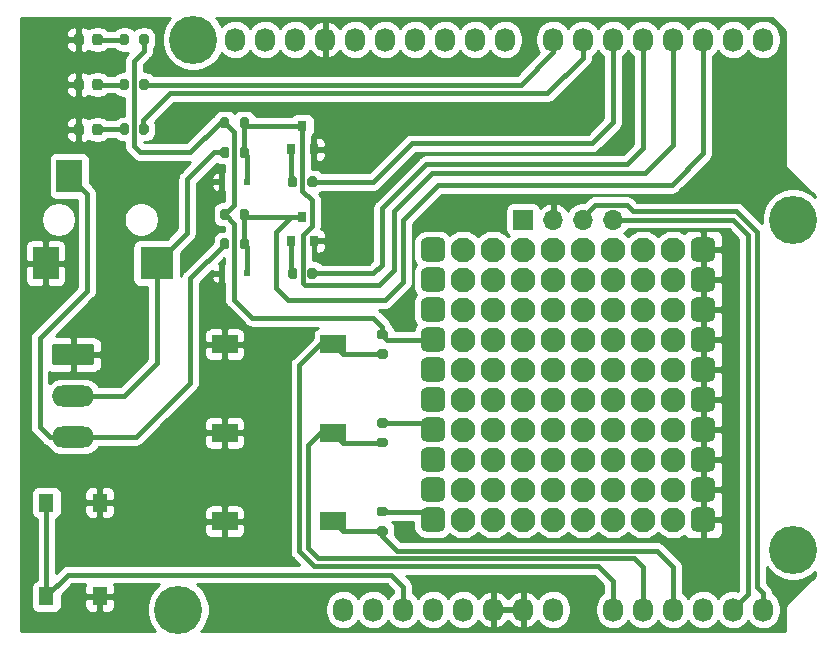
<source format=gbr>
%TF.GenerationSoftware,KiCad,Pcbnew,(5.1.10)-1*%
%TF.CreationDate,2021-11-04T15:07:11-05:00*%
%TF.ProjectId,KVLShield,4b564c53-6869-4656-9c64-2e6b69636164,1.0*%
%TF.SameCoordinates,Original*%
%TF.FileFunction,Copper,L1,Top*%
%TF.FilePolarity,Positive*%
%FSLAX46Y46*%
G04 Gerber Fmt 4.6, Leading zero omitted, Abs format (unit mm)*
G04 Created by KiCad (PCBNEW (5.1.10)-1) date 2021-11-04 15:07:11*
%MOMM*%
%LPD*%
G01*
G04 APERTURE LIST*
%TA.AperFunction,SMDPad,CuDef*%
%ADD10R,2.800000X2.800000*%
%TD*%
%TA.AperFunction,SMDPad,CuDef*%
%ADD11R,2.200000X2.800000*%
%TD*%
%TA.AperFunction,SMDPad,CuDef*%
%ADD12R,1.300000X1.550000*%
%TD*%
%TA.AperFunction,SMDPad,CuDef*%
%ADD13R,0.800000X0.900000*%
%TD*%
%TA.AperFunction,ComponentPad*%
%ADD14C,2.100000*%
%TD*%
%TA.AperFunction,SMDPad,CuDef*%
%ADD15R,2.180000X1.600000*%
%TD*%
%TA.AperFunction,SMDPad,CuDef*%
%ADD16R,0.500000X0.500000*%
%TD*%
%TA.AperFunction,ComponentPad*%
%ADD17O,3.600000X1.800000*%
%TD*%
%TA.AperFunction,ComponentPad*%
%ADD18O,1.727200X2.032000*%
%TD*%
%TA.AperFunction,ComponentPad*%
%ADD19C,4.064000*%
%TD*%
%TA.AperFunction,ComponentPad*%
%ADD20R,1.700000X1.700000*%
%TD*%
%TA.AperFunction,ComponentPad*%
%ADD21O,1.700000X1.700000*%
%TD*%
%TA.AperFunction,ViaPad*%
%ADD22C,0.800000*%
%TD*%
%TA.AperFunction,Conductor*%
%ADD23C,0.400000*%
%TD*%
%TA.AperFunction,Conductor*%
%ADD24C,0.250000*%
%TD*%
%TA.AperFunction,Conductor*%
%ADD25C,0.254000*%
%TD*%
%TA.AperFunction,Conductor*%
%ADD26C,0.100000*%
%TD*%
G04 APERTURE END LIST*
D10*
%TO.P,J3,T*%
%TO.N,/KFD_DATA*%
X123148000Y-94505000D03*
D11*
%TO.P,J3,S*%
%TO.N,GND*%
X113748000Y-94505000D03*
%TO.P,J3,R*%
%TO.N,/KFD_SENSE*%
X115748000Y-87105000D03*
%TD*%
D12*
%TO.P,SW1,2*%
%TO.N,/Reset*%
X113828000Y-122720000D03*
%TO.P,SW1,1*%
%TO.N,GND*%
X118328000Y-122720000D03*
X118328000Y-114770000D03*
%TO.P,SW1,2*%
%TO.N,/Reset*%
X113828000Y-114770000D03*
%TD*%
D13*
%TO.P,Q1,3*%
%TO.N,/3(\u002A\u002A)*%
X135498000Y-82865000D03*
%TO.P,Q1,2*%
%TO.N,GND*%
X136448000Y-84865000D03*
%TO.P,Q1,1*%
%TO.N,Net-(Q1-Pad1)*%
X134548000Y-84865000D03*
%TD*%
D14*
%TO.P, ,1*%
%TO.N,N/C*%
X166878000Y-111125000D03*
%TD*%
%TO.P, ,1*%
%TO.N,N/C*%
X166878000Y-98425000D03*
%TD*%
%TO.P, ,1*%
%TO.N,N/C*%
X166878000Y-108585000D03*
%TD*%
%TO.P, ,1*%
%TO.N,N/C*%
X166878000Y-113665000D03*
%TD*%
%TO.P, ,1*%
%TO.N,N/C*%
X166878000Y-116205000D03*
%TD*%
%TO.P, ,1*%
%TO.N,N/C*%
X166878000Y-106045000D03*
%TD*%
%TO.P, ,1*%
%TO.N,N/C*%
X166878000Y-103505000D03*
%TD*%
%TO.P, ,1*%
%TO.N,N/C*%
X166878000Y-100965000D03*
%TD*%
%TO.P, ,1*%
%TO.N,N/C*%
X166878000Y-95885000D03*
%TD*%
%TO.P, ,1*%
%TO.N,N/C*%
X166878000Y-93345000D03*
%TD*%
%TO.P, ,1*%
%TO.N,N/C*%
X164338000Y-111125000D03*
%TD*%
%TO.P, ,1*%
%TO.N,N/C*%
X164338000Y-98425000D03*
%TD*%
%TO.P, ,1*%
%TO.N,N/C*%
X164338000Y-108585000D03*
%TD*%
%TO.P, ,1*%
%TO.N,N/C*%
X164338000Y-113665000D03*
%TD*%
%TO.P, ,1*%
%TO.N,N/C*%
X164338000Y-116205000D03*
%TD*%
%TO.P, ,1*%
%TO.N,N/C*%
X164338000Y-106045000D03*
%TD*%
%TO.P, ,1*%
%TO.N,N/C*%
X164338000Y-103505000D03*
%TD*%
%TO.P, ,1*%
%TO.N,N/C*%
X164338000Y-100965000D03*
%TD*%
%TO.P, ,1*%
%TO.N,N/C*%
X164338000Y-95885000D03*
%TD*%
%TO.P, ,1*%
%TO.N,N/C*%
X164338000Y-93345000D03*
%TD*%
%TO.P, ,1*%
%TO.N,N/C*%
X161798000Y-111125000D03*
%TD*%
%TO.P, ,1*%
%TO.N,N/C*%
X161798000Y-98425000D03*
%TD*%
%TO.P, ,1*%
%TO.N,N/C*%
X161798000Y-108585000D03*
%TD*%
%TO.P, ,1*%
%TO.N,N/C*%
X161798000Y-113665000D03*
%TD*%
%TO.P, ,1*%
%TO.N,N/C*%
X161798000Y-116205000D03*
%TD*%
%TO.P, ,1*%
%TO.N,N/C*%
X161798000Y-106045000D03*
%TD*%
%TO.P, ,1*%
%TO.N,N/C*%
X161798000Y-103505000D03*
%TD*%
%TO.P, ,1*%
%TO.N,N/C*%
X161798000Y-100965000D03*
%TD*%
%TO.P, ,1*%
%TO.N,N/C*%
X161798000Y-95885000D03*
%TD*%
%TO.P, ,1*%
%TO.N,N/C*%
X161798000Y-93345000D03*
%TD*%
%TO.P, ,1*%
%TO.N,N/C*%
X159258000Y-111125000D03*
%TD*%
%TO.P, ,1*%
%TO.N,N/C*%
X159258000Y-98425000D03*
%TD*%
%TO.P, ,1*%
%TO.N,N/C*%
X159258000Y-108585000D03*
%TD*%
%TO.P, ,1*%
%TO.N,N/C*%
X159258000Y-113665000D03*
%TD*%
%TO.P, ,1*%
%TO.N,N/C*%
X159258000Y-116205000D03*
%TD*%
%TO.P, ,1*%
%TO.N,N/C*%
X159258000Y-106045000D03*
%TD*%
%TO.P, ,1*%
%TO.N,N/C*%
X159258000Y-103505000D03*
%TD*%
%TO.P, ,1*%
%TO.N,N/C*%
X159258000Y-100965000D03*
%TD*%
%TO.P, ,1*%
%TO.N,N/C*%
X159258000Y-95885000D03*
%TD*%
%TO.P, ,1*%
%TO.N,N/C*%
X159258000Y-93345000D03*
%TD*%
%TO.P, ,1*%
%TO.N,N/C*%
X156718000Y-111125000D03*
%TD*%
%TO.P, ,1*%
%TO.N,N/C*%
X156718000Y-98425000D03*
%TD*%
%TO.P, ,1*%
%TO.N,N/C*%
X156718000Y-108585000D03*
%TD*%
%TO.P, ,1*%
%TO.N,N/C*%
X156718000Y-113665000D03*
%TD*%
%TO.P, ,1*%
%TO.N,N/C*%
X156718000Y-116205000D03*
%TD*%
%TO.P, ,1*%
%TO.N,N/C*%
X156718000Y-106045000D03*
%TD*%
%TO.P, ,1*%
%TO.N,N/C*%
X156718000Y-103505000D03*
%TD*%
%TO.P, ,1*%
%TO.N,N/C*%
X156718000Y-100965000D03*
%TD*%
%TO.P, ,1*%
%TO.N,N/C*%
X156718000Y-95885000D03*
%TD*%
%TO.P, ,1*%
%TO.N,N/C*%
X156718000Y-93345000D03*
%TD*%
%TO.P, ,1*%
%TO.N,N/C*%
X154178000Y-111125000D03*
%TD*%
%TO.P, ,1*%
%TO.N,N/C*%
X154178000Y-98425000D03*
%TD*%
%TO.P, ,1*%
%TO.N,N/C*%
X154178000Y-108585000D03*
%TD*%
%TO.P, ,1*%
%TO.N,N/C*%
X154178000Y-113665000D03*
%TD*%
%TO.P, ,1*%
%TO.N,N/C*%
X154178000Y-116205000D03*
%TD*%
%TO.P, ,1*%
%TO.N,N/C*%
X154178000Y-106045000D03*
%TD*%
%TO.P, ,1*%
%TO.N,N/C*%
X154178000Y-103505000D03*
%TD*%
%TO.P, ,1*%
%TO.N,N/C*%
X154178000Y-100965000D03*
%TD*%
%TO.P, ,1*%
%TO.N,N/C*%
X154178000Y-95885000D03*
%TD*%
%TO.P, ,1*%
%TO.N,N/C*%
X154178000Y-93345000D03*
%TD*%
%TO.P, ,1*%
%TO.N,N/C*%
X151638000Y-111125000D03*
%TD*%
%TO.P, ,1*%
%TO.N,N/C*%
X151638000Y-98425000D03*
%TD*%
%TO.P, ,1*%
%TO.N,N/C*%
X151638000Y-108585000D03*
%TD*%
%TO.P, ,1*%
%TO.N,N/C*%
X151638000Y-113665000D03*
%TD*%
%TO.P, ,1*%
%TO.N,N/C*%
X151638000Y-116205000D03*
%TD*%
%TO.P, ,1*%
%TO.N,N/C*%
X151638000Y-106045000D03*
%TD*%
%TO.P, ,1*%
%TO.N,N/C*%
X151638000Y-103505000D03*
%TD*%
%TO.P, ,1*%
%TO.N,N/C*%
X151638000Y-100965000D03*
%TD*%
%TO.P, ,1*%
%TO.N,N/C*%
X151638000Y-95885000D03*
%TD*%
%TO.P, ,1*%
%TO.N,N/C*%
X151638000Y-93345000D03*
%TD*%
%TO.P, ,1*%
%TO.N,N/C*%
X149098000Y-116205000D03*
%TD*%
%TO.P, ,1*%
%TO.N,N/C*%
X149098000Y-113665000D03*
%TD*%
%TO.P, ,1*%
%TO.N,N/C*%
X149098000Y-111125000D03*
%TD*%
%TO.P, ,1*%
%TO.N,N/C*%
X149098000Y-108585000D03*
%TD*%
%TO.P, ,1*%
%TO.N,N/C*%
X149098000Y-106045000D03*
%TD*%
%TO.P, ,1*%
%TO.N,N/C*%
X149098000Y-103505000D03*
%TD*%
%TO.P, ,1*%
%TO.N,N/C*%
X149098000Y-100965000D03*
%TD*%
%TO.P, ,1*%
%TO.N,N/C*%
X149098000Y-98425000D03*
%TD*%
%TO.P, ,1*%
%TO.N,N/C*%
X149098000Y-95885000D03*
%TD*%
%TO.P, ,1*%
%TO.N,GND*%
%TA.AperFunction,ComponentPad*%
G36*
G01*
X168368000Y-116730000D02*
X168368000Y-115680000D01*
G75*
G02*
X168893000Y-115155000I525000J0D01*
G01*
X169943000Y-115155000D01*
G75*
G02*
X170468000Y-115680000I0J-525000D01*
G01*
X170468000Y-116730000D01*
G75*
G02*
X169943000Y-117255000I-525000J0D01*
G01*
X168893000Y-117255000D01*
G75*
G02*
X168368000Y-116730000I0J525000D01*
G01*
G37*
%TD.AperFunction*%
%TD*%
%TO.P, ,1*%
%TO.N,GND*%
%TA.AperFunction,ComponentPad*%
G36*
G01*
X168368000Y-114190000D02*
X168368000Y-113140000D01*
G75*
G02*
X168893000Y-112615000I525000J0D01*
G01*
X169943000Y-112615000D01*
G75*
G02*
X170468000Y-113140000I0J-525000D01*
G01*
X170468000Y-114190000D01*
G75*
G02*
X169943000Y-114715000I-525000J0D01*
G01*
X168893000Y-114715000D01*
G75*
G02*
X168368000Y-114190000I0J525000D01*
G01*
G37*
%TD.AperFunction*%
%TD*%
%TO.P, ,1*%
%TO.N,GND*%
%TA.AperFunction,ComponentPad*%
G36*
G01*
X168368000Y-111650000D02*
X168368000Y-110600000D01*
G75*
G02*
X168893000Y-110075000I525000J0D01*
G01*
X169943000Y-110075000D01*
G75*
G02*
X170468000Y-110600000I0J-525000D01*
G01*
X170468000Y-111650000D01*
G75*
G02*
X169943000Y-112175000I-525000J0D01*
G01*
X168893000Y-112175000D01*
G75*
G02*
X168368000Y-111650000I0J525000D01*
G01*
G37*
%TD.AperFunction*%
%TD*%
%TO.P, ,1*%
%TO.N,GND*%
%TA.AperFunction,ComponentPad*%
G36*
G01*
X168368000Y-109110000D02*
X168368000Y-108060000D01*
G75*
G02*
X168893000Y-107535000I525000J0D01*
G01*
X169943000Y-107535000D01*
G75*
G02*
X170468000Y-108060000I0J-525000D01*
G01*
X170468000Y-109110000D01*
G75*
G02*
X169943000Y-109635000I-525000J0D01*
G01*
X168893000Y-109635000D01*
G75*
G02*
X168368000Y-109110000I0J525000D01*
G01*
G37*
%TD.AperFunction*%
%TD*%
%TO.P, ,1*%
%TO.N,GND*%
%TA.AperFunction,ComponentPad*%
G36*
G01*
X168368000Y-106570000D02*
X168368000Y-105520000D01*
G75*
G02*
X168893000Y-104995000I525000J0D01*
G01*
X169943000Y-104995000D01*
G75*
G02*
X170468000Y-105520000I0J-525000D01*
G01*
X170468000Y-106570000D01*
G75*
G02*
X169943000Y-107095000I-525000J0D01*
G01*
X168893000Y-107095000D01*
G75*
G02*
X168368000Y-106570000I0J525000D01*
G01*
G37*
%TD.AperFunction*%
%TD*%
%TO.P, ,1*%
%TO.N,GND*%
%TA.AperFunction,ComponentPad*%
G36*
G01*
X168368000Y-104030000D02*
X168368000Y-102980000D01*
G75*
G02*
X168893000Y-102455000I525000J0D01*
G01*
X169943000Y-102455000D01*
G75*
G02*
X170468000Y-102980000I0J-525000D01*
G01*
X170468000Y-104030000D01*
G75*
G02*
X169943000Y-104555000I-525000J0D01*
G01*
X168893000Y-104555000D01*
G75*
G02*
X168368000Y-104030000I0J525000D01*
G01*
G37*
%TD.AperFunction*%
%TD*%
%TO.P, ,1*%
%TO.N,GND*%
%TA.AperFunction,ComponentPad*%
G36*
G01*
X168368000Y-101490000D02*
X168368000Y-100440000D01*
G75*
G02*
X168893000Y-99915000I525000J0D01*
G01*
X169943000Y-99915000D01*
G75*
G02*
X170468000Y-100440000I0J-525000D01*
G01*
X170468000Y-101490000D01*
G75*
G02*
X169943000Y-102015000I-525000J0D01*
G01*
X168893000Y-102015000D01*
G75*
G02*
X168368000Y-101490000I0J525000D01*
G01*
G37*
%TD.AperFunction*%
%TD*%
%TO.P, ,1*%
%TO.N,GND*%
%TA.AperFunction,ComponentPad*%
G36*
G01*
X168368000Y-98950000D02*
X168368000Y-97900000D01*
G75*
G02*
X168893000Y-97375000I525000J0D01*
G01*
X169943000Y-97375000D01*
G75*
G02*
X170468000Y-97900000I0J-525000D01*
G01*
X170468000Y-98950000D01*
G75*
G02*
X169943000Y-99475000I-525000J0D01*
G01*
X168893000Y-99475000D01*
G75*
G02*
X168368000Y-98950000I0J525000D01*
G01*
G37*
%TD.AperFunction*%
%TD*%
%TO.P, ,1*%
%TO.N,GND*%
%TA.AperFunction,ComponentPad*%
G36*
G01*
X168368000Y-96410000D02*
X168368000Y-95360000D01*
G75*
G02*
X168893000Y-94835000I525000J0D01*
G01*
X169943000Y-94835000D01*
G75*
G02*
X170468000Y-95360000I0J-525000D01*
G01*
X170468000Y-96410000D01*
G75*
G02*
X169943000Y-96935000I-525000J0D01*
G01*
X168893000Y-96935000D01*
G75*
G02*
X168368000Y-96410000I0J525000D01*
G01*
G37*
%TD.AperFunction*%
%TD*%
%TO.P, ,1*%
%TO.N,+5V*%
%TA.AperFunction,ComponentPad*%
G36*
G01*
X145508000Y-116730000D02*
X145508000Y-115680000D01*
G75*
G02*
X146033000Y-115155000I525000J0D01*
G01*
X147083000Y-115155000D01*
G75*
G02*
X147608000Y-115680000I0J-525000D01*
G01*
X147608000Y-116730000D01*
G75*
G02*
X147083000Y-117255000I-525000J0D01*
G01*
X146033000Y-117255000D01*
G75*
G02*
X145508000Y-116730000I0J525000D01*
G01*
G37*
%TD.AperFunction*%
%TD*%
%TO.P, ,1*%
%TO.N,+5V*%
%TA.AperFunction,ComponentPad*%
G36*
G01*
X145508000Y-114190000D02*
X145508000Y-113140000D01*
G75*
G02*
X146033000Y-112615000I525000J0D01*
G01*
X147083000Y-112615000D01*
G75*
G02*
X147608000Y-113140000I0J-525000D01*
G01*
X147608000Y-114190000D01*
G75*
G02*
X147083000Y-114715000I-525000J0D01*
G01*
X146033000Y-114715000D01*
G75*
G02*
X145508000Y-114190000I0J525000D01*
G01*
G37*
%TD.AperFunction*%
%TD*%
%TO.P, ,1*%
%TO.N,+5V*%
%TA.AperFunction,ComponentPad*%
G36*
G01*
X145508000Y-111650000D02*
X145508000Y-110600000D01*
G75*
G02*
X146033000Y-110075000I525000J0D01*
G01*
X147083000Y-110075000D01*
G75*
G02*
X147608000Y-110600000I0J-525000D01*
G01*
X147608000Y-111650000D01*
G75*
G02*
X147083000Y-112175000I-525000J0D01*
G01*
X146033000Y-112175000D01*
G75*
G02*
X145508000Y-111650000I0J525000D01*
G01*
G37*
%TD.AperFunction*%
%TD*%
%TO.P, ,1*%
%TO.N,+5V*%
%TA.AperFunction,ComponentPad*%
G36*
G01*
X145508000Y-109110000D02*
X145508000Y-108060000D01*
G75*
G02*
X146033000Y-107535000I525000J0D01*
G01*
X147083000Y-107535000D01*
G75*
G02*
X147608000Y-108060000I0J-525000D01*
G01*
X147608000Y-109110000D01*
G75*
G02*
X147083000Y-109635000I-525000J0D01*
G01*
X146033000Y-109635000D01*
G75*
G02*
X145508000Y-109110000I0J525000D01*
G01*
G37*
%TD.AperFunction*%
%TD*%
%TO.P, ,1*%
%TO.N,+5V*%
%TA.AperFunction,ComponentPad*%
G36*
G01*
X145508000Y-106570000D02*
X145508000Y-105520000D01*
G75*
G02*
X146033000Y-104995000I525000J0D01*
G01*
X147083000Y-104995000D01*
G75*
G02*
X147608000Y-105520000I0J-525000D01*
G01*
X147608000Y-106570000D01*
G75*
G02*
X147083000Y-107095000I-525000J0D01*
G01*
X146033000Y-107095000D01*
G75*
G02*
X145508000Y-106570000I0J525000D01*
G01*
G37*
%TD.AperFunction*%
%TD*%
%TO.P, ,1*%
%TO.N,+5V*%
%TA.AperFunction,ComponentPad*%
G36*
G01*
X145508000Y-104030000D02*
X145508000Y-102980000D01*
G75*
G02*
X146033000Y-102455000I525000J0D01*
G01*
X147083000Y-102455000D01*
G75*
G02*
X147608000Y-102980000I0J-525000D01*
G01*
X147608000Y-104030000D01*
G75*
G02*
X147083000Y-104555000I-525000J0D01*
G01*
X146033000Y-104555000D01*
G75*
G02*
X145508000Y-104030000I0J525000D01*
G01*
G37*
%TD.AperFunction*%
%TD*%
%TO.P, ,1*%
%TO.N,+5V*%
%TA.AperFunction,ComponentPad*%
G36*
G01*
X145508000Y-101490000D02*
X145508000Y-100440000D01*
G75*
G02*
X146033000Y-99915000I525000J0D01*
G01*
X147083000Y-99915000D01*
G75*
G02*
X147608000Y-100440000I0J-525000D01*
G01*
X147608000Y-101490000D01*
G75*
G02*
X147083000Y-102015000I-525000J0D01*
G01*
X146033000Y-102015000D01*
G75*
G02*
X145508000Y-101490000I0J525000D01*
G01*
G37*
%TD.AperFunction*%
%TD*%
%TO.P, ,1*%
%TO.N,+5V*%
%TA.AperFunction,ComponentPad*%
G36*
G01*
X145508000Y-98950000D02*
X145508000Y-97900000D01*
G75*
G02*
X146033000Y-97375000I525000J0D01*
G01*
X147083000Y-97375000D01*
G75*
G02*
X147608000Y-97900000I0J-525000D01*
G01*
X147608000Y-98950000D01*
G75*
G02*
X147083000Y-99475000I-525000J0D01*
G01*
X146033000Y-99475000D01*
G75*
G02*
X145508000Y-98950000I0J525000D01*
G01*
G37*
%TD.AperFunction*%
%TD*%
%TO.P, ,1*%
%TO.N,+5V*%
%TA.AperFunction,ComponentPad*%
G36*
G01*
X145508000Y-96410000D02*
X145508000Y-95360000D01*
G75*
G02*
X146033000Y-94835000I525000J0D01*
G01*
X147083000Y-94835000D01*
G75*
G02*
X147608000Y-95360000I0J-525000D01*
G01*
X147608000Y-96410000D01*
G75*
G02*
X147083000Y-96935000I-525000J0D01*
G01*
X146033000Y-96935000D01*
G75*
G02*
X145508000Y-96410000I0J525000D01*
G01*
G37*
%TD.AperFunction*%
%TD*%
%TO.P, ,1*%
%TO.N,GND*%
%TA.AperFunction,ComponentPad*%
G36*
G01*
X168368000Y-93870000D02*
X168368000Y-92820000D01*
G75*
G02*
X168893000Y-92295000I525000J0D01*
G01*
X169943000Y-92295000D01*
G75*
G02*
X170468000Y-92820000I0J-525000D01*
G01*
X170468000Y-93870000D01*
G75*
G02*
X169943000Y-94395000I-525000J0D01*
G01*
X168893000Y-94395000D01*
G75*
G02*
X168368000Y-93870000I0J525000D01*
G01*
G37*
%TD.AperFunction*%
%TD*%
%TO.P, ,1*%
%TO.N,N/C*%
X149098000Y-93345000D03*
%TD*%
%TO.P, ,1*%
%TO.N,+5V*%
%TA.AperFunction,ComponentPad*%
G36*
G01*
X145508000Y-93870000D02*
X145508000Y-92820000D01*
G75*
G02*
X146033000Y-92295000I525000J0D01*
G01*
X147083000Y-92295000D01*
G75*
G02*
X147608000Y-92820000I0J-525000D01*
G01*
X147608000Y-93870000D01*
G75*
G02*
X147083000Y-94395000I-525000J0D01*
G01*
X146033000Y-94395000D01*
G75*
G02*
X145508000Y-93870000I0J525000D01*
G01*
G37*
%TD.AperFunction*%
%TD*%
D15*
%TO.P,SW4,2*%
%TO.N,/A2*%
X138088000Y-116365000D03*
%TO.P,SW4,1*%
%TO.N,GND*%
X128908000Y-116365000D03*
%TD*%
%TO.P,SW3,2*%
%TO.N,/A1*%
X138088000Y-108865000D03*
%TO.P,SW3,1*%
%TO.N,GND*%
X128908000Y-108865000D03*
%TD*%
%TO.P,SW2,2*%
%TO.N,/A0*%
X138088000Y-101365000D03*
%TO.P,SW2,1*%
%TO.N,GND*%
X128908000Y-101365000D03*
%TD*%
%TO.P,R12,2*%
%TO.N,/A2*%
%TA.AperFunction,SMDPad,CuDef*%
G36*
G01*
X141973000Y-116790000D02*
X142523000Y-116790000D01*
G75*
G02*
X142723000Y-116990000I0J-200000D01*
G01*
X142723000Y-117390000D01*
G75*
G02*
X142523000Y-117590000I-200000J0D01*
G01*
X141973000Y-117590000D01*
G75*
G02*
X141773000Y-117390000I0J200000D01*
G01*
X141773000Y-116990000D01*
G75*
G02*
X141973000Y-116790000I200000J0D01*
G01*
G37*
%TD.AperFunction*%
%TO.P,R12,1*%
%TO.N,+5V*%
%TA.AperFunction,SMDPad,CuDef*%
G36*
G01*
X141973000Y-115140000D02*
X142523000Y-115140000D01*
G75*
G02*
X142723000Y-115340000I0J-200000D01*
G01*
X142723000Y-115740000D01*
G75*
G02*
X142523000Y-115940000I-200000J0D01*
G01*
X141973000Y-115940000D01*
G75*
G02*
X141773000Y-115740000I0J200000D01*
G01*
X141773000Y-115340000D01*
G75*
G02*
X141973000Y-115140000I200000J0D01*
G01*
G37*
%TD.AperFunction*%
%TD*%
%TO.P,R11,2*%
%TO.N,/A1*%
%TA.AperFunction,SMDPad,CuDef*%
G36*
G01*
X141973000Y-109290000D02*
X142523000Y-109290000D01*
G75*
G02*
X142723000Y-109490000I0J-200000D01*
G01*
X142723000Y-109890000D01*
G75*
G02*
X142523000Y-110090000I-200000J0D01*
G01*
X141973000Y-110090000D01*
G75*
G02*
X141773000Y-109890000I0J200000D01*
G01*
X141773000Y-109490000D01*
G75*
G02*
X141973000Y-109290000I200000J0D01*
G01*
G37*
%TD.AperFunction*%
%TO.P,R11,1*%
%TO.N,+5V*%
%TA.AperFunction,SMDPad,CuDef*%
G36*
G01*
X141973000Y-107640000D02*
X142523000Y-107640000D01*
G75*
G02*
X142723000Y-107840000I0J-200000D01*
G01*
X142723000Y-108240000D01*
G75*
G02*
X142523000Y-108440000I-200000J0D01*
G01*
X141973000Y-108440000D01*
G75*
G02*
X141773000Y-108240000I0J200000D01*
G01*
X141773000Y-107840000D01*
G75*
G02*
X141973000Y-107640000I200000J0D01*
G01*
G37*
%TD.AperFunction*%
%TD*%
%TO.P,R10,2*%
%TO.N,/A0*%
%TA.AperFunction,SMDPad,CuDef*%
G36*
G01*
X141973000Y-101790000D02*
X142523000Y-101790000D01*
G75*
G02*
X142723000Y-101990000I0J-200000D01*
G01*
X142723000Y-102390000D01*
G75*
G02*
X142523000Y-102590000I-200000J0D01*
G01*
X141973000Y-102590000D01*
G75*
G02*
X141773000Y-102390000I0J200000D01*
G01*
X141773000Y-101990000D01*
G75*
G02*
X141973000Y-101790000I200000J0D01*
G01*
G37*
%TD.AperFunction*%
%TO.P,R10,1*%
%TO.N,+5V*%
%TA.AperFunction,SMDPad,CuDef*%
G36*
G01*
X141973000Y-100140000D02*
X142523000Y-100140000D01*
G75*
G02*
X142723000Y-100340000I0J-200000D01*
G01*
X142723000Y-100740000D01*
G75*
G02*
X142523000Y-100940000I-200000J0D01*
G01*
X141973000Y-100940000D01*
G75*
G02*
X141773000Y-100740000I0J200000D01*
G01*
X141773000Y-100340000D01*
G75*
G02*
X141973000Y-100140000I200000J0D01*
G01*
G37*
%TD.AperFunction*%
%TD*%
D16*
%TO.P,D2,2*%
%TO.N,GND*%
X128648000Y-95365000D03*
%TO.P,D2,1*%
%TO.N,/2*%
X130848000Y-95365000D03*
%TD*%
%TO.P,D1,2*%
%TO.N,GND*%
X128648000Y-87615000D03*
%TO.P,D1,1*%
%TO.N,/3(\u002A\u002A)*%
X130848000Y-87615000D03*
%TD*%
D17*
%TO.P,J1,3*%
%TO.N,/KFD_SENSE*%
X116078000Y-109235000D03*
%TO.P,J1,2*%
%TO.N,/KFD_DATA*%
X116078000Y-105735000D03*
%TO.P,J1,1*%
%TO.N,GND*%
%TA.AperFunction,ComponentPad*%
G36*
G01*
X114528000Y-101335000D02*
X117628000Y-101335000D01*
G75*
G02*
X117878000Y-101585000I0J-250000D01*
G01*
X117878000Y-102885000D01*
G75*
G02*
X117628000Y-103135000I-250000J0D01*
G01*
X114528000Y-103135000D01*
G75*
G02*
X114278000Y-102885000I0J250000D01*
G01*
X114278000Y-101585000D01*
G75*
G02*
X114528000Y-101335000I250000J0D01*
G01*
G37*
%TD.AperFunction*%
%TD*%
%TO.P,R9,2*%
%TO.N,Net-(D5-Pad2)*%
%TA.AperFunction,SMDPad,CuDef*%
G36*
G01*
X120823000Y-82870000D02*
X120823000Y-83420000D01*
G75*
G02*
X120623000Y-83620000I-200000J0D01*
G01*
X120223000Y-83620000D01*
G75*
G02*
X120023000Y-83420000I0J200000D01*
G01*
X120023000Y-82870000D01*
G75*
G02*
X120223000Y-82670000I200000J0D01*
G01*
X120623000Y-82670000D01*
G75*
G02*
X120823000Y-82870000I0J-200000D01*
G01*
G37*
%TD.AperFunction*%
%TO.P,R9,1*%
%TO.N,/6(\u002A\u002A)*%
%TA.AperFunction,SMDPad,CuDef*%
G36*
G01*
X122473000Y-82870000D02*
X122473000Y-83420000D01*
G75*
G02*
X122273000Y-83620000I-200000J0D01*
G01*
X121873000Y-83620000D01*
G75*
G02*
X121673000Y-83420000I0J200000D01*
G01*
X121673000Y-82870000D01*
G75*
G02*
X121873000Y-82670000I200000J0D01*
G01*
X122273000Y-82670000D01*
G75*
G02*
X122473000Y-82870000I0J-200000D01*
G01*
G37*
%TD.AperFunction*%
%TD*%
%TO.P,D5,2*%
%TO.N,Net-(D5-Pad2)*%
%TA.AperFunction,SMDPad,CuDef*%
G36*
G01*
X117698000Y-83441250D02*
X117698000Y-82928750D01*
G75*
G02*
X117916750Y-82710000I218750J0D01*
G01*
X118354250Y-82710000D01*
G75*
G02*
X118573000Y-82928750I0J-218750D01*
G01*
X118573000Y-83441250D01*
G75*
G02*
X118354250Y-83660000I-218750J0D01*
G01*
X117916750Y-83660000D01*
G75*
G02*
X117698000Y-83441250I0J218750D01*
G01*
G37*
%TD.AperFunction*%
%TO.P,D5,1*%
%TO.N,GND*%
%TA.AperFunction,SMDPad,CuDef*%
G36*
G01*
X116123000Y-83441250D02*
X116123000Y-82928750D01*
G75*
G02*
X116341750Y-82710000I218750J0D01*
G01*
X116779250Y-82710000D01*
G75*
G02*
X116998000Y-82928750I0J-218750D01*
G01*
X116998000Y-83441250D01*
G75*
G02*
X116779250Y-83660000I-218750J0D01*
G01*
X116341750Y-83660000D01*
G75*
G02*
X116123000Y-83441250I0J218750D01*
G01*
G37*
%TD.AperFunction*%
%TD*%
%TO.P,D4,2*%
%TO.N,Net-(D4-Pad2)*%
%TA.AperFunction,SMDPad,CuDef*%
G36*
G01*
X117698000Y-79631250D02*
X117698000Y-79118750D01*
G75*
G02*
X117916750Y-78900000I218750J0D01*
G01*
X118354250Y-78900000D01*
G75*
G02*
X118573000Y-79118750I0J-218750D01*
G01*
X118573000Y-79631250D01*
G75*
G02*
X118354250Y-79850000I-218750J0D01*
G01*
X117916750Y-79850000D01*
G75*
G02*
X117698000Y-79631250I0J218750D01*
G01*
G37*
%TD.AperFunction*%
%TO.P,D4,1*%
%TO.N,GND*%
%TA.AperFunction,SMDPad,CuDef*%
G36*
G01*
X116123000Y-79631250D02*
X116123000Y-79118750D01*
G75*
G02*
X116341750Y-78900000I218750J0D01*
G01*
X116779250Y-78900000D01*
G75*
G02*
X116998000Y-79118750I0J-218750D01*
G01*
X116998000Y-79631250D01*
G75*
G02*
X116779250Y-79850000I-218750J0D01*
G01*
X116341750Y-79850000D01*
G75*
G02*
X116123000Y-79631250I0J218750D01*
G01*
G37*
%TD.AperFunction*%
%TD*%
%TO.P,D3,2*%
%TO.N,Net-(D3-Pad2)*%
%TA.AperFunction,SMDPad,CuDef*%
G36*
G01*
X117698000Y-75821250D02*
X117698000Y-75308750D01*
G75*
G02*
X117916750Y-75090000I218750J0D01*
G01*
X118354250Y-75090000D01*
G75*
G02*
X118573000Y-75308750I0J-218750D01*
G01*
X118573000Y-75821250D01*
G75*
G02*
X118354250Y-76040000I-218750J0D01*
G01*
X117916750Y-76040000D01*
G75*
G02*
X117698000Y-75821250I0J218750D01*
G01*
G37*
%TD.AperFunction*%
%TO.P,D3,1*%
%TO.N,GND*%
%TA.AperFunction,SMDPad,CuDef*%
G36*
G01*
X116123000Y-75821250D02*
X116123000Y-75308750D01*
G75*
G02*
X116341750Y-75090000I218750J0D01*
G01*
X116779250Y-75090000D01*
G75*
G02*
X116998000Y-75308750I0J-218750D01*
G01*
X116998000Y-75821250D01*
G75*
G02*
X116779250Y-76040000I-218750J0D01*
G01*
X116341750Y-76040000D01*
G75*
G02*
X116123000Y-75821250I0J218750D01*
G01*
G37*
%TD.AperFunction*%
%TD*%
D13*
%TO.P,Q2,3*%
%TO.N,/2*%
X135498000Y-90615000D03*
%TO.P,Q2,2*%
%TO.N,GND*%
X136448000Y-92615000D03*
%TO.P,Q2,1*%
%TO.N,Net-(Q2-Pad1)*%
X134548000Y-92615000D03*
%TD*%
%TO.P,R8,2*%
%TO.N,Net-(D4-Pad2)*%
%TA.AperFunction,SMDPad,CuDef*%
G36*
G01*
X120823000Y-79100000D02*
X120823000Y-79650000D01*
G75*
G02*
X120623000Y-79850000I-200000J0D01*
G01*
X120223000Y-79850000D01*
G75*
G02*
X120023000Y-79650000I0J200000D01*
G01*
X120023000Y-79100000D01*
G75*
G02*
X120223000Y-78900000I200000J0D01*
G01*
X120623000Y-78900000D01*
G75*
G02*
X120823000Y-79100000I0J-200000D01*
G01*
G37*
%TD.AperFunction*%
%TO.P,R8,1*%
%TO.N,/7*%
%TA.AperFunction,SMDPad,CuDef*%
G36*
G01*
X122473000Y-79100000D02*
X122473000Y-79650000D01*
G75*
G02*
X122273000Y-79850000I-200000J0D01*
G01*
X121873000Y-79850000D01*
G75*
G02*
X121673000Y-79650000I0J200000D01*
G01*
X121673000Y-79100000D01*
G75*
G02*
X121873000Y-78900000I200000J0D01*
G01*
X122273000Y-78900000D01*
G75*
G02*
X122473000Y-79100000I0J-200000D01*
G01*
G37*
%TD.AperFunction*%
%TD*%
%TO.P,R7,2*%
%TO.N,Net-(D3-Pad2)*%
%TA.AperFunction,SMDPad,CuDef*%
G36*
G01*
X120823000Y-75290000D02*
X120823000Y-75840000D01*
G75*
G02*
X120623000Y-76040000I-200000J0D01*
G01*
X120223000Y-76040000D01*
G75*
G02*
X120023000Y-75840000I0J200000D01*
G01*
X120023000Y-75290000D01*
G75*
G02*
X120223000Y-75090000I200000J0D01*
G01*
X120623000Y-75090000D01*
G75*
G02*
X120823000Y-75290000I0J-200000D01*
G01*
G37*
%TD.AperFunction*%
%TO.P,R7,1*%
%TO.N,+5V*%
%TA.AperFunction,SMDPad,CuDef*%
G36*
G01*
X122473000Y-75290000D02*
X122473000Y-75840000D01*
G75*
G02*
X122273000Y-76040000I-200000J0D01*
G01*
X121873000Y-76040000D01*
G75*
G02*
X121673000Y-75840000I0J200000D01*
G01*
X121673000Y-75290000D01*
G75*
G02*
X121873000Y-75090000I200000J0D01*
G01*
X122273000Y-75090000D01*
G75*
G02*
X122473000Y-75290000I0J-200000D01*
G01*
G37*
%TD.AperFunction*%
%TD*%
%TO.P,R6,2*%
%TO.N,Net-(Q2-Pad1)*%
%TA.AperFunction,SMDPad,CuDef*%
G36*
G01*
X135073000Y-95090000D02*
X135073000Y-95640000D01*
G75*
G02*
X134873000Y-95840000I-200000J0D01*
G01*
X134473000Y-95840000D01*
G75*
G02*
X134273000Y-95640000I0J200000D01*
G01*
X134273000Y-95090000D01*
G75*
G02*
X134473000Y-94890000I200000J0D01*
G01*
X134873000Y-94890000D01*
G75*
G02*
X135073000Y-95090000I0J-200000D01*
G01*
G37*
%TD.AperFunction*%
%TO.P,R6,1*%
%TO.N,/4*%
%TA.AperFunction,SMDPad,CuDef*%
G36*
G01*
X136723000Y-95090000D02*
X136723000Y-95640000D01*
G75*
G02*
X136523000Y-95840000I-200000J0D01*
G01*
X136123000Y-95840000D01*
G75*
G02*
X135923000Y-95640000I0J200000D01*
G01*
X135923000Y-95090000D01*
G75*
G02*
X136123000Y-94890000I200000J0D01*
G01*
X136523000Y-94890000D01*
G75*
G02*
X136723000Y-95090000I0J-200000D01*
G01*
G37*
%TD.AperFunction*%
%TD*%
%TO.P,R5,2*%
%TO.N,/2*%
%TA.AperFunction,SMDPad,CuDef*%
G36*
G01*
X130173000Y-93140000D02*
X130173000Y-92590000D01*
G75*
G02*
X130373000Y-92390000I200000J0D01*
G01*
X130773000Y-92390000D01*
G75*
G02*
X130973000Y-92590000I0J-200000D01*
G01*
X130973000Y-93140000D01*
G75*
G02*
X130773000Y-93340000I-200000J0D01*
G01*
X130373000Y-93340000D01*
G75*
G02*
X130173000Y-93140000I0J200000D01*
G01*
G37*
%TD.AperFunction*%
%TO.P,R5,1*%
%TO.N,/KFD_SENSE*%
%TA.AperFunction,SMDPad,CuDef*%
G36*
G01*
X128523000Y-93140000D02*
X128523000Y-92590000D01*
G75*
G02*
X128723000Y-92390000I200000J0D01*
G01*
X129123000Y-92390000D01*
G75*
G02*
X129323000Y-92590000I0J-200000D01*
G01*
X129323000Y-93140000D01*
G75*
G02*
X129123000Y-93340000I-200000J0D01*
G01*
X128723000Y-93340000D01*
G75*
G02*
X128523000Y-93140000I0J200000D01*
G01*
G37*
%TD.AperFunction*%
%TD*%
%TO.P,R4,2*%
%TO.N,/2*%
%TA.AperFunction,SMDPad,CuDef*%
G36*
G01*
X130173000Y-90640000D02*
X130173000Y-90090000D01*
G75*
G02*
X130373000Y-89890000I200000J0D01*
G01*
X130773000Y-89890000D01*
G75*
G02*
X130973000Y-90090000I0J-200000D01*
G01*
X130973000Y-90640000D01*
G75*
G02*
X130773000Y-90840000I-200000J0D01*
G01*
X130373000Y-90840000D01*
G75*
G02*
X130173000Y-90640000I0J200000D01*
G01*
G37*
%TD.AperFunction*%
%TO.P,R4,1*%
%TO.N,+5V*%
%TA.AperFunction,SMDPad,CuDef*%
G36*
G01*
X128523000Y-90640000D02*
X128523000Y-90090000D01*
G75*
G02*
X128723000Y-89890000I200000J0D01*
G01*
X129123000Y-89890000D01*
G75*
G02*
X129323000Y-90090000I0J-200000D01*
G01*
X129323000Y-90640000D01*
G75*
G02*
X129123000Y-90840000I-200000J0D01*
G01*
X128723000Y-90840000D01*
G75*
G02*
X128523000Y-90640000I0J200000D01*
G01*
G37*
%TD.AperFunction*%
%TD*%
%TO.P,R3,2*%
%TO.N,Net-(Q1-Pad1)*%
%TA.AperFunction,SMDPad,CuDef*%
G36*
G01*
X135073000Y-87340000D02*
X135073000Y-87890000D01*
G75*
G02*
X134873000Y-88090000I-200000J0D01*
G01*
X134473000Y-88090000D01*
G75*
G02*
X134273000Y-87890000I0J200000D01*
G01*
X134273000Y-87340000D01*
G75*
G02*
X134473000Y-87140000I200000J0D01*
G01*
X134873000Y-87140000D01*
G75*
G02*
X135073000Y-87340000I0J-200000D01*
G01*
G37*
%TD.AperFunction*%
%TO.P,R3,1*%
%TO.N,/5(\u002A\u002A)*%
%TA.AperFunction,SMDPad,CuDef*%
G36*
G01*
X136723000Y-87340000D02*
X136723000Y-87890000D01*
G75*
G02*
X136523000Y-88090000I-200000J0D01*
G01*
X136123000Y-88090000D01*
G75*
G02*
X135923000Y-87890000I0J200000D01*
G01*
X135923000Y-87340000D01*
G75*
G02*
X136123000Y-87140000I200000J0D01*
G01*
X136523000Y-87140000D01*
G75*
G02*
X136723000Y-87340000I0J-200000D01*
G01*
G37*
%TD.AperFunction*%
%TD*%
%TO.P,R2,2*%
%TO.N,/3(\u002A\u002A)*%
%TA.AperFunction,SMDPad,CuDef*%
G36*
G01*
X130173000Y-85390000D02*
X130173000Y-84840000D01*
G75*
G02*
X130373000Y-84640000I200000J0D01*
G01*
X130773000Y-84640000D01*
G75*
G02*
X130973000Y-84840000I0J-200000D01*
G01*
X130973000Y-85390000D01*
G75*
G02*
X130773000Y-85590000I-200000J0D01*
G01*
X130373000Y-85590000D01*
G75*
G02*
X130173000Y-85390000I0J200000D01*
G01*
G37*
%TD.AperFunction*%
%TO.P,R2,1*%
%TO.N,/KFD_DATA*%
%TA.AperFunction,SMDPad,CuDef*%
G36*
G01*
X128523000Y-85390000D02*
X128523000Y-84840000D01*
G75*
G02*
X128723000Y-84640000I200000J0D01*
G01*
X129123000Y-84640000D01*
G75*
G02*
X129323000Y-84840000I0J-200000D01*
G01*
X129323000Y-85390000D01*
G75*
G02*
X129123000Y-85590000I-200000J0D01*
G01*
X128723000Y-85590000D01*
G75*
G02*
X128523000Y-85390000I0J200000D01*
G01*
G37*
%TD.AperFunction*%
%TD*%
%TO.P,R1,2*%
%TO.N,/3(\u002A\u002A)*%
%TA.AperFunction,SMDPad,CuDef*%
G36*
G01*
X130173000Y-82890000D02*
X130173000Y-82340000D01*
G75*
G02*
X130373000Y-82140000I200000J0D01*
G01*
X130773000Y-82140000D01*
G75*
G02*
X130973000Y-82340000I0J-200000D01*
G01*
X130973000Y-82890000D01*
G75*
G02*
X130773000Y-83090000I-200000J0D01*
G01*
X130373000Y-83090000D01*
G75*
G02*
X130173000Y-82890000I0J200000D01*
G01*
G37*
%TD.AperFunction*%
%TO.P,R1,1*%
%TO.N,+5V*%
%TA.AperFunction,SMDPad,CuDef*%
G36*
G01*
X128523000Y-82890000D02*
X128523000Y-82340000D01*
G75*
G02*
X128723000Y-82140000I200000J0D01*
G01*
X129123000Y-82140000D01*
G75*
G02*
X129323000Y-82340000I0J-200000D01*
G01*
X129323000Y-82890000D01*
G75*
G02*
X129123000Y-83090000I-200000J0D01*
G01*
X128723000Y-83090000D01*
G75*
G02*
X128523000Y-82890000I0J200000D01*
G01*
G37*
%TD.AperFunction*%
%TD*%
D18*
%TO.P,P1,8*%
%TO.N,/Vin*%
X156718000Y-123825000D03*
%TO.P,P1,7*%
%TO.N,GND*%
X154178000Y-123825000D03*
%TO.P,P1,6*%
X151638000Y-123825000D03*
%TO.P,P1,5*%
%TO.N,+5V*%
X149098000Y-123825000D03*
%TO.P,P1,4*%
%TO.N,+3V3*%
X146558000Y-123825000D03*
%TO.P,P1,3*%
%TO.N,/Reset*%
X144018000Y-123825000D03*
%TO.P,P1,2*%
%TO.N,/IOREF*%
X141478000Y-123825000D03*
%TO.P,P1,1*%
%TO.N,Net-(P1-Pad1)*%
X138938000Y-123825000D03*
%TD*%
%TO.P,P2,6*%
%TO.N,/A5(SCL)*%
X174498000Y-123825000D03*
%TO.P,P2,5*%
%TO.N,/A4(SDA)*%
X171958000Y-123825000D03*
%TO.P,P2,4*%
%TO.N,/A3*%
X169418000Y-123825000D03*
%TO.P,P2,3*%
%TO.N,/A2*%
X166878000Y-123825000D03*
%TO.P,P2,2*%
%TO.N,/A1*%
X164338000Y-123825000D03*
%TO.P,P2,1*%
%TO.N,/A0*%
X161798000Y-123825000D03*
%TD*%
%TO.P,P3,10*%
%TO.N,/8*%
X152654000Y-75565000D03*
%TO.P,P3,9*%
%TO.N,/9(\u002A\u002A)*%
X150114000Y-75565000D03*
%TO.P,P3,8*%
%TO.N,/10(\u002A\u002A/SS)*%
X147574000Y-75565000D03*
%TO.P,P3,7*%
%TO.N,/11(\u002A\u002A/MOSI)*%
X145034000Y-75565000D03*
%TO.P,P3,6*%
%TO.N,/12(MISO)*%
X142494000Y-75565000D03*
%TO.P,P3,5*%
%TO.N,/13(SCK)*%
X139954000Y-75565000D03*
%TO.P,P3,4*%
%TO.N,GND*%
X137414000Y-75565000D03*
%TO.P,P3,3*%
%TO.N,/AREF*%
X134874000Y-75565000D03*
%TO.P,P3,2*%
%TO.N,Net-(P3-Pad2)*%
X132334000Y-75565000D03*
%TO.P,P3,1*%
%TO.N,Net-(P3-Pad1)*%
X129794000Y-75565000D03*
%TD*%
%TO.P,P4,8*%
%TO.N,/0(Rx)*%
X174498000Y-75565000D03*
%TO.P,P4,7*%
%TO.N,/1(Tx)*%
X171958000Y-75565000D03*
%TO.P,P4,6*%
%TO.N,/2*%
X169418000Y-75565000D03*
%TO.P,P4,5*%
%TO.N,/3(\u002A\u002A)*%
X166878000Y-75565000D03*
%TO.P,P4,4*%
%TO.N,/4*%
X164338000Y-75565000D03*
%TO.P,P4,3*%
%TO.N,/5(\u002A\u002A)*%
X161798000Y-75565000D03*
%TO.P,P4,2*%
%TO.N,/6(\u002A\u002A)*%
X159258000Y-75565000D03*
%TO.P,P4,1*%
%TO.N,/7*%
X156718000Y-75565000D03*
%TD*%
D19*
%TO.P,P5,1*%
%TO.N,Net-(P5-Pad1)*%
X124968000Y-123825000D03*
%TD*%
%TO.P,P6,1*%
%TO.N,Net-(P6-Pad1)*%
X177038000Y-118745000D03*
%TD*%
%TO.P,P7,1*%
%TO.N,Net-(P7-Pad1)*%
X126238000Y-75565000D03*
%TD*%
%TO.P,P8,1*%
%TO.N,Net-(P8-Pad1)*%
X177038000Y-90805000D03*
%TD*%
D20*
%TO.P,J2,1*%
%TO.N,+5V*%
X154178000Y-90805000D03*
D21*
%TO.P,J2,2*%
%TO.N,GND*%
X156718000Y-90805000D03*
%TO.P,J2,3*%
%TO.N,/A5(SCL)*%
X159258000Y-90805000D03*
%TO.P,J2,4*%
%TO.N,/A4(SDA)*%
X161798000Y-90805000D03*
%TD*%
D22*
%TO.N,GND*%
X126998000Y-88365000D03*
X126998000Y-90365000D03*
X126998000Y-92365000D03*
X137998000Y-82365000D03*
X137998000Y-85365000D03*
X137998000Y-89865000D03*
X137998000Y-93365000D03*
%TD*%
D23*
%TO.N,/Reset*%
X113828000Y-114770000D02*
X113828000Y-122720000D01*
X144018000Y-123825000D02*
X144018000Y-121885000D01*
X144018000Y-121885000D02*
X142998000Y-120865000D01*
X115683000Y-120865000D02*
X113828000Y-122720000D01*
X142998000Y-120865000D02*
X115683000Y-120865000D01*
%TO.N,+5V*%
X145893000Y-115540000D02*
X146558000Y-116205000D01*
X142248000Y-115540000D02*
X145893000Y-115540000D01*
X146013000Y-108040000D02*
X146558000Y-108585000D01*
X142248000Y-108040000D02*
X146013000Y-108040000D01*
X122073000Y-75565000D02*
X122073000Y-76540000D01*
X121223010Y-77389990D02*
X121223010Y-84590010D01*
X122073000Y-76540000D02*
X121223010Y-77389990D01*
X121223010Y-84590010D02*
X121748000Y-85115000D01*
X121748000Y-85115000D02*
X125998000Y-85115000D01*
X128498000Y-82615000D02*
X128923000Y-82615000D01*
X125998000Y-85115000D02*
X128498000Y-82615000D01*
X142673000Y-100965000D02*
X142248000Y-100540000D01*
X146558000Y-100965000D02*
X142673000Y-100965000D01*
X142248000Y-100540000D02*
X142248000Y-99865000D01*
X142248000Y-99865000D02*
X141498000Y-99115000D01*
X141498000Y-99115000D02*
X131248000Y-99115000D01*
X129723010Y-91165010D02*
X128923000Y-90365000D01*
X129723010Y-97590010D02*
X129723010Y-91165010D01*
X131248000Y-99115000D02*
X129723010Y-97590010D01*
X129723010Y-83415010D02*
X128923000Y-82615000D01*
X129723010Y-89564990D02*
X129723010Y-83415010D01*
X128923000Y-90365000D02*
X129723010Y-89564990D01*
%TO.N,/A0*%
X138913000Y-102190000D02*
X138088000Y-101365000D01*
X142248000Y-102190000D02*
X138913000Y-102190000D01*
X138088000Y-101365000D02*
X136998000Y-101365000D01*
X136998000Y-101365000D02*
X135248000Y-103115000D01*
X135248000Y-103115000D02*
X135248000Y-118865000D01*
X135248000Y-118865000D02*
X136498000Y-120115000D01*
X136498000Y-120115000D02*
X160498000Y-120115000D01*
X161798000Y-121415000D02*
X161798000Y-123825000D01*
X160498000Y-120115000D02*
X161798000Y-121415000D01*
%TO.N,/A1*%
X138913000Y-109690000D02*
X138088000Y-108865000D01*
X142248000Y-109690000D02*
X138913000Y-109690000D01*
X138088000Y-108865000D02*
X136998000Y-108865000D01*
X136998000Y-108865000D02*
X135998000Y-109865000D01*
X135998000Y-109865000D02*
X135998000Y-118615000D01*
X135998000Y-118615000D02*
X136848010Y-119465010D01*
X136848010Y-119465010D02*
X163598010Y-119465010D01*
X164338000Y-120205000D02*
X164338000Y-123825000D01*
X163598010Y-119465010D02*
X164338000Y-120205000D01*
%TO.N,/A2*%
X138913000Y-117190000D02*
X138088000Y-116365000D01*
X142248000Y-117190000D02*
X138913000Y-117190000D01*
X142248000Y-117190000D02*
X142248000Y-117615000D01*
X142248000Y-117615000D02*
X143498000Y-118865000D01*
X143498000Y-118865000D02*
X165498000Y-118865000D01*
X166878000Y-120245000D02*
X166878000Y-123825000D01*
X165498000Y-118865000D02*
X166878000Y-120245000D01*
%TO.N,/A4(SDA)*%
X161798000Y-90805000D02*
X171938000Y-90805000D01*
X171938000Y-90805000D02*
X173248000Y-92115000D01*
X173248000Y-122535000D02*
X171958000Y-123825000D01*
X173248000Y-92115000D02*
X173248000Y-122535000D01*
%TO.N,/A5(SCL)*%
X174498000Y-122409000D02*
X173998000Y-121909000D01*
X174498000Y-123825000D02*
X174498000Y-122409000D01*
X173998000Y-121909000D02*
X173998000Y-91865000D01*
X173998000Y-91865000D02*
X172248000Y-90115000D01*
X172248000Y-90115000D02*
X163498000Y-90115000D01*
X162937999Y-89554999D02*
X160308001Y-89554999D01*
X163498000Y-90115000D02*
X162937999Y-89554999D01*
X159258000Y-90605000D02*
X159258000Y-90805000D01*
X160308001Y-89554999D02*
X159258000Y-90605000D01*
%TO.N,/7*%
X156718000Y-75565000D02*
X156718000Y-76645000D01*
X153988000Y-79375000D02*
X121983000Y-79375000D01*
X156718000Y-76645000D02*
X153988000Y-79375000D01*
%TO.N,/6(\u002A\u002A)*%
X121983000Y-83145000D02*
X121983000Y-82380000D01*
X121983000Y-82380000D02*
X124248000Y-80115000D01*
X124248000Y-80115000D02*
X156248000Y-80115000D01*
X159258000Y-77105000D02*
X159258000Y-75565000D01*
X156248000Y-80115000D02*
X159258000Y-77105000D01*
%TO.N,/5(\u002A\u002A)*%
X136323000Y-87615000D02*
X141498000Y-87615000D01*
X141498000Y-87615000D02*
X144748000Y-84365000D01*
X144748000Y-84365000D02*
X159998000Y-84365000D01*
X161798000Y-82565000D02*
X161798000Y-75565000D01*
X159998000Y-84365000D02*
X161798000Y-82565000D01*
%TO.N,/4*%
X136323000Y-95365000D02*
X141498000Y-95365000D01*
X141498000Y-95365000D02*
X142248000Y-94615000D01*
X142248000Y-94615000D02*
X142248000Y-89865000D01*
X142248000Y-89865000D02*
X145998000Y-86115000D01*
X145998000Y-86115000D02*
X162998000Y-86115000D01*
X164338000Y-84775000D02*
X164338000Y-75565000D01*
X162998000Y-86115000D02*
X164338000Y-84775000D01*
%TO.N,/3(\u002A\u002A)*%
X130823000Y-82865000D02*
X130573000Y-82615000D01*
X135498000Y-82865000D02*
X130823000Y-82865000D01*
X130573000Y-82615000D02*
X130573000Y-85115000D01*
X130848000Y-85390000D02*
X130573000Y-85115000D01*
X130848000Y-87615000D02*
X130848000Y-85390000D01*
X135498000Y-82865000D02*
X135498000Y-88365000D01*
X135522990Y-92090010D02*
X135522990Y-96139990D01*
X136298001Y-91314999D02*
X135522990Y-92090010D01*
X136298001Y-89165001D02*
X136298001Y-91314999D01*
X135498000Y-88365000D02*
X136298001Y-89165001D01*
X135522990Y-96139990D02*
X135748000Y-96365000D01*
X135748000Y-96365000D02*
X141998000Y-96365000D01*
X141998000Y-96365000D02*
X143248000Y-95115000D01*
X143248000Y-95115000D02*
X143248000Y-90115000D01*
X143248000Y-90115000D02*
X146498000Y-86865000D01*
X146498000Y-86865000D02*
X164498000Y-86865000D01*
X166878000Y-84485000D02*
X166878000Y-75565000D01*
X164498000Y-86865000D02*
X166878000Y-84485000D01*
%TO.N,/2*%
X130823000Y-90615000D02*
X130573000Y-90365000D01*
X135498000Y-90615000D02*
X130823000Y-90615000D01*
X130573000Y-92865000D02*
X130573000Y-90365000D01*
X130848000Y-93140000D02*
X130573000Y-92865000D01*
X130848000Y-95365000D02*
X130848000Y-93140000D01*
X135498000Y-90615000D02*
X134498000Y-90615000D01*
X134498000Y-90615000D02*
X133248000Y-91865000D01*
X133248000Y-91865000D02*
X133248000Y-96615000D01*
X133248000Y-96615000D02*
X134248000Y-97615000D01*
X134248000Y-97615000D02*
X142498000Y-97615000D01*
X142498000Y-97615000D02*
X143998000Y-96115000D01*
X143998000Y-96115000D02*
X143998000Y-90865000D01*
X143998000Y-90865000D02*
X146998000Y-87865000D01*
X146998000Y-87865000D02*
X166748000Y-87865000D01*
X169418000Y-85195000D02*
X169418000Y-75565000D01*
X166748000Y-87865000D02*
X169418000Y-85195000D01*
%TO.N,Net-(Q1-Pad1)*%
X134548000Y-87490000D02*
X134673000Y-87615000D01*
X134548000Y-84865000D02*
X134548000Y-87490000D01*
%TO.N,Net-(Q2-Pad1)*%
X134548000Y-95240000D02*
X134673000Y-95365000D01*
X134548000Y-92615000D02*
X134548000Y-95240000D01*
%TO.N,/KFD_DATA*%
X116078000Y-105735000D02*
X120378000Y-105735000D01*
X123148000Y-102965000D02*
X123148000Y-94505000D01*
X120378000Y-105735000D02*
X123148000Y-102965000D01*
X128923000Y-85115000D02*
X127998000Y-85115000D01*
X127998000Y-85115000D02*
X125748000Y-87365000D01*
X125748000Y-91905000D02*
X123148000Y-94505000D01*
X125748000Y-87365000D02*
X125748000Y-91905000D01*
D24*
%TO.N,/KFD_SENSE*%
X115748000Y-87105000D02*
X116023001Y-87380001D01*
D23*
X116078000Y-109235000D02*
X121378000Y-109235000D01*
X121378000Y-109235000D02*
X125998000Y-104615000D01*
X125998000Y-95790000D02*
X128923000Y-92865000D01*
X125998000Y-104615000D02*
X125998000Y-95790000D01*
X116078000Y-109235000D02*
X114118000Y-109235000D01*
X114118000Y-109235000D02*
X113248000Y-108365000D01*
X113248000Y-108365000D02*
X113248000Y-100865000D01*
X113248000Y-100865000D02*
X117248000Y-96865000D01*
X117248000Y-88605000D02*
X115748000Y-87105000D01*
X117248000Y-96865000D02*
X117248000Y-88605000D01*
%TO.N,Net-(D3-Pad2)*%
X120333000Y-75565000D02*
X118135500Y-75565000D01*
%TO.N,Net-(D4-Pad2)*%
X120333000Y-79375000D02*
X118135500Y-79375000D01*
D24*
%TO.N,Net-(D5-Pad2)*%
X120493000Y-83185000D02*
X120533000Y-83145000D01*
D23*
X118175500Y-83145000D02*
X118135500Y-83185000D01*
X120333000Y-83145000D02*
X118175500Y-83145000D01*
%TD*%
D25*
%TO.N,GND*%
X124166406Y-73864887D02*
X123874536Y-74301702D01*
X123673492Y-74787065D01*
X123571000Y-75302323D01*
X123571000Y-75827677D01*
X123673492Y-76342935D01*
X123874536Y-76828298D01*
X124166406Y-77265113D01*
X124537887Y-77636594D01*
X124974702Y-77928464D01*
X125460065Y-78129508D01*
X125975323Y-78232000D01*
X126500677Y-78232000D01*
X127015935Y-78129508D01*
X127501298Y-77928464D01*
X127938113Y-77636594D01*
X128309594Y-77265113D01*
X128601464Y-76828298D01*
X128657001Y-76694219D01*
X128729203Y-76782197D01*
X128957395Y-76969469D01*
X129217737Y-77108625D01*
X129500224Y-77194316D01*
X129794000Y-77223251D01*
X130087777Y-77194316D01*
X130370264Y-77108625D01*
X130630606Y-76969469D01*
X130858797Y-76782197D01*
X131046069Y-76554006D01*
X131064000Y-76520459D01*
X131081931Y-76554006D01*
X131269203Y-76782197D01*
X131497395Y-76969469D01*
X131757737Y-77108625D01*
X132040224Y-77194316D01*
X132334000Y-77223251D01*
X132627777Y-77194316D01*
X132910264Y-77108625D01*
X133170606Y-76969469D01*
X133398797Y-76782197D01*
X133586069Y-76554006D01*
X133604000Y-76520459D01*
X133621931Y-76554006D01*
X133809203Y-76782197D01*
X134037395Y-76969469D01*
X134297737Y-77108625D01*
X134580224Y-77194316D01*
X134874000Y-77223251D01*
X135167777Y-77194316D01*
X135450264Y-77108625D01*
X135710606Y-76969469D01*
X135938797Y-76782197D01*
X136126069Y-76554006D01*
X136147424Y-76514053D01*
X136295514Y-76716729D01*
X136511965Y-76915733D01*
X136763081Y-77068686D01*
X137039211Y-77169709D01*
X137054974Y-77172358D01*
X137287000Y-77051217D01*
X137287000Y-75692000D01*
X137267000Y-75692000D01*
X137267000Y-75438000D01*
X137287000Y-75438000D01*
X137287000Y-74078783D01*
X137541000Y-74078783D01*
X137541000Y-75438000D01*
X137561000Y-75438000D01*
X137561000Y-75692000D01*
X137541000Y-75692000D01*
X137541000Y-77051217D01*
X137773026Y-77172358D01*
X137788789Y-77169709D01*
X138064919Y-77068686D01*
X138316035Y-76915733D01*
X138532486Y-76716729D01*
X138680576Y-76514053D01*
X138701931Y-76554006D01*
X138889203Y-76782197D01*
X139117395Y-76969469D01*
X139377737Y-77108625D01*
X139660224Y-77194316D01*
X139954000Y-77223251D01*
X140247777Y-77194316D01*
X140530264Y-77108625D01*
X140790606Y-76969469D01*
X141018797Y-76782197D01*
X141206069Y-76554006D01*
X141224000Y-76520459D01*
X141241931Y-76554006D01*
X141429203Y-76782197D01*
X141657395Y-76969469D01*
X141917737Y-77108625D01*
X142200224Y-77194316D01*
X142494000Y-77223251D01*
X142787777Y-77194316D01*
X143070264Y-77108625D01*
X143330606Y-76969469D01*
X143558797Y-76782197D01*
X143746069Y-76554006D01*
X143764000Y-76520459D01*
X143781931Y-76554006D01*
X143969203Y-76782197D01*
X144197395Y-76969469D01*
X144457737Y-77108625D01*
X144740224Y-77194316D01*
X145034000Y-77223251D01*
X145327777Y-77194316D01*
X145610264Y-77108625D01*
X145870606Y-76969469D01*
X146098797Y-76782197D01*
X146286069Y-76554006D01*
X146304000Y-76520459D01*
X146321931Y-76554006D01*
X146509203Y-76782197D01*
X146737395Y-76969469D01*
X146997737Y-77108625D01*
X147280224Y-77194316D01*
X147574000Y-77223251D01*
X147867777Y-77194316D01*
X148150264Y-77108625D01*
X148410606Y-76969469D01*
X148638797Y-76782197D01*
X148826069Y-76554006D01*
X148844000Y-76520459D01*
X148861931Y-76554006D01*
X149049203Y-76782197D01*
X149277395Y-76969469D01*
X149537737Y-77108625D01*
X149820224Y-77194316D01*
X150114000Y-77223251D01*
X150407777Y-77194316D01*
X150690264Y-77108625D01*
X150950606Y-76969469D01*
X151178797Y-76782197D01*
X151366069Y-76554006D01*
X151384000Y-76520459D01*
X151401931Y-76554006D01*
X151589203Y-76782197D01*
X151817395Y-76969469D01*
X152077737Y-77108625D01*
X152360224Y-77194316D01*
X152654000Y-77223251D01*
X152947777Y-77194316D01*
X153230264Y-77108625D01*
X153490606Y-76969469D01*
X153718797Y-76782197D01*
X153906069Y-76554006D01*
X154045225Y-76293663D01*
X154130916Y-76011176D01*
X154152600Y-75791018D01*
X154152600Y-75338981D01*
X154130916Y-75118823D01*
X154045225Y-74836336D01*
X153906069Y-74575994D01*
X153718797Y-74347803D01*
X153490605Y-74160531D01*
X153230263Y-74021375D01*
X152947776Y-73935684D01*
X152654000Y-73906749D01*
X152360223Y-73935684D01*
X152077736Y-74021375D01*
X151817394Y-74160531D01*
X151589203Y-74347803D01*
X151401931Y-74575995D01*
X151384000Y-74609541D01*
X151366069Y-74575994D01*
X151178797Y-74347803D01*
X150950605Y-74160531D01*
X150690263Y-74021375D01*
X150407776Y-73935684D01*
X150114000Y-73906749D01*
X149820223Y-73935684D01*
X149537736Y-74021375D01*
X149277394Y-74160531D01*
X149049203Y-74347803D01*
X148861931Y-74575995D01*
X148844000Y-74609541D01*
X148826069Y-74575994D01*
X148638797Y-74347803D01*
X148410605Y-74160531D01*
X148150263Y-74021375D01*
X147867776Y-73935684D01*
X147574000Y-73906749D01*
X147280223Y-73935684D01*
X146997736Y-74021375D01*
X146737394Y-74160531D01*
X146509203Y-74347803D01*
X146321931Y-74575995D01*
X146304000Y-74609541D01*
X146286069Y-74575994D01*
X146098797Y-74347803D01*
X145870605Y-74160531D01*
X145610263Y-74021375D01*
X145327776Y-73935684D01*
X145034000Y-73906749D01*
X144740223Y-73935684D01*
X144457736Y-74021375D01*
X144197394Y-74160531D01*
X143969203Y-74347803D01*
X143781931Y-74575995D01*
X143764000Y-74609541D01*
X143746069Y-74575994D01*
X143558797Y-74347803D01*
X143330605Y-74160531D01*
X143070263Y-74021375D01*
X142787776Y-73935684D01*
X142494000Y-73906749D01*
X142200223Y-73935684D01*
X141917736Y-74021375D01*
X141657394Y-74160531D01*
X141429203Y-74347803D01*
X141241931Y-74575995D01*
X141224000Y-74609541D01*
X141206069Y-74575994D01*
X141018797Y-74347803D01*
X140790605Y-74160531D01*
X140530263Y-74021375D01*
X140247776Y-73935684D01*
X139954000Y-73906749D01*
X139660223Y-73935684D01*
X139377736Y-74021375D01*
X139117394Y-74160531D01*
X138889203Y-74347803D01*
X138701931Y-74575995D01*
X138680576Y-74615947D01*
X138532486Y-74413271D01*
X138316035Y-74214267D01*
X138064919Y-74061314D01*
X137788789Y-73960291D01*
X137773026Y-73957642D01*
X137541000Y-74078783D01*
X137287000Y-74078783D01*
X137054974Y-73957642D01*
X137039211Y-73960291D01*
X136763081Y-74061314D01*
X136511965Y-74214267D01*
X136295514Y-74413271D01*
X136147424Y-74615947D01*
X136126069Y-74575994D01*
X135938797Y-74347803D01*
X135710605Y-74160531D01*
X135450263Y-74021375D01*
X135167776Y-73935684D01*
X134874000Y-73906749D01*
X134580223Y-73935684D01*
X134297736Y-74021375D01*
X134037394Y-74160531D01*
X133809203Y-74347803D01*
X133621931Y-74575995D01*
X133604000Y-74609541D01*
X133586069Y-74575994D01*
X133398797Y-74347803D01*
X133170605Y-74160531D01*
X132910263Y-74021375D01*
X132627776Y-73935684D01*
X132334000Y-73906749D01*
X132040223Y-73935684D01*
X131757736Y-74021375D01*
X131497394Y-74160531D01*
X131269203Y-74347803D01*
X131081931Y-74575995D01*
X131064000Y-74609541D01*
X131046069Y-74575994D01*
X130858797Y-74347803D01*
X130630605Y-74160531D01*
X130370263Y-74021375D01*
X130087776Y-73935684D01*
X129794000Y-73906749D01*
X129500223Y-73935684D01*
X129217736Y-74021375D01*
X128957394Y-74160531D01*
X128729203Y-74347803D01*
X128657001Y-74435781D01*
X128601464Y-74301702D01*
X128309594Y-73864887D01*
X128179707Y-73735000D01*
X175219909Y-73735000D01*
X176328001Y-74843093D01*
X176328000Y-85944125D01*
X176324565Y-85979000D01*
X176328000Y-86013875D01*
X176328000Y-86013876D01*
X176338273Y-86118183D01*
X176378872Y-86252019D01*
X176444800Y-86375362D01*
X176533525Y-86483474D01*
X176560617Y-86505708D01*
X178868001Y-88813093D01*
X178868001Y-88863294D01*
X178738113Y-88733406D01*
X178301298Y-88441536D01*
X177815935Y-88240492D01*
X177300677Y-88138000D01*
X176775323Y-88138000D01*
X176260065Y-88240492D01*
X175774702Y-88441536D01*
X175337887Y-88733406D01*
X174966406Y-89104887D01*
X174674536Y-89541702D01*
X174473492Y-90027065D01*
X174371000Y-90542323D01*
X174371000Y-91057131D01*
X172867446Y-89553579D01*
X172841291Y-89521709D01*
X172714146Y-89417364D01*
X172569087Y-89339828D01*
X172411689Y-89292082D01*
X172289019Y-89280000D01*
X172289018Y-89280000D01*
X172248000Y-89275960D01*
X172206982Y-89280000D01*
X163843867Y-89280000D01*
X163557445Y-88993578D01*
X163531290Y-88961708D01*
X163404145Y-88857363D01*
X163259086Y-88779827D01*
X163101688Y-88732081D01*
X162979018Y-88719999D01*
X162979017Y-88719999D01*
X162937999Y-88715959D01*
X162896981Y-88719999D01*
X160349019Y-88719999D01*
X160308001Y-88715959D01*
X160266983Y-88719999D01*
X160266982Y-88719999D01*
X160144312Y-88732081D01*
X160023638Y-88768687D01*
X159986914Y-88779827D01*
X159841855Y-88857363D01*
X159757698Y-88926429D01*
X159714710Y-88961708D01*
X159688564Y-88993567D01*
X159362132Y-89320000D01*
X159111740Y-89320000D01*
X158824842Y-89377068D01*
X158554589Y-89489010D01*
X158311368Y-89651525D01*
X158104525Y-89858368D01*
X157982805Y-90040534D01*
X157913178Y-89923645D01*
X157718269Y-89707412D01*
X157484920Y-89533359D01*
X157222099Y-89408175D01*
X157074890Y-89363524D01*
X156845000Y-89484845D01*
X156845000Y-90678000D01*
X156865000Y-90678000D01*
X156865000Y-90932000D01*
X156845000Y-90932000D01*
X156845000Y-90952000D01*
X156591000Y-90952000D01*
X156591000Y-90932000D01*
X156571000Y-90932000D01*
X156571000Y-90678000D01*
X156591000Y-90678000D01*
X156591000Y-89484845D01*
X156361110Y-89363524D01*
X156213901Y-89408175D01*
X155951080Y-89533359D01*
X155717731Y-89707412D01*
X155641966Y-89791466D01*
X155617502Y-89710820D01*
X155558537Y-89600506D01*
X155479185Y-89503815D01*
X155382494Y-89424463D01*
X155272180Y-89365498D01*
X155152482Y-89329188D01*
X155028000Y-89316928D01*
X153328000Y-89316928D01*
X153203518Y-89329188D01*
X153083820Y-89365498D01*
X152973506Y-89424463D01*
X152876815Y-89503815D01*
X152797463Y-89600506D01*
X152738498Y-89710820D01*
X152702188Y-89830518D01*
X152689928Y-89955000D01*
X152689928Y-91655000D01*
X152702188Y-91779482D01*
X152738498Y-91899180D01*
X152797463Y-92009494D01*
X152876815Y-92106185D01*
X152963074Y-92176976D01*
X152908000Y-92232050D01*
X152712125Y-92036175D01*
X152436147Y-91851772D01*
X152129496Y-91724754D01*
X151803958Y-91660000D01*
X151472042Y-91660000D01*
X151146504Y-91724754D01*
X150839853Y-91851772D01*
X150563875Y-92036175D01*
X150368000Y-92232050D01*
X150172125Y-92036175D01*
X149896147Y-91851772D01*
X149589496Y-91724754D01*
X149263958Y-91660000D01*
X148932042Y-91660000D01*
X148606504Y-91724754D01*
X148299853Y-91851772D01*
X148023875Y-92036175D01*
X147976207Y-92083843D01*
X147905416Y-91997584D01*
X147729168Y-91852941D01*
X147528088Y-91745462D01*
X147309904Y-91679276D01*
X147083000Y-91656928D01*
X146033000Y-91656928D01*
X145806096Y-91679276D01*
X145587912Y-91745462D01*
X145386832Y-91852941D01*
X145210584Y-91997584D01*
X145065941Y-92173832D01*
X144958462Y-92374912D01*
X144892276Y-92593096D01*
X144869928Y-92820000D01*
X144869928Y-93870000D01*
X144892276Y-94096904D01*
X144958462Y-94315088D01*
X145065941Y-94516168D01*
X145147050Y-94615000D01*
X145065941Y-94713832D01*
X144958462Y-94914912D01*
X144892276Y-95133096D01*
X144869928Y-95360000D01*
X144869928Y-96410000D01*
X144892276Y-96636904D01*
X144958462Y-96855088D01*
X145065941Y-97056168D01*
X145147050Y-97155000D01*
X145065941Y-97253832D01*
X144958462Y-97454912D01*
X144892276Y-97673096D01*
X144869928Y-97900000D01*
X144869928Y-98950000D01*
X144892276Y-99176904D01*
X144958462Y-99395088D01*
X145065941Y-99596168D01*
X145147050Y-99695000D01*
X145065941Y-99793832D01*
X144958462Y-99994912D01*
X144917483Y-100130000D01*
X143330863Y-100130000D01*
X143297278Y-100019284D01*
X143219831Y-99874392D01*
X143115606Y-99747394D01*
X143071926Y-99711547D01*
X143070918Y-99701311D01*
X143023172Y-99543913D01*
X142945636Y-99398854D01*
X142885434Y-99325498D01*
X142841291Y-99271709D01*
X142809426Y-99245558D01*
X142117446Y-98553578D01*
X142091291Y-98521709D01*
X142003913Y-98450000D01*
X142456982Y-98450000D01*
X142498000Y-98454040D01*
X142539018Y-98450000D01*
X142539019Y-98450000D01*
X142661689Y-98437918D01*
X142819087Y-98390172D01*
X142964146Y-98312636D01*
X143091291Y-98208291D01*
X143117446Y-98176421D01*
X144559428Y-96734440D01*
X144591291Y-96708291D01*
X144695636Y-96581146D01*
X144773172Y-96436087D01*
X144820918Y-96278689D01*
X144833000Y-96156019D01*
X144833000Y-96156009D01*
X144837039Y-96115001D01*
X144833000Y-96073993D01*
X144833000Y-91210867D01*
X147343869Y-88700000D01*
X166706982Y-88700000D01*
X166748000Y-88704040D01*
X166789018Y-88700000D01*
X166789019Y-88700000D01*
X166911689Y-88687918D01*
X167069087Y-88640172D01*
X167214146Y-88562636D01*
X167341291Y-88458291D01*
X167367446Y-88426421D01*
X169979428Y-85814440D01*
X170011291Y-85788291D01*
X170115636Y-85661146D01*
X170193172Y-85516087D01*
X170240918Y-85358689D01*
X170253000Y-85236019D01*
X170253000Y-85236017D01*
X170257040Y-85195001D01*
X170253000Y-85153985D01*
X170253000Y-76970327D01*
X170254606Y-76969469D01*
X170482797Y-76782197D01*
X170670069Y-76554006D01*
X170688000Y-76520459D01*
X170705931Y-76554006D01*
X170893203Y-76782197D01*
X171121395Y-76969469D01*
X171381737Y-77108625D01*
X171664224Y-77194316D01*
X171958000Y-77223251D01*
X172251777Y-77194316D01*
X172534264Y-77108625D01*
X172794606Y-76969469D01*
X173022797Y-76782197D01*
X173210069Y-76554006D01*
X173228000Y-76520459D01*
X173245931Y-76554006D01*
X173433203Y-76782197D01*
X173661395Y-76969469D01*
X173921737Y-77108625D01*
X174204224Y-77194316D01*
X174498000Y-77223251D01*
X174791777Y-77194316D01*
X175074264Y-77108625D01*
X175334606Y-76969469D01*
X175562797Y-76782197D01*
X175750069Y-76554006D01*
X175889225Y-76293663D01*
X175974916Y-76011176D01*
X175996600Y-75791018D01*
X175996600Y-75338981D01*
X175974916Y-75118823D01*
X175889225Y-74836336D01*
X175750069Y-74575994D01*
X175562797Y-74347803D01*
X175334605Y-74160531D01*
X175074263Y-74021375D01*
X174791776Y-73935684D01*
X174498000Y-73906749D01*
X174204223Y-73935684D01*
X173921736Y-74021375D01*
X173661394Y-74160531D01*
X173433203Y-74347803D01*
X173245931Y-74575995D01*
X173228000Y-74609541D01*
X173210069Y-74575994D01*
X173022797Y-74347803D01*
X172794605Y-74160531D01*
X172534263Y-74021375D01*
X172251776Y-73935684D01*
X171958000Y-73906749D01*
X171664223Y-73935684D01*
X171381736Y-74021375D01*
X171121394Y-74160531D01*
X170893203Y-74347803D01*
X170705931Y-74575995D01*
X170688000Y-74609541D01*
X170670069Y-74575994D01*
X170482797Y-74347803D01*
X170254605Y-74160531D01*
X169994263Y-74021375D01*
X169711776Y-73935684D01*
X169418000Y-73906749D01*
X169124223Y-73935684D01*
X168841736Y-74021375D01*
X168581394Y-74160531D01*
X168353203Y-74347803D01*
X168165931Y-74575995D01*
X168148000Y-74609541D01*
X168130069Y-74575994D01*
X167942797Y-74347803D01*
X167714605Y-74160531D01*
X167454263Y-74021375D01*
X167171776Y-73935684D01*
X166878000Y-73906749D01*
X166584223Y-73935684D01*
X166301736Y-74021375D01*
X166041394Y-74160531D01*
X165813203Y-74347803D01*
X165625931Y-74575995D01*
X165608000Y-74609541D01*
X165590069Y-74575994D01*
X165402797Y-74347803D01*
X165174605Y-74160531D01*
X164914263Y-74021375D01*
X164631776Y-73935684D01*
X164338000Y-73906749D01*
X164044223Y-73935684D01*
X163761736Y-74021375D01*
X163501394Y-74160531D01*
X163273203Y-74347803D01*
X163085931Y-74575995D01*
X163068000Y-74609541D01*
X163050069Y-74575994D01*
X162862797Y-74347803D01*
X162634605Y-74160531D01*
X162374263Y-74021375D01*
X162091776Y-73935684D01*
X161798000Y-73906749D01*
X161504223Y-73935684D01*
X161221736Y-74021375D01*
X160961394Y-74160531D01*
X160733203Y-74347803D01*
X160545931Y-74575995D01*
X160528000Y-74609541D01*
X160510069Y-74575994D01*
X160322797Y-74347803D01*
X160094605Y-74160531D01*
X159834263Y-74021375D01*
X159551776Y-73935684D01*
X159258000Y-73906749D01*
X158964223Y-73935684D01*
X158681736Y-74021375D01*
X158421394Y-74160531D01*
X158193203Y-74347803D01*
X158005931Y-74575995D01*
X157988000Y-74609541D01*
X157970069Y-74575994D01*
X157782797Y-74347803D01*
X157554605Y-74160531D01*
X157294263Y-74021375D01*
X157011776Y-73935684D01*
X156718000Y-73906749D01*
X156424223Y-73935684D01*
X156141736Y-74021375D01*
X155881394Y-74160531D01*
X155653203Y-74347803D01*
X155465931Y-74575995D01*
X155326775Y-74836337D01*
X155241084Y-75118824D01*
X155219400Y-75338982D01*
X155219400Y-75791019D01*
X155241084Y-76011177D01*
X155326775Y-76293664D01*
X155465931Y-76554006D01*
X155539041Y-76643091D01*
X153642133Y-78540000D01*
X122892365Y-78540000D01*
X122865606Y-78507394D01*
X122738608Y-78403169D01*
X122593716Y-78325722D01*
X122436500Y-78278031D01*
X122273000Y-78261928D01*
X122058010Y-78261928D01*
X122058010Y-77735857D01*
X122634426Y-77159442D01*
X122666291Y-77133291D01*
X122770636Y-77006146D01*
X122848172Y-76861087D01*
X122895918Y-76703689D01*
X122908000Y-76581019D01*
X122908000Y-76581009D01*
X122912039Y-76540001D01*
X122908000Y-76498993D01*
X122908000Y-76380949D01*
X122969831Y-76305608D01*
X123047278Y-76160716D01*
X123094969Y-76003500D01*
X123111072Y-75840000D01*
X123111072Y-75290000D01*
X123094969Y-75126500D01*
X123047278Y-74969284D01*
X122969831Y-74824392D01*
X122865606Y-74697394D01*
X122738608Y-74593169D01*
X122593716Y-74515722D01*
X122436500Y-74468031D01*
X122273000Y-74451928D01*
X121873000Y-74451928D01*
X121709500Y-74468031D01*
X121552284Y-74515722D01*
X121407392Y-74593169D01*
X121280394Y-74697394D01*
X121248000Y-74736866D01*
X121215606Y-74697394D01*
X121088608Y-74593169D01*
X120943716Y-74515722D01*
X120786500Y-74468031D01*
X120623000Y-74451928D01*
X120223000Y-74451928D01*
X120059500Y-74468031D01*
X119902284Y-74515722D01*
X119757392Y-74593169D01*
X119630394Y-74697394D01*
X119603635Y-74730000D01*
X118982368Y-74730000D01*
X118960115Y-74702885D01*
X118830275Y-74596329D01*
X118682142Y-74517150D01*
X118521408Y-74468392D01*
X118354250Y-74451928D01*
X117916750Y-74451928D01*
X117749592Y-74468392D01*
X117588858Y-74517150D01*
X117440725Y-74596329D01*
X117419070Y-74614100D01*
X117352494Y-74559463D01*
X117242180Y-74500498D01*
X117122482Y-74464188D01*
X116998000Y-74451928D01*
X116846250Y-74455000D01*
X116687500Y-74613750D01*
X116687500Y-75438000D01*
X116707500Y-75438000D01*
X116707500Y-75692000D01*
X116687500Y-75692000D01*
X116687500Y-76516250D01*
X116846250Y-76675000D01*
X116998000Y-76678072D01*
X117122482Y-76665812D01*
X117242180Y-76629502D01*
X117352494Y-76570537D01*
X117419070Y-76515900D01*
X117440725Y-76533671D01*
X117588858Y-76612850D01*
X117749592Y-76661608D01*
X117916750Y-76678072D01*
X118354250Y-76678072D01*
X118521408Y-76661608D01*
X118682142Y-76612850D01*
X118830275Y-76533671D01*
X118960115Y-76427115D01*
X118982368Y-76400000D01*
X119603635Y-76400000D01*
X119630394Y-76432606D01*
X119757392Y-76536831D01*
X119902284Y-76614278D01*
X120059500Y-76661969D01*
X120223000Y-76678072D01*
X120623000Y-76678072D01*
X120768379Y-76663754D01*
X120661589Y-76770544D01*
X120629719Y-76796699D01*
X120576878Y-76861087D01*
X120525374Y-76923845D01*
X120447838Y-77068904D01*
X120400092Y-77226302D01*
X120383970Y-77389990D01*
X120388010Y-77431009D01*
X120388010Y-78261928D01*
X120223000Y-78261928D01*
X120059500Y-78278031D01*
X119902284Y-78325722D01*
X119757392Y-78403169D01*
X119630394Y-78507394D01*
X119603635Y-78540000D01*
X118982368Y-78540000D01*
X118960115Y-78512885D01*
X118830275Y-78406329D01*
X118682142Y-78327150D01*
X118521408Y-78278392D01*
X118354250Y-78261928D01*
X117916750Y-78261928D01*
X117749592Y-78278392D01*
X117588858Y-78327150D01*
X117440725Y-78406329D01*
X117419070Y-78424100D01*
X117352494Y-78369463D01*
X117242180Y-78310498D01*
X117122482Y-78274188D01*
X116998000Y-78261928D01*
X116846250Y-78265000D01*
X116687500Y-78423750D01*
X116687500Y-79248000D01*
X116707500Y-79248000D01*
X116707500Y-79502000D01*
X116687500Y-79502000D01*
X116687500Y-80326250D01*
X116846250Y-80485000D01*
X116998000Y-80488072D01*
X117122482Y-80475812D01*
X117242180Y-80439502D01*
X117352494Y-80380537D01*
X117419070Y-80325900D01*
X117440725Y-80343671D01*
X117588858Y-80422850D01*
X117749592Y-80471608D01*
X117916750Y-80488072D01*
X118354250Y-80488072D01*
X118521408Y-80471608D01*
X118682142Y-80422850D01*
X118830275Y-80343671D01*
X118960115Y-80237115D01*
X118982368Y-80210000D01*
X119603635Y-80210000D01*
X119630394Y-80242606D01*
X119757392Y-80346831D01*
X119902284Y-80424278D01*
X120059500Y-80471969D01*
X120223000Y-80488072D01*
X120388010Y-80488072D01*
X120388011Y-82031928D01*
X120223000Y-82031928D01*
X120059500Y-82048031D01*
X119902284Y-82095722D01*
X119757392Y-82173169D01*
X119630394Y-82277394D01*
X119603635Y-82310000D01*
X118944414Y-82310000D01*
X118830275Y-82216329D01*
X118682142Y-82137150D01*
X118521408Y-82088392D01*
X118354250Y-82071928D01*
X117916750Y-82071928D01*
X117749592Y-82088392D01*
X117588858Y-82137150D01*
X117440725Y-82216329D01*
X117419070Y-82234100D01*
X117352494Y-82179463D01*
X117242180Y-82120498D01*
X117122482Y-82084188D01*
X116998000Y-82071928D01*
X116846250Y-82075000D01*
X116687500Y-82233750D01*
X116687500Y-83058000D01*
X116707500Y-83058000D01*
X116707500Y-83312000D01*
X116687500Y-83312000D01*
X116687500Y-84136250D01*
X116846250Y-84295000D01*
X116998000Y-84298072D01*
X117122482Y-84285812D01*
X117242180Y-84249502D01*
X117352494Y-84190537D01*
X117419070Y-84135900D01*
X117440725Y-84153671D01*
X117588858Y-84232850D01*
X117749592Y-84281608D01*
X117916750Y-84298072D01*
X118354250Y-84298072D01*
X118521408Y-84281608D01*
X118682142Y-84232850D01*
X118830275Y-84153671D01*
X118960115Y-84047115D01*
X119015194Y-83980000D01*
X119603635Y-83980000D01*
X119630394Y-84012606D01*
X119757392Y-84116831D01*
X119902284Y-84194278D01*
X120059500Y-84241969D01*
X120223000Y-84258072D01*
X120388011Y-84258072D01*
X120388011Y-84548982D01*
X120383970Y-84590010D01*
X120400092Y-84753698D01*
X120447838Y-84911096D01*
X120512096Y-85031313D01*
X120525375Y-85056156D01*
X120629720Y-85183301D01*
X120661584Y-85209451D01*
X121128554Y-85676421D01*
X121154709Y-85708291D01*
X121281854Y-85812636D01*
X121426913Y-85890172D01*
X121584311Y-85937918D01*
X121748000Y-85954040D01*
X121789018Y-85950000D01*
X125956982Y-85950000D01*
X125979877Y-85952255D01*
X125186579Y-86745554D01*
X125154709Y-86771709D01*
X125070440Y-86874392D01*
X125050364Y-86898855D01*
X124972828Y-87043914D01*
X124925082Y-87201312D01*
X124908960Y-87365000D01*
X124913000Y-87406019D01*
X124913001Y-91559131D01*
X124005204Y-92466928D01*
X121748000Y-92466928D01*
X121623518Y-92479188D01*
X121503820Y-92515498D01*
X121393506Y-92574463D01*
X121296815Y-92653815D01*
X121217463Y-92750506D01*
X121158498Y-92860820D01*
X121122188Y-92980518D01*
X121109928Y-93105000D01*
X121109928Y-95905000D01*
X121122188Y-96029482D01*
X121158498Y-96149180D01*
X121217463Y-96259494D01*
X121296815Y-96356185D01*
X121393506Y-96435537D01*
X121503820Y-96494502D01*
X121623518Y-96530812D01*
X121748000Y-96543072D01*
X122313001Y-96543072D01*
X122313000Y-102619131D01*
X120032133Y-104900000D01*
X118272201Y-104900000D01*
X118260481Y-104878073D01*
X118068661Y-104644339D01*
X117834927Y-104452519D01*
X117568261Y-104309983D01*
X117278913Y-104222210D01*
X117053408Y-104200000D01*
X115102592Y-104200000D01*
X114877087Y-104222210D01*
X114587739Y-104309983D01*
X114321073Y-104452519D01*
X114087339Y-104644339D01*
X114083000Y-104649626D01*
X114083000Y-103739421D01*
X114153518Y-103760812D01*
X114278000Y-103773072D01*
X115792250Y-103770000D01*
X115951000Y-103611250D01*
X115951000Y-102362000D01*
X116205000Y-102362000D01*
X116205000Y-103611250D01*
X116363750Y-103770000D01*
X117878000Y-103773072D01*
X118002482Y-103760812D01*
X118122180Y-103724502D01*
X118232494Y-103665537D01*
X118329185Y-103586185D01*
X118408537Y-103489494D01*
X118467502Y-103379180D01*
X118503812Y-103259482D01*
X118516072Y-103135000D01*
X118513000Y-102520750D01*
X118354250Y-102362000D01*
X116205000Y-102362000D01*
X115951000Y-102362000D01*
X115931000Y-102362000D01*
X115931000Y-102108000D01*
X115951000Y-102108000D01*
X115951000Y-100858750D01*
X116205000Y-100858750D01*
X116205000Y-102108000D01*
X118354250Y-102108000D01*
X118513000Y-101949250D01*
X118516072Y-101335000D01*
X118503812Y-101210518D01*
X118467502Y-101090820D01*
X118408537Y-100980506D01*
X118329185Y-100883815D01*
X118232494Y-100804463D01*
X118122180Y-100745498D01*
X118002482Y-100709188D01*
X117878000Y-100696928D01*
X116363750Y-100700000D01*
X116205000Y-100858750D01*
X115951000Y-100858750D01*
X115792250Y-100700000D01*
X114596293Y-100697574D01*
X117809428Y-97484440D01*
X117841291Y-97458291D01*
X117945636Y-97331146D01*
X118023172Y-97186087D01*
X118070918Y-97028689D01*
X118083000Y-96906019D01*
X118083000Y-96906017D01*
X118087040Y-96865001D01*
X118083000Y-96823985D01*
X118083000Y-90658740D01*
X120363000Y-90658740D01*
X120363000Y-90951260D01*
X120420068Y-91238158D01*
X120532010Y-91508411D01*
X120694525Y-91751632D01*
X120901368Y-91958475D01*
X121144589Y-92120990D01*
X121414842Y-92232932D01*
X121701740Y-92290000D01*
X121994260Y-92290000D01*
X122281158Y-92232932D01*
X122551411Y-92120990D01*
X122794632Y-91958475D01*
X123001475Y-91751632D01*
X123163990Y-91508411D01*
X123275932Y-91238158D01*
X123333000Y-90951260D01*
X123333000Y-90658740D01*
X123275932Y-90371842D01*
X123163990Y-90101589D01*
X123001475Y-89858368D01*
X122794632Y-89651525D01*
X122551411Y-89489010D01*
X122281158Y-89377068D01*
X121994260Y-89320000D01*
X121701740Y-89320000D01*
X121414842Y-89377068D01*
X121144589Y-89489010D01*
X120901368Y-89651525D01*
X120694525Y-89858368D01*
X120532010Y-90101589D01*
X120420068Y-90371842D01*
X120363000Y-90658740D01*
X118083000Y-90658740D01*
X118083000Y-88646007D01*
X118087039Y-88604999D01*
X118083000Y-88563991D01*
X118083000Y-88563981D01*
X118070918Y-88441311D01*
X118023172Y-88283913D01*
X117945636Y-88138854D01*
X117841291Y-88011709D01*
X117809426Y-87985559D01*
X117486072Y-87662204D01*
X117486072Y-85705000D01*
X117473812Y-85580518D01*
X117437502Y-85460820D01*
X117378537Y-85350506D01*
X117299185Y-85253815D01*
X117202494Y-85174463D01*
X117092180Y-85115498D01*
X116972482Y-85079188D01*
X116848000Y-85066928D01*
X114648000Y-85066928D01*
X114523518Y-85079188D01*
X114403820Y-85115498D01*
X114293506Y-85174463D01*
X114196815Y-85253815D01*
X114117463Y-85350506D01*
X114058498Y-85460820D01*
X114022188Y-85580518D01*
X114009928Y-85705000D01*
X114009928Y-88505000D01*
X114022188Y-88629482D01*
X114058498Y-88749180D01*
X114117463Y-88859494D01*
X114196815Y-88956185D01*
X114293506Y-89035537D01*
X114403820Y-89094502D01*
X114523518Y-89130812D01*
X114648000Y-89143072D01*
X116413001Y-89143072D01*
X116413000Y-96519132D01*
X112686574Y-100245559D01*
X112654710Y-100271709D01*
X112628562Y-100303571D01*
X112550364Y-100398855D01*
X112472828Y-100543914D01*
X112425082Y-100701312D01*
X112408960Y-100865000D01*
X112413001Y-100906028D01*
X112413000Y-108323981D01*
X112408960Y-108365000D01*
X112413000Y-108406018D01*
X112425082Y-108528688D01*
X112472828Y-108686086D01*
X112550364Y-108831145D01*
X112654709Y-108958291D01*
X112686578Y-108984445D01*
X113498563Y-109796432D01*
X113524709Y-109828291D01*
X113556568Y-109854437D01*
X113556570Y-109854439D01*
X113651854Y-109932636D01*
X113796913Y-110010172D01*
X113862446Y-110030051D01*
X113895519Y-110091927D01*
X114087339Y-110325661D01*
X114321073Y-110517481D01*
X114587739Y-110660017D01*
X114877087Y-110747790D01*
X115102592Y-110770000D01*
X117053408Y-110770000D01*
X117278913Y-110747790D01*
X117568261Y-110660017D01*
X117834927Y-110517481D01*
X118068661Y-110325661D01*
X118260481Y-110091927D01*
X118272201Y-110070000D01*
X121336982Y-110070000D01*
X121378000Y-110074040D01*
X121419018Y-110070000D01*
X121419019Y-110070000D01*
X121541689Y-110057918D01*
X121699087Y-110010172D01*
X121844146Y-109932636D01*
X121971291Y-109828291D01*
X121997446Y-109796421D01*
X122128867Y-109665000D01*
X127179928Y-109665000D01*
X127192188Y-109789482D01*
X127228498Y-109909180D01*
X127287463Y-110019494D01*
X127366815Y-110116185D01*
X127463506Y-110195537D01*
X127573820Y-110254502D01*
X127693518Y-110290812D01*
X127818000Y-110303072D01*
X128622250Y-110300000D01*
X128781000Y-110141250D01*
X128781000Y-108992000D01*
X129035000Y-108992000D01*
X129035000Y-110141250D01*
X129193750Y-110300000D01*
X129998000Y-110303072D01*
X130122482Y-110290812D01*
X130242180Y-110254502D01*
X130352494Y-110195537D01*
X130449185Y-110116185D01*
X130528537Y-110019494D01*
X130587502Y-109909180D01*
X130623812Y-109789482D01*
X130636072Y-109665000D01*
X130633000Y-109150750D01*
X130474250Y-108992000D01*
X129035000Y-108992000D01*
X128781000Y-108992000D01*
X127341750Y-108992000D01*
X127183000Y-109150750D01*
X127179928Y-109665000D01*
X122128867Y-109665000D01*
X123728867Y-108065000D01*
X127179928Y-108065000D01*
X127183000Y-108579250D01*
X127341750Y-108738000D01*
X128781000Y-108738000D01*
X128781000Y-107588750D01*
X129035000Y-107588750D01*
X129035000Y-108738000D01*
X130474250Y-108738000D01*
X130633000Y-108579250D01*
X130636072Y-108065000D01*
X130623812Y-107940518D01*
X130587502Y-107820820D01*
X130528537Y-107710506D01*
X130449185Y-107613815D01*
X130352494Y-107534463D01*
X130242180Y-107475498D01*
X130122482Y-107439188D01*
X129998000Y-107426928D01*
X129193750Y-107430000D01*
X129035000Y-107588750D01*
X128781000Y-107588750D01*
X128622250Y-107430000D01*
X127818000Y-107426928D01*
X127693518Y-107439188D01*
X127573820Y-107475498D01*
X127463506Y-107534463D01*
X127366815Y-107613815D01*
X127287463Y-107710506D01*
X127228498Y-107820820D01*
X127192188Y-107940518D01*
X127179928Y-108065000D01*
X123728867Y-108065000D01*
X126559433Y-105234436D01*
X126591291Y-105208291D01*
X126622122Y-105170724D01*
X126695636Y-105081146D01*
X126773172Y-104936087D01*
X126798553Y-104852416D01*
X126820918Y-104778689D01*
X126833000Y-104656019D01*
X126833000Y-104656018D01*
X126837040Y-104615000D01*
X126833000Y-104573982D01*
X126833000Y-102165000D01*
X127179928Y-102165000D01*
X127192188Y-102289482D01*
X127228498Y-102409180D01*
X127287463Y-102519494D01*
X127366815Y-102616185D01*
X127463506Y-102695537D01*
X127573820Y-102754502D01*
X127693518Y-102790812D01*
X127818000Y-102803072D01*
X128622250Y-102800000D01*
X128781000Y-102641250D01*
X128781000Y-101492000D01*
X129035000Y-101492000D01*
X129035000Y-102641250D01*
X129193750Y-102800000D01*
X129998000Y-102803072D01*
X130122482Y-102790812D01*
X130242180Y-102754502D01*
X130352494Y-102695537D01*
X130449185Y-102616185D01*
X130528537Y-102519494D01*
X130587502Y-102409180D01*
X130623812Y-102289482D01*
X130636072Y-102165000D01*
X130633000Y-101650750D01*
X130474250Y-101492000D01*
X129035000Y-101492000D01*
X128781000Y-101492000D01*
X127341750Y-101492000D01*
X127183000Y-101650750D01*
X127179928Y-102165000D01*
X126833000Y-102165000D01*
X126833000Y-100565000D01*
X127179928Y-100565000D01*
X127183000Y-101079250D01*
X127341750Y-101238000D01*
X128781000Y-101238000D01*
X128781000Y-100088750D01*
X129035000Y-100088750D01*
X129035000Y-101238000D01*
X130474250Y-101238000D01*
X130633000Y-101079250D01*
X130636072Y-100565000D01*
X130623812Y-100440518D01*
X130587502Y-100320820D01*
X130528537Y-100210506D01*
X130449185Y-100113815D01*
X130352494Y-100034463D01*
X130242180Y-99975498D01*
X130122482Y-99939188D01*
X129998000Y-99926928D01*
X129193750Y-99930000D01*
X129035000Y-100088750D01*
X128781000Y-100088750D01*
X128622250Y-99930000D01*
X127818000Y-99926928D01*
X127693518Y-99939188D01*
X127573820Y-99975498D01*
X127463506Y-100034463D01*
X127366815Y-100113815D01*
X127287463Y-100210506D01*
X127228498Y-100320820D01*
X127192188Y-100440518D01*
X127179928Y-100565000D01*
X126833000Y-100565000D01*
X126833000Y-96135867D01*
X127322117Y-95646750D01*
X127763000Y-95646750D01*
X127768952Y-95721934D01*
X127801901Y-95842600D01*
X127857757Y-95954520D01*
X127934375Y-96053392D01*
X128028810Y-96135417D01*
X128137432Y-96197443D01*
X128256068Y-96237086D01*
X128366250Y-96250000D01*
X128525000Y-96091250D01*
X128525000Y-95488000D01*
X127921750Y-95488000D01*
X127763000Y-95646750D01*
X127322117Y-95646750D01*
X127824309Y-95144559D01*
X127921750Y-95242000D01*
X128525000Y-95242000D01*
X128525000Y-94638750D01*
X128427559Y-94541309D01*
X128888011Y-94080858D01*
X128888010Y-94521740D01*
X128771000Y-94638750D01*
X128771000Y-95242000D01*
X128795000Y-95242000D01*
X128795000Y-95488000D01*
X128771000Y-95488000D01*
X128771000Y-96091250D01*
X128888010Y-96208260D01*
X128888010Y-97548991D01*
X128883970Y-97590010D01*
X128888010Y-97631028D01*
X128900092Y-97753698D01*
X128947838Y-97911096D01*
X129025374Y-98056155D01*
X129129719Y-98183301D01*
X129161588Y-98209456D01*
X130628563Y-99676432D01*
X130654709Y-99708291D01*
X130781854Y-99812636D01*
X130926913Y-99890172D01*
X131084311Y-99937918D01*
X131206981Y-99950000D01*
X131206982Y-99950000D01*
X131248000Y-99954040D01*
X131289018Y-99950000D01*
X136837876Y-99950000D01*
X136753820Y-99975498D01*
X136643506Y-100034463D01*
X136546815Y-100113815D01*
X136467463Y-100210506D01*
X136408498Y-100320820D01*
X136372188Y-100440518D01*
X136359928Y-100565000D01*
X136359928Y-100822203D01*
X134686579Y-102495554D01*
X134654709Y-102521709D01*
X134565244Y-102630724D01*
X134550364Y-102648855D01*
X134472828Y-102793914D01*
X134425082Y-102951312D01*
X134408960Y-103115000D01*
X134413000Y-103156019D01*
X134413001Y-118823971D01*
X134408960Y-118865000D01*
X134425082Y-119028688D01*
X134472828Y-119186086D01*
X134540471Y-119312636D01*
X134550365Y-119331146D01*
X134654710Y-119458291D01*
X134686574Y-119484441D01*
X135232132Y-120030000D01*
X115724018Y-120030000D01*
X115682999Y-120025960D01*
X115641981Y-120030000D01*
X115519311Y-120042082D01*
X115361913Y-120089828D01*
X115216854Y-120167364D01*
X115089709Y-120271709D01*
X115063559Y-120303573D01*
X114663000Y-120704132D01*
X114663000Y-117165000D01*
X127179928Y-117165000D01*
X127192188Y-117289482D01*
X127228498Y-117409180D01*
X127287463Y-117519494D01*
X127366815Y-117616185D01*
X127463506Y-117695537D01*
X127573820Y-117754502D01*
X127693518Y-117790812D01*
X127818000Y-117803072D01*
X128622250Y-117800000D01*
X128781000Y-117641250D01*
X128781000Y-116492000D01*
X129035000Y-116492000D01*
X129035000Y-117641250D01*
X129193750Y-117800000D01*
X129998000Y-117803072D01*
X130122482Y-117790812D01*
X130242180Y-117754502D01*
X130352494Y-117695537D01*
X130449185Y-117616185D01*
X130528537Y-117519494D01*
X130587502Y-117409180D01*
X130623812Y-117289482D01*
X130636072Y-117165000D01*
X130633000Y-116650750D01*
X130474250Y-116492000D01*
X129035000Y-116492000D01*
X128781000Y-116492000D01*
X127341750Y-116492000D01*
X127183000Y-116650750D01*
X127179928Y-117165000D01*
X114663000Y-117165000D01*
X114663000Y-116152454D01*
X114722180Y-116134502D01*
X114832494Y-116075537D01*
X114929185Y-115996185D01*
X115008537Y-115899494D01*
X115067502Y-115789180D01*
X115103812Y-115669482D01*
X115116072Y-115545000D01*
X117039928Y-115545000D01*
X117052188Y-115669482D01*
X117088498Y-115789180D01*
X117147463Y-115899494D01*
X117226815Y-115996185D01*
X117323506Y-116075537D01*
X117433820Y-116134502D01*
X117553518Y-116170812D01*
X117678000Y-116183072D01*
X118042250Y-116180000D01*
X118201000Y-116021250D01*
X118201000Y-114897000D01*
X118455000Y-114897000D01*
X118455000Y-116021250D01*
X118613750Y-116180000D01*
X118978000Y-116183072D01*
X119102482Y-116170812D01*
X119222180Y-116134502D01*
X119332494Y-116075537D01*
X119429185Y-115996185D01*
X119508537Y-115899494D01*
X119567502Y-115789180D01*
X119603812Y-115669482D01*
X119614102Y-115565000D01*
X127179928Y-115565000D01*
X127183000Y-116079250D01*
X127341750Y-116238000D01*
X128781000Y-116238000D01*
X128781000Y-115088750D01*
X129035000Y-115088750D01*
X129035000Y-116238000D01*
X130474250Y-116238000D01*
X130633000Y-116079250D01*
X130636072Y-115565000D01*
X130623812Y-115440518D01*
X130587502Y-115320820D01*
X130528537Y-115210506D01*
X130449185Y-115113815D01*
X130352494Y-115034463D01*
X130242180Y-114975498D01*
X130122482Y-114939188D01*
X129998000Y-114926928D01*
X129193750Y-114930000D01*
X129035000Y-115088750D01*
X128781000Y-115088750D01*
X128622250Y-114930000D01*
X127818000Y-114926928D01*
X127693518Y-114939188D01*
X127573820Y-114975498D01*
X127463506Y-115034463D01*
X127366815Y-115113815D01*
X127287463Y-115210506D01*
X127228498Y-115320820D01*
X127192188Y-115440518D01*
X127179928Y-115565000D01*
X119614102Y-115565000D01*
X119616072Y-115545000D01*
X119613000Y-115055750D01*
X119454250Y-114897000D01*
X118455000Y-114897000D01*
X118201000Y-114897000D01*
X117201750Y-114897000D01*
X117043000Y-115055750D01*
X117039928Y-115545000D01*
X115116072Y-115545000D01*
X115116072Y-113995000D01*
X117039928Y-113995000D01*
X117043000Y-114484250D01*
X117201750Y-114643000D01*
X118201000Y-114643000D01*
X118201000Y-113518750D01*
X118455000Y-113518750D01*
X118455000Y-114643000D01*
X119454250Y-114643000D01*
X119613000Y-114484250D01*
X119616072Y-113995000D01*
X119603812Y-113870518D01*
X119567502Y-113750820D01*
X119508537Y-113640506D01*
X119429185Y-113543815D01*
X119332494Y-113464463D01*
X119222180Y-113405498D01*
X119102482Y-113369188D01*
X118978000Y-113356928D01*
X118613750Y-113360000D01*
X118455000Y-113518750D01*
X118201000Y-113518750D01*
X118042250Y-113360000D01*
X117678000Y-113356928D01*
X117553518Y-113369188D01*
X117433820Y-113405498D01*
X117323506Y-113464463D01*
X117226815Y-113543815D01*
X117147463Y-113640506D01*
X117088498Y-113750820D01*
X117052188Y-113870518D01*
X117039928Y-113995000D01*
X115116072Y-113995000D01*
X115103812Y-113870518D01*
X115067502Y-113750820D01*
X115008537Y-113640506D01*
X114929185Y-113543815D01*
X114832494Y-113464463D01*
X114722180Y-113405498D01*
X114602482Y-113369188D01*
X114478000Y-113356928D01*
X113178000Y-113356928D01*
X113053518Y-113369188D01*
X112933820Y-113405498D01*
X112823506Y-113464463D01*
X112726815Y-113543815D01*
X112647463Y-113640506D01*
X112588498Y-113750820D01*
X112552188Y-113870518D01*
X112539928Y-113995000D01*
X112539928Y-115545000D01*
X112552188Y-115669482D01*
X112588498Y-115789180D01*
X112647463Y-115899494D01*
X112726815Y-115996185D01*
X112823506Y-116075537D01*
X112933820Y-116134502D01*
X112993000Y-116152454D01*
X112993001Y-121337546D01*
X112933820Y-121355498D01*
X112823506Y-121414463D01*
X112726815Y-121493815D01*
X112647463Y-121590506D01*
X112588498Y-121700820D01*
X112552188Y-121820518D01*
X112539928Y-121945000D01*
X112539928Y-123495000D01*
X112552188Y-123619482D01*
X112588498Y-123739180D01*
X112647463Y-123849494D01*
X112726815Y-123946185D01*
X112823506Y-124025537D01*
X112933820Y-124084502D01*
X113053518Y-124120812D01*
X113178000Y-124133072D01*
X114478000Y-124133072D01*
X114602482Y-124120812D01*
X114722180Y-124084502D01*
X114832494Y-124025537D01*
X114929185Y-123946185D01*
X115008537Y-123849494D01*
X115067502Y-123739180D01*
X115103812Y-123619482D01*
X115116072Y-123495000D01*
X117039928Y-123495000D01*
X117052188Y-123619482D01*
X117088498Y-123739180D01*
X117147463Y-123849494D01*
X117226815Y-123946185D01*
X117323506Y-124025537D01*
X117433820Y-124084502D01*
X117553518Y-124120812D01*
X117678000Y-124133072D01*
X118042250Y-124130000D01*
X118201000Y-123971250D01*
X118201000Y-122847000D01*
X118455000Y-122847000D01*
X118455000Y-123971250D01*
X118613750Y-124130000D01*
X118978000Y-124133072D01*
X119102482Y-124120812D01*
X119222180Y-124084502D01*
X119332494Y-124025537D01*
X119429185Y-123946185D01*
X119508537Y-123849494D01*
X119567502Y-123739180D01*
X119603812Y-123619482D01*
X119616072Y-123495000D01*
X119613000Y-123005750D01*
X119454250Y-122847000D01*
X118455000Y-122847000D01*
X118201000Y-122847000D01*
X117201750Y-122847000D01*
X117043000Y-123005750D01*
X117039928Y-123495000D01*
X115116072Y-123495000D01*
X115116072Y-122612795D01*
X116028868Y-121700000D01*
X117088936Y-121700000D01*
X117088498Y-121700820D01*
X117052188Y-121820518D01*
X117039928Y-121945000D01*
X117043000Y-122434250D01*
X117201750Y-122593000D01*
X118201000Y-122593000D01*
X118201000Y-122573000D01*
X118455000Y-122573000D01*
X118455000Y-122593000D01*
X119454250Y-122593000D01*
X119613000Y-122434250D01*
X119616072Y-121945000D01*
X119603812Y-121820518D01*
X119567502Y-121700820D01*
X119567064Y-121700000D01*
X123347815Y-121700000D01*
X123267887Y-121753406D01*
X122896406Y-122124887D01*
X122604536Y-122561702D01*
X122403492Y-123047065D01*
X122301000Y-123562323D01*
X122301000Y-124087677D01*
X122403492Y-124602935D01*
X122604536Y-125088298D01*
X122896406Y-125525113D01*
X123026293Y-125655000D01*
X111708000Y-125655000D01*
X111708000Y-95905000D01*
X112009928Y-95905000D01*
X112022188Y-96029482D01*
X112058498Y-96149180D01*
X112117463Y-96259494D01*
X112196815Y-96356185D01*
X112293506Y-96435537D01*
X112403820Y-96494502D01*
X112523518Y-96530812D01*
X112648000Y-96543072D01*
X113462250Y-96540000D01*
X113621000Y-96381250D01*
X113621000Y-94632000D01*
X113875000Y-94632000D01*
X113875000Y-96381250D01*
X114033750Y-96540000D01*
X114848000Y-96543072D01*
X114972482Y-96530812D01*
X115092180Y-96494502D01*
X115202494Y-96435537D01*
X115299185Y-96356185D01*
X115378537Y-96259494D01*
X115437502Y-96149180D01*
X115473812Y-96029482D01*
X115486072Y-95905000D01*
X115483000Y-94790750D01*
X115324250Y-94632000D01*
X113875000Y-94632000D01*
X113621000Y-94632000D01*
X112171750Y-94632000D01*
X112013000Y-94790750D01*
X112009928Y-95905000D01*
X111708000Y-95905000D01*
X111708000Y-93105000D01*
X112009928Y-93105000D01*
X112013000Y-94219250D01*
X112171750Y-94378000D01*
X113621000Y-94378000D01*
X113621000Y-92628750D01*
X113875000Y-92628750D01*
X113875000Y-94378000D01*
X115324250Y-94378000D01*
X115483000Y-94219250D01*
X115486072Y-93105000D01*
X115473812Y-92980518D01*
X115437502Y-92860820D01*
X115378537Y-92750506D01*
X115299185Y-92653815D01*
X115202494Y-92574463D01*
X115092180Y-92515498D01*
X114972482Y-92479188D01*
X114848000Y-92466928D01*
X114033750Y-92470000D01*
X113875000Y-92628750D01*
X113621000Y-92628750D01*
X113462250Y-92470000D01*
X112648000Y-92466928D01*
X112523518Y-92479188D01*
X112403820Y-92515498D01*
X112293506Y-92574463D01*
X112196815Y-92653815D01*
X112117463Y-92750506D01*
X112058498Y-92860820D01*
X112022188Y-92980518D01*
X112009928Y-93105000D01*
X111708000Y-93105000D01*
X111708000Y-90658740D01*
X113363000Y-90658740D01*
X113363000Y-90951260D01*
X113420068Y-91238158D01*
X113532010Y-91508411D01*
X113694525Y-91751632D01*
X113901368Y-91958475D01*
X114144589Y-92120990D01*
X114414842Y-92232932D01*
X114701740Y-92290000D01*
X114994260Y-92290000D01*
X115281158Y-92232932D01*
X115551411Y-92120990D01*
X115794632Y-91958475D01*
X116001475Y-91751632D01*
X116163990Y-91508411D01*
X116275932Y-91238158D01*
X116333000Y-90951260D01*
X116333000Y-90658740D01*
X116275932Y-90371842D01*
X116163990Y-90101589D01*
X116001475Y-89858368D01*
X115794632Y-89651525D01*
X115551411Y-89489010D01*
X115281158Y-89377068D01*
X114994260Y-89320000D01*
X114701740Y-89320000D01*
X114414842Y-89377068D01*
X114144589Y-89489010D01*
X113901368Y-89651525D01*
X113694525Y-89858368D01*
X113532010Y-90101589D01*
X113420068Y-90371842D01*
X113363000Y-90658740D01*
X111708000Y-90658740D01*
X111708000Y-83660000D01*
X115484928Y-83660000D01*
X115497188Y-83784482D01*
X115533498Y-83904180D01*
X115592463Y-84014494D01*
X115671815Y-84111185D01*
X115768506Y-84190537D01*
X115878820Y-84249502D01*
X115998518Y-84285812D01*
X116123000Y-84298072D01*
X116274750Y-84295000D01*
X116433500Y-84136250D01*
X116433500Y-83312000D01*
X115646750Y-83312000D01*
X115488000Y-83470750D01*
X115484928Y-83660000D01*
X111708000Y-83660000D01*
X111708000Y-82710000D01*
X115484928Y-82710000D01*
X115488000Y-82899250D01*
X115646750Y-83058000D01*
X116433500Y-83058000D01*
X116433500Y-82233750D01*
X116274750Y-82075000D01*
X116123000Y-82071928D01*
X115998518Y-82084188D01*
X115878820Y-82120498D01*
X115768506Y-82179463D01*
X115671815Y-82258815D01*
X115592463Y-82355506D01*
X115533498Y-82465820D01*
X115497188Y-82585518D01*
X115484928Y-82710000D01*
X111708000Y-82710000D01*
X111708000Y-79850000D01*
X115484928Y-79850000D01*
X115497188Y-79974482D01*
X115533498Y-80094180D01*
X115592463Y-80204494D01*
X115671815Y-80301185D01*
X115768506Y-80380537D01*
X115878820Y-80439502D01*
X115998518Y-80475812D01*
X116123000Y-80488072D01*
X116274750Y-80485000D01*
X116433500Y-80326250D01*
X116433500Y-79502000D01*
X115646750Y-79502000D01*
X115488000Y-79660750D01*
X115484928Y-79850000D01*
X111708000Y-79850000D01*
X111708000Y-78900000D01*
X115484928Y-78900000D01*
X115488000Y-79089250D01*
X115646750Y-79248000D01*
X116433500Y-79248000D01*
X116433500Y-78423750D01*
X116274750Y-78265000D01*
X116123000Y-78261928D01*
X115998518Y-78274188D01*
X115878820Y-78310498D01*
X115768506Y-78369463D01*
X115671815Y-78448815D01*
X115592463Y-78545506D01*
X115533498Y-78655820D01*
X115497188Y-78775518D01*
X115484928Y-78900000D01*
X111708000Y-78900000D01*
X111708000Y-76040000D01*
X115484928Y-76040000D01*
X115497188Y-76164482D01*
X115533498Y-76284180D01*
X115592463Y-76394494D01*
X115671815Y-76491185D01*
X115768506Y-76570537D01*
X115878820Y-76629502D01*
X115998518Y-76665812D01*
X116123000Y-76678072D01*
X116274750Y-76675000D01*
X116433500Y-76516250D01*
X116433500Y-75692000D01*
X115646750Y-75692000D01*
X115488000Y-75850750D01*
X115484928Y-76040000D01*
X111708000Y-76040000D01*
X111708000Y-75090000D01*
X115484928Y-75090000D01*
X115488000Y-75279250D01*
X115646750Y-75438000D01*
X116433500Y-75438000D01*
X116433500Y-74613750D01*
X116274750Y-74455000D01*
X116123000Y-74451928D01*
X115998518Y-74464188D01*
X115878820Y-74500498D01*
X115768506Y-74559463D01*
X115671815Y-74638815D01*
X115592463Y-74735506D01*
X115533498Y-74845820D01*
X115497188Y-74965518D01*
X115484928Y-75090000D01*
X111708000Y-75090000D01*
X111708000Y-73735000D01*
X124296293Y-73735000D01*
X124166406Y-73864887D01*
%TA.AperFunction,Conductor*%
D26*
G36*
X124166406Y-73864887D02*
G01*
X123874536Y-74301702D01*
X123673492Y-74787065D01*
X123571000Y-75302323D01*
X123571000Y-75827677D01*
X123673492Y-76342935D01*
X123874536Y-76828298D01*
X124166406Y-77265113D01*
X124537887Y-77636594D01*
X124974702Y-77928464D01*
X125460065Y-78129508D01*
X125975323Y-78232000D01*
X126500677Y-78232000D01*
X127015935Y-78129508D01*
X127501298Y-77928464D01*
X127938113Y-77636594D01*
X128309594Y-77265113D01*
X128601464Y-76828298D01*
X128657001Y-76694219D01*
X128729203Y-76782197D01*
X128957395Y-76969469D01*
X129217737Y-77108625D01*
X129500224Y-77194316D01*
X129794000Y-77223251D01*
X130087777Y-77194316D01*
X130370264Y-77108625D01*
X130630606Y-76969469D01*
X130858797Y-76782197D01*
X131046069Y-76554006D01*
X131064000Y-76520459D01*
X131081931Y-76554006D01*
X131269203Y-76782197D01*
X131497395Y-76969469D01*
X131757737Y-77108625D01*
X132040224Y-77194316D01*
X132334000Y-77223251D01*
X132627777Y-77194316D01*
X132910264Y-77108625D01*
X133170606Y-76969469D01*
X133398797Y-76782197D01*
X133586069Y-76554006D01*
X133604000Y-76520459D01*
X133621931Y-76554006D01*
X133809203Y-76782197D01*
X134037395Y-76969469D01*
X134297737Y-77108625D01*
X134580224Y-77194316D01*
X134874000Y-77223251D01*
X135167777Y-77194316D01*
X135450264Y-77108625D01*
X135710606Y-76969469D01*
X135938797Y-76782197D01*
X136126069Y-76554006D01*
X136147424Y-76514053D01*
X136295514Y-76716729D01*
X136511965Y-76915733D01*
X136763081Y-77068686D01*
X137039211Y-77169709D01*
X137054974Y-77172358D01*
X137287000Y-77051217D01*
X137287000Y-75692000D01*
X137267000Y-75692000D01*
X137267000Y-75438000D01*
X137287000Y-75438000D01*
X137287000Y-74078783D01*
X137541000Y-74078783D01*
X137541000Y-75438000D01*
X137561000Y-75438000D01*
X137561000Y-75692000D01*
X137541000Y-75692000D01*
X137541000Y-77051217D01*
X137773026Y-77172358D01*
X137788789Y-77169709D01*
X138064919Y-77068686D01*
X138316035Y-76915733D01*
X138532486Y-76716729D01*
X138680576Y-76514053D01*
X138701931Y-76554006D01*
X138889203Y-76782197D01*
X139117395Y-76969469D01*
X139377737Y-77108625D01*
X139660224Y-77194316D01*
X139954000Y-77223251D01*
X140247777Y-77194316D01*
X140530264Y-77108625D01*
X140790606Y-76969469D01*
X141018797Y-76782197D01*
X141206069Y-76554006D01*
X141224000Y-76520459D01*
X141241931Y-76554006D01*
X141429203Y-76782197D01*
X141657395Y-76969469D01*
X141917737Y-77108625D01*
X142200224Y-77194316D01*
X142494000Y-77223251D01*
X142787777Y-77194316D01*
X143070264Y-77108625D01*
X143330606Y-76969469D01*
X143558797Y-76782197D01*
X143746069Y-76554006D01*
X143764000Y-76520459D01*
X143781931Y-76554006D01*
X143969203Y-76782197D01*
X144197395Y-76969469D01*
X144457737Y-77108625D01*
X144740224Y-77194316D01*
X145034000Y-77223251D01*
X145327777Y-77194316D01*
X145610264Y-77108625D01*
X145870606Y-76969469D01*
X146098797Y-76782197D01*
X146286069Y-76554006D01*
X146304000Y-76520459D01*
X146321931Y-76554006D01*
X146509203Y-76782197D01*
X146737395Y-76969469D01*
X146997737Y-77108625D01*
X147280224Y-77194316D01*
X147574000Y-77223251D01*
X147867777Y-77194316D01*
X148150264Y-77108625D01*
X148410606Y-76969469D01*
X148638797Y-76782197D01*
X148826069Y-76554006D01*
X148844000Y-76520459D01*
X148861931Y-76554006D01*
X149049203Y-76782197D01*
X149277395Y-76969469D01*
X149537737Y-77108625D01*
X149820224Y-77194316D01*
X150114000Y-77223251D01*
X150407777Y-77194316D01*
X150690264Y-77108625D01*
X150950606Y-76969469D01*
X151178797Y-76782197D01*
X151366069Y-76554006D01*
X151384000Y-76520459D01*
X151401931Y-76554006D01*
X151589203Y-76782197D01*
X151817395Y-76969469D01*
X152077737Y-77108625D01*
X152360224Y-77194316D01*
X152654000Y-77223251D01*
X152947777Y-77194316D01*
X153230264Y-77108625D01*
X153490606Y-76969469D01*
X153718797Y-76782197D01*
X153906069Y-76554006D01*
X154045225Y-76293663D01*
X154130916Y-76011176D01*
X154152600Y-75791018D01*
X154152600Y-75338981D01*
X154130916Y-75118823D01*
X154045225Y-74836336D01*
X153906069Y-74575994D01*
X153718797Y-74347803D01*
X153490605Y-74160531D01*
X153230263Y-74021375D01*
X152947776Y-73935684D01*
X152654000Y-73906749D01*
X152360223Y-73935684D01*
X152077736Y-74021375D01*
X151817394Y-74160531D01*
X151589203Y-74347803D01*
X151401931Y-74575995D01*
X151384000Y-74609541D01*
X151366069Y-74575994D01*
X151178797Y-74347803D01*
X150950605Y-74160531D01*
X150690263Y-74021375D01*
X150407776Y-73935684D01*
X150114000Y-73906749D01*
X149820223Y-73935684D01*
X149537736Y-74021375D01*
X149277394Y-74160531D01*
X149049203Y-74347803D01*
X148861931Y-74575995D01*
X148844000Y-74609541D01*
X148826069Y-74575994D01*
X148638797Y-74347803D01*
X148410605Y-74160531D01*
X148150263Y-74021375D01*
X147867776Y-73935684D01*
X147574000Y-73906749D01*
X147280223Y-73935684D01*
X146997736Y-74021375D01*
X146737394Y-74160531D01*
X146509203Y-74347803D01*
X146321931Y-74575995D01*
X146304000Y-74609541D01*
X146286069Y-74575994D01*
X146098797Y-74347803D01*
X145870605Y-74160531D01*
X145610263Y-74021375D01*
X145327776Y-73935684D01*
X145034000Y-73906749D01*
X144740223Y-73935684D01*
X144457736Y-74021375D01*
X144197394Y-74160531D01*
X143969203Y-74347803D01*
X143781931Y-74575995D01*
X143764000Y-74609541D01*
X143746069Y-74575994D01*
X143558797Y-74347803D01*
X143330605Y-74160531D01*
X143070263Y-74021375D01*
X142787776Y-73935684D01*
X142494000Y-73906749D01*
X142200223Y-73935684D01*
X141917736Y-74021375D01*
X141657394Y-74160531D01*
X141429203Y-74347803D01*
X141241931Y-74575995D01*
X141224000Y-74609541D01*
X141206069Y-74575994D01*
X141018797Y-74347803D01*
X140790605Y-74160531D01*
X140530263Y-74021375D01*
X140247776Y-73935684D01*
X139954000Y-73906749D01*
X139660223Y-73935684D01*
X139377736Y-74021375D01*
X139117394Y-74160531D01*
X138889203Y-74347803D01*
X138701931Y-74575995D01*
X138680576Y-74615947D01*
X138532486Y-74413271D01*
X138316035Y-74214267D01*
X138064919Y-74061314D01*
X137788789Y-73960291D01*
X137773026Y-73957642D01*
X137541000Y-74078783D01*
X137287000Y-74078783D01*
X137054974Y-73957642D01*
X137039211Y-73960291D01*
X136763081Y-74061314D01*
X136511965Y-74214267D01*
X136295514Y-74413271D01*
X136147424Y-74615947D01*
X136126069Y-74575994D01*
X135938797Y-74347803D01*
X135710605Y-74160531D01*
X135450263Y-74021375D01*
X135167776Y-73935684D01*
X134874000Y-73906749D01*
X134580223Y-73935684D01*
X134297736Y-74021375D01*
X134037394Y-74160531D01*
X133809203Y-74347803D01*
X133621931Y-74575995D01*
X133604000Y-74609541D01*
X133586069Y-74575994D01*
X133398797Y-74347803D01*
X133170605Y-74160531D01*
X132910263Y-74021375D01*
X132627776Y-73935684D01*
X132334000Y-73906749D01*
X132040223Y-73935684D01*
X131757736Y-74021375D01*
X131497394Y-74160531D01*
X131269203Y-74347803D01*
X131081931Y-74575995D01*
X131064000Y-74609541D01*
X131046069Y-74575994D01*
X130858797Y-74347803D01*
X130630605Y-74160531D01*
X130370263Y-74021375D01*
X130087776Y-73935684D01*
X129794000Y-73906749D01*
X129500223Y-73935684D01*
X129217736Y-74021375D01*
X128957394Y-74160531D01*
X128729203Y-74347803D01*
X128657001Y-74435781D01*
X128601464Y-74301702D01*
X128309594Y-73864887D01*
X128179707Y-73735000D01*
X175219909Y-73735000D01*
X176328001Y-74843093D01*
X176328000Y-85944125D01*
X176324565Y-85979000D01*
X176328000Y-86013875D01*
X176328000Y-86013876D01*
X176338273Y-86118183D01*
X176378872Y-86252019D01*
X176444800Y-86375362D01*
X176533525Y-86483474D01*
X176560617Y-86505708D01*
X178868001Y-88813093D01*
X178868001Y-88863294D01*
X178738113Y-88733406D01*
X178301298Y-88441536D01*
X177815935Y-88240492D01*
X177300677Y-88138000D01*
X176775323Y-88138000D01*
X176260065Y-88240492D01*
X175774702Y-88441536D01*
X175337887Y-88733406D01*
X174966406Y-89104887D01*
X174674536Y-89541702D01*
X174473492Y-90027065D01*
X174371000Y-90542323D01*
X174371000Y-91057131D01*
X172867446Y-89553579D01*
X172841291Y-89521709D01*
X172714146Y-89417364D01*
X172569087Y-89339828D01*
X172411689Y-89292082D01*
X172289019Y-89280000D01*
X172289018Y-89280000D01*
X172248000Y-89275960D01*
X172206982Y-89280000D01*
X163843867Y-89280000D01*
X163557445Y-88993578D01*
X163531290Y-88961708D01*
X163404145Y-88857363D01*
X163259086Y-88779827D01*
X163101688Y-88732081D01*
X162979018Y-88719999D01*
X162979017Y-88719999D01*
X162937999Y-88715959D01*
X162896981Y-88719999D01*
X160349019Y-88719999D01*
X160308001Y-88715959D01*
X160266983Y-88719999D01*
X160266982Y-88719999D01*
X160144312Y-88732081D01*
X160023638Y-88768687D01*
X159986914Y-88779827D01*
X159841855Y-88857363D01*
X159757698Y-88926429D01*
X159714710Y-88961708D01*
X159688564Y-88993567D01*
X159362132Y-89320000D01*
X159111740Y-89320000D01*
X158824842Y-89377068D01*
X158554589Y-89489010D01*
X158311368Y-89651525D01*
X158104525Y-89858368D01*
X157982805Y-90040534D01*
X157913178Y-89923645D01*
X157718269Y-89707412D01*
X157484920Y-89533359D01*
X157222099Y-89408175D01*
X157074890Y-89363524D01*
X156845000Y-89484845D01*
X156845000Y-90678000D01*
X156865000Y-90678000D01*
X156865000Y-90932000D01*
X156845000Y-90932000D01*
X156845000Y-90952000D01*
X156591000Y-90952000D01*
X156591000Y-90932000D01*
X156571000Y-90932000D01*
X156571000Y-90678000D01*
X156591000Y-90678000D01*
X156591000Y-89484845D01*
X156361110Y-89363524D01*
X156213901Y-89408175D01*
X155951080Y-89533359D01*
X155717731Y-89707412D01*
X155641966Y-89791466D01*
X155617502Y-89710820D01*
X155558537Y-89600506D01*
X155479185Y-89503815D01*
X155382494Y-89424463D01*
X155272180Y-89365498D01*
X155152482Y-89329188D01*
X155028000Y-89316928D01*
X153328000Y-89316928D01*
X153203518Y-89329188D01*
X153083820Y-89365498D01*
X152973506Y-89424463D01*
X152876815Y-89503815D01*
X152797463Y-89600506D01*
X152738498Y-89710820D01*
X152702188Y-89830518D01*
X152689928Y-89955000D01*
X152689928Y-91655000D01*
X152702188Y-91779482D01*
X152738498Y-91899180D01*
X152797463Y-92009494D01*
X152876815Y-92106185D01*
X152963074Y-92176976D01*
X152908000Y-92232050D01*
X152712125Y-92036175D01*
X152436147Y-91851772D01*
X152129496Y-91724754D01*
X151803958Y-91660000D01*
X151472042Y-91660000D01*
X151146504Y-91724754D01*
X150839853Y-91851772D01*
X150563875Y-92036175D01*
X150368000Y-92232050D01*
X150172125Y-92036175D01*
X149896147Y-91851772D01*
X149589496Y-91724754D01*
X149263958Y-91660000D01*
X148932042Y-91660000D01*
X148606504Y-91724754D01*
X148299853Y-91851772D01*
X148023875Y-92036175D01*
X147976207Y-92083843D01*
X147905416Y-91997584D01*
X147729168Y-91852941D01*
X147528088Y-91745462D01*
X147309904Y-91679276D01*
X147083000Y-91656928D01*
X146033000Y-91656928D01*
X145806096Y-91679276D01*
X145587912Y-91745462D01*
X145386832Y-91852941D01*
X145210584Y-91997584D01*
X145065941Y-92173832D01*
X144958462Y-92374912D01*
X144892276Y-92593096D01*
X144869928Y-92820000D01*
X144869928Y-93870000D01*
X144892276Y-94096904D01*
X144958462Y-94315088D01*
X145065941Y-94516168D01*
X145147050Y-94615000D01*
X145065941Y-94713832D01*
X144958462Y-94914912D01*
X144892276Y-95133096D01*
X144869928Y-95360000D01*
X144869928Y-96410000D01*
X144892276Y-96636904D01*
X144958462Y-96855088D01*
X145065941Y-97056168D01*
X145147050Y-97155000D01*
X145065941Y-97253832D01*
X144958462Y-97454912D01*
X144892276Y-97673096D01*
X144869928Y-97900000D01*
X144869928Y-98950000D01*
X144892276Y-99176904D01*
X144958462Y-99395088D01*
X145065941Y-99596168D01*
X145147050Y-99695000D01*
X145065941Y-99793832D01*
X144958462Y-99994912D01*
X144917483Y-100130000D01*
X143330863Y-100130000D01*
X143297278Y-100019284D01*
X143219831Y-99874392D01*
X143115606Y-99747394D01*
X143071926Y-99711547D01*
X143070918Y-99701311D01*
X143023172Y-99543913D01*
X142945636Y-99398854D01*
X142885434Y-99325498D01*
X142841291Y-99271709D01*
X142809426Y-99245558D01*
X142117446Y-98553578D01*
X142091291Y-98521709D01*
X142003913Y-98450000D01*
X142456982Y-98450000D01*
X142498000Y-98454040D01*
X142539018Y-98450000D01*
X142539019Y-98450000D01*
X142661689Y-98437918D01*
X142819087Y-98390172D01*
X142964146Y-98312636D01*
X143091291Y-98208291D01*
X143117446Y-98176421D01*
X144559428Y-96734440D01*
X144591291Y-96708291D01*
X144695636Y-96581146D01*
X144773172Y-96436087D01*
X144820918Y-96278689D01*
X144833000Y-96156019D01*
X144833000Y-96156009D01*
X144837039Y-96115001D01*
X144833000Y-96073993D01*
X144833000Y-91210867D01*
X147343869Y-88700000D01*
X166706982Y-88700000D01*
X166748000Y-88704040D01*
X166789018Y-88700000D01*
X166789019Y-88700000D01*
X166911689Y-88687918D01*
X167069087Y-88640172D01*
X167214146Y-88562636D01*
X167341291Y-88458291D01*
X167367446Y-88426421D01*
X169979428Y-85814440D01*
X170011291Y-85788291D01*
X170115636Y-85661146D01*
X170193172Y-85516087D01*
X170240918Y-85358689D01*
X170253000Y-85236019D01*
X170253000Y-85236017D01*
X170257040Y-85195001D01*
X170253000Y-85153985D01*
X170253000Y-76970327D01*
X170254606Y-76969469D01*
X170482797Y-76782197D01*
X170670069Y-76554006D01*
X170688000Y-76520459D01*
X170705931Y-76554006D01*
X170893203Y-76782197D01*
X171121395Y-76969469D01*
X171381737Y-77108625D01*
X171664224Y-77194316D01*
X171958000Y-77223251D01*
X172251777Y-77194316D01*
X172534264Y-77108625D01*
X172794606Y-76969469D01*
X173022797Y-76782197D01*
X173210069Y-76554006D01*
X173228000Y-76520459D01*
X173245931Y-76554006D01*
X173433203Y-76782197D01*
X173661395Y-76969469D01*
X173921737Y-77108625D01*
X174204224Y-77194316D01*
X174498000Y-77223251D01*
X174791777Y-77194316D01*
X175074264Y-77108625D01*
X175334606Y-76969469D01*
X175562797Y-76782197D01*
X175750069Y-76554006D01*
X175889225Y-76293663D01*
X175974916Y-76011176D01*
X175996600Y-75791018D01*
X175996600Y-75338981D01*
X175974916Y-75118823D01*
X175889225Y-74836336D01*
X175750069Y-74575994D01*
X175562797Y-74347803D01*
X175334605Y-74160531D01*
X175074263Y-74021375D01*
X174791776Y-73935684D01*
X174498000Y-73906749D01*
X174204223Y-73935684D01*
X173921736Y-74021375D01*
X173661394Y-74160531D01*
X173433203Y-74347803D01*
X173245931Y-74575995D01*
X173228000Y-74609541D01*
X173210069Y-74575994D01*
X173022797Y-74347803D01*
X172794605Y-74160531D01*
X172534263Y-74021375D01*
X172251776Y-73935684D01*
X171958000Y-73906749D01*
X171664223Y-73935684D01*
X171381736Y-74021375D01*
X171121394Y-74160531D01*
X170893203Y-74347803D01*
X170705931Y-74575995D01*
X170688000Y-74609541D01*
X170670069Y-74575994D01*
X170482797Y-74347803D01*
X170254605Y-74160531D01*
X169994263Y-74021375D01*
X169711776Y-73935684D01*
X169418000Y-73906749D01*
X169124223Y-73935684D01*
X168841736Y-74021375D01*
X168581394Y-74160531D01*
X168353203Y-74347803D01*
X168165931Y-74575995D01*
X168148000Y-74609541D01*
X168130069Y-74575994D01*
X167942797Y-74347803D01*
X167714605Y-74160531D01*
X167454263Y-74021375D01*
X167171776Y-73935684D01*
X166878000Y-73906749D01*
X166584223Y-73935684D01*
X166301736Y-74021375D01*
X166041394Y-74160531D01*
X165813203Y-74347803D01*
X165625931Y-74575995D01*
X165608000Y-74609541D01*
X165590069Y-74575994D01*
X165402797Y-74347803D01*
X165174605Y-74160531D01*
X164914263Y-74021375D01*
X164631776Y-73935684D01*
X164338000Y-73906749D01*
X164044223Y-73935684D01*
X163761736Y-74021375D01*
X163501394Y-74160531D01*
X163273203Y-74347803D01*
X163085931Y-74575995D01*
X163068000Y-74609541D01*
X163050069Y-74575994D01*
X162862797Y-74347803D01*
X162634605Y-74160531D01*
X162374263Y-74021375D01*
X162091776Y-73935684D01*
X161798000Y-73906749D01*
X161504223Y-73935684D01*
X161221736Y-74021375D01*
X160961394Y-74160531D01*
X160733203Y-74347803D01*
X160545931Y-74575995D01*
X160528000Y-74609541D01*
X160510069Y-74575994D01*
X160322797Y-74347803D01*
X160094605Y-74160531D01*
X159834263Y-74021375D01*
X159551776Y-73935684D01*
X159258000Y-73906749D01*
X158964223Y-73935684D01*
X158681736Y-74021375D01*
X158421394Y-74160531D01*
X158193203Y-74347803D01*
X158005931Y-74575995D01*
X157988000Y-74609541D01*
X157970069Y-74575994D01*
X157782797Y-74347803D01*
X157554605Y-74160531D01*
X157294263Y-74021375D01*
X157011776Y-73935684D01*
X156718000Y-73906749D01*
X156424223Y-73935684D01*
X156141736Y-74021375D01*
X155881394Y-74160531D01*
X155653203Y-74347803D01*
X155465931Y-74575995D01*
X155326775Y-74836337D01*
X155241084Y-75118824D01*
X155219400Y-75338982D01*
X155219400Y-75791019D01*
X155241084Y-76011177D01*
X155326775Y-76293664D01*
X155465931Y-76554006D01*
X155539041Y-76643091D01*
X153642133Y-78540000D01*
X122892365Y-78540000D01*
X122865606Y-78507394D01*
X122738608Y-78403169D01*
X122593716Y-78325722D01*
X122436500Y-78278031D01*
X122273000Y-78261928D01*
X122058010Y-78261928D01*
X122058010Y-77735857D01*
X122634426Y-77159442D01*
X122666291Y-77133291D01*
X122770636Y-77006146D01*
X122848172Y-76861087D01*
X122895918Y-76703689D01*
X122908000Y-76581019D01*
X122908000Y-76581009D01*
X122912039Y-76540001D01*
X122908000Y-76498993D01*
X122908000Y-76380949D01*
X122969831Y-76305608D01*
X123047278Y-76160716D01*
X123094969Y-76003500D01*
X123111072Y-75840000D01*
X123111072Y-75290000D01*
X123094969Y-75126500D01*
X123047278Y-74969284D01*
X122969831Y-74824392D01*
X122865606Y-74697394D01*
X122738608Y-74593169D01*
X122593716Y-74515722D01*
X122436500Y-74468031D01*
X122273000Y-74451928D01*
X121873000Y-74451928D01*
X121709500Y-74468031D01*
X121552284Y-74515722D01*
X121407392Y-74593169D01*
X121280394Y-74697394D01*
X121248000Y-74736866D01*
X121215606Y-74697394D01*
X121088608Y-74593169D01*
X120943716Y-74515722D01*
X120786500Y-74468031D01*
X120623000Y-74451928D01*
X120223000Y-74451928D01*
X120059500Y-74468031D01*
X119902284Y-74515722D01*
X119757392Y-74593169D01*
X119630394Y-74697394D01*
X119603635Y-74730000D01*
X118982368Y-74730000D01*
X118960115Y-74702885D01*
X118830275Y-74596329D01*
X118682142Y-74517150D01*
X118521408Y-74468392D01*
X118354250Y-74451928D01*
X117916750Y-74451928D01*
X117749592Y-74468392D01*
X117588858Y-74517150D01*
X117440725Y-74596329D01*
X117419070Y-74614100D01*
X117352494Y-74559463D01*
X117242180Y-74500498D01*
X117122482Y-74464188D01*
X116998000Y-74451928D01*
X116846250Y-74455000D01*
X116687500Y-74613750D01*
X116687500Y-75438000D01*
X116707500Y-75438000D01*
X116707500Y-75692000D01*
X116687500Y-75692000D01*
X116687500Y-76516250D01*
X116846250Y-76675000D01*
X116998000Y-76678072D01*
X117122482Y-76665812D01*
X117242180Y-76629502D01*
X117352494Y-76570537D01*
X117419070Y-76515900D01*
X117440725Y-76533671D01*
X117588858Y-76612850D01*
X117749592Y-76661608D01*
X117916750Y-76678072D01*
X118354250Y-76678072D01*
X118521408Y-76661608D01*
X118682142Y-76612850D01*
X118830275Y-76533671D01*
X118960115Y-76427115D01*
X118982368Y-76400000D01*
X119603635Y-76400000D01*
X119630394Y-76432606D01*
X119757392Y-76536831D01*
X119902284Y-76614278D01*
X120059500Y-76661969D01*
X120223000Y-76678072D01*
X120623000Y-76678072D01*
X120768379Y-76663754D01*
X120661589Y-76770544D01*
X120629719Y-76796699D01*
X120576878Y-76861087D01*
X120525374Y-76923845D01*
X120447838Y-77068904D01*
X120400092Y-77226302D01*
X120383970Y-77389990D01*
X120388010Y-77431009D01*
X120388010Y-78261928D01*
X120223000Y-78261928D01*
X120059500Y-78278031D01*
X119902284Y-78325722D01*
X119757392Y-78403169D01*
X119630394Y-78507394D01*
X119603635Y-78540000D01*
X118982368Y-78540000D01*
X118960115Y-78512885D01*
X118830275Y-78406329D01*
X118682142Y-78327150D01*
X118521408Y-78278392D01*
X118354250Y-78261928D01*
X117916750Y-78261928D01*
X117749592Y-78278392D01*
X117588858Y-78327150D01*
X117440725Y-78406329D01*
X117419070Y-78424100D01*
X117352494Y-78369463D01*
X117242180Y-78310498D01*
X117122482Y-78274188D01*
X116998000Y-78261928D01*
X116846250Y-78265000D01*
X116687500Y-78423750D01*
X116687500Y-79248000D01*
X116707500Y-79248000D01*
X116707500Y-79502000D01*
X116687500Y-79502000D01*
X116687500Y-80326250D01*
X116846250Y-80485000D01*
X116998000Y-80488072D01*
X117122482Y-80475812D01*
X117242180Y-80439502D01*
X117352494Y-80380537D01*
X117419070Y-80325900D01*
X117440725Y-80343671D01*
X117588858Y-80422850D01*
X117749592Y-80471608D01*
X117916750Y-80488072D01*
X118354250Y-80488072D01*
X118521408Y-80471608D01*
X118682142Y-80422850D01*
X118830275Y-80343671D01*
X118960115Y-80237115D01*
X118982368Y-80210000D01*
X119603635Y-80210000D01*
X119630394Y-80242606D01*
X119757392Y-80346831D01*
X119902284Y-80424278D01*
X120059500Y-80471969D01*
X120223000Y-80488072D01*
X120388010Y-80488072D01*
X120388011Y-82031928D01*
X120223000Y-82031928D01*
X120059500Y-82048031D01*
X119902284Y-82095722D01*
X119757392Y-82173169D01*
X119630394Y-82277394D01*
X119603635Y-82310000D01*
X118944414Y-82310000D01*
X118830275Y-82216329D01*
X118682142Y-82137150D01*
X118521408Y-82088392D01*
X118354250Y-82071928D01*
X117916750Y-82071928D01*
X117749592Y-82088392D01*
X117588858Y-82137150D01*
X117440725Y-82216329D01*
X117419070Y-82234100D01*
X117352494Y-82179463D01*
X117242180Y-82120498D01*
X117122482Y-82084188D01*
X116998000Y-82071928D01*
X116846250Y-82075000D01*
X116687500Y-82233750D01*
X116687500Y-83058000D01*
X116707500Y-83058000D01*
X116707500Y-83312000D01*
X116687500Y-83312000D01*
X116687500Y-84136250D01*
X116846250Y-84295000D01*
X116998000Y-84298072D01*
X117122482Y-84285812D01*
X117242180Y-84249502D01*
X117352494Y-84190537D01*
X117419070Y-84135900D01*
X117440725Y-84153671D01*
X117588858Y-84232850D01*
X117749592Y-84281608D01*
X117916750Y-84298072D01*
X118354250Y-84298072D01*
X118521408Y-84281608D01*
X118682142Y-84232850D01*
X118830275Y-84153671D01*
X118960115Y-84047115D01*
X119015194Y-83980000D01*
X119603635Y-83980000D01*
X119630394Y-84012606D01*
X119757392Y-84116831D01*
X119902284Y-84194278D01*
X120059500Y-84241969D01*
X120223000Y-84258072D01*
X120388011Y-84258072D01*
X120388011Y-84548982D01*
X120383970Y-84590010D01*
X120400092Y-84753698D01*
X120447838Y-84911096D01*
X120512096Y-85031313D01*
X120525375Y-85056156D01*
X120629720Y-85183301D01*
X120661584Y-85209451D01*
X121128554Y-85676421D01*
X121154709Y-85708291D01*
X121281854Y-85812636D01*
X121426913Y-85890172D01*
X121584311Y-85937918D01*
X121748000Y-85954040D01*
X121789018Y-85950000D01*
X125956982Y-85950000D01*
X125979877Y-85952255D01*
X125186579Y-86745554D01*
X125154709Y-86771709D01*
X125070440Y-86874392D01*
X125050364Y-86898855D01*
X124972828Y-87043914D01*
X124925082Y-87201312D01*
X124908960Y-87365000D01*
X124913000Y-87406019D01*
X124913001Y-91559131D01*
X124005204Y-92466928D01*
X121748000Y-92466928D01*
X121623518Y-92479188D01*
X121503820Y-92515498D01*
X121393506Y-92574463D01*
X121296815Y-92653815D01*
X121217463Y-92750506D01*
X121158498Y-92860820D01*
X121122188Y-92980518D01*
X121109928Y-93105000D01*
X121109928Y-95905000D01*
X121122188Y-96029482D01*
X121158498Y-96149180D01*
X121217463Y-96259494D01*
X121296815Y-96356185D01*
X121393506Y-96435537D01*
X121503820Y-96494502D01*
X121623518Y-96530812D01*
X121748000Y-96543072D01*
X122313001Y-96543072D01*
X122313000Y-102619131D01*
X120032133Y-104900000D01*
X118272201Y-104900000D01*
X118260481Y-104878073D01*
X118068661Y-104644339D01*
X117834927Y-104452519D01*
X117568261Y-104309983D01*
X117278913Y-104222210D01*
X117053408Y-104200000D01*
X115102592Y-104200000D01*
X114877087Y-104222210D01*
X114587739Y-104309983D01*
X114321073Y-104452519D01*
X114087339Y-104644339D01*
X114083000Y-104649626D01*
X114083000Y-103739421D01*
X114153518Y-103760812D01*
X114278000Y-103773072D01*
X115792250Y-103770000D01*
X115951000Y-103611250D01*
X115951000Y-102362000D01*
X116205000Y-102362000D01*
X116205000Y-103611250D01*
X116363750Y-103770000D01*
X117878000Y-103773072D01*
X118002482Y-103760812D01*
X118122180Y-103724502D01*
X118232494Y-103665537D01*
X118329185Y-103586185D01*
X118408537Y-103489494D01*
X118467502Y-103379180D01*
X118503812Y-103259482D01*
X118516072Y-103135000D01*
X118513000Y-102520750D01*
X118354250Y-102362000D01*
X116205000Y-102362000D01*
X115951000Y-102362000D01*
X115931000Y-102362000D01*
X115931000Y-102108000D01*
X115951000Y-102108000D01*
X115951000Y-100858750D01*
X116205000Y-100858750D01*
X116205000Y-102108000D01*
X118354250Y-102108000D01*
X118513000Y-101949250D01*
X118516072Y-101335000D01*
X118503812Y-101210518D01*
X118467502Y-101090820D01*
X118408537Y-100980506D01*
X118329185Y-100883815D01*
X118232494Y-100804463D01*
X118122180Y-100745498D01*
X118002482Y-100709188D01*
X117878000Y-100696928D01*
X116363750Y-100700000D01*
X116205000Y-100858750D01*
X115951000Y-100858750D01*
X115792250Y-100700000D01*
X114596293Y-100697574D01*
X117809428Y-97484440D01*
X117841291Y-97458291D01*
X117945636Y-97331146D01*
X118023172Y-97186087D01*
X118070918Y-97028689D01*
X118083000Y-96906019D01*
X118083000Y-96906017D01*
X118087040Y-96865001D01*
X118083000Y-96823985D01*
X118083000Y-90658740D01*
X120363000Y-90658740D01*
X120363000Y-90951260D01*
X120420068Y-91238158D01*
X120532010Y-91508411D01*
X120694525Y-91751632D01*
X120901368Y-91958475D01*
X121144589Y-92120990D01*
X121414842Y-92232932D01*
X121701740Y-92290000D01*
X121994260Y-92290000D01*
X122281158Y-92232932D01*
X122551411Y-92120990D01*
X122794632Y-91958475D01*
X123001475Y-91751632D01*
X123163990Y-91508411D01*
X123275932Y-91238158D01*
X123333000Y-90951260D01*
X123333000Y-90658740D01*
X123275932Y-90371842D01*
X123163990Y-90101589D01*
X123001475Y-89858368D01*
X122794632Y-89651525D01*
X122551411Y-89489010D01*
X122281158Y-89377068D01*
X121994260Y-89320000D01*
X121701740Y-89320000D01*
X121414842Y-89377068D01*
X121144589Y-89489010D01*
X120901368Y-89651525D01*
X120694525Y-89858368D01*
X120532010Y-90101589D01*
X120420068Y-90371842D01*
X120363000Y-90658740D01*
X118083000Y-90658740D01*
X118083000Y-88646007D01*
X118087039Y-88604999D01*
X118083000Y-88563991D01*
X118083000Y-88563981D01*
X118070918Y-88441311D01*
X118023172Y-88283913D01*
X117945636Y-88138854D01*
X117841291Y-88011709D01*
X117809426Y-87985559D01*
X117486072Y-87662204D01*
X117486072Y-85705000D01*
X117473812Y-85580518D01*
X117437502Y-85460820D01*
X117378537Y-85350506D01*
X117299185Y-85253815D01*
X117202494Y-85174463D01*
X117092180Y-85115498D01*
X116972482Y-85079188D01*
X116848000Y-85066928D01*
X114648000Y-85066928D01*
X114523518Y-85079188D01*
X114403820Y-85115498D01*
X114293506Y-85174463D01*
X114196815Y-85253815D01*
X114117463Y-85350506D01*
X114058498Y-85460820D01*
X114022188Y-85580518D01*
X114009928Y-85705000D01*
X114009928Y-88505000D01*
X114022188Y-88629482D01*
X114058498Y-88749180D01*
X114117463Y-88859494D01*
X114196815Y-88956185D01*
X114293506Y-89035537D01*
X114403820Y-89094502D01*
X114523518Y-89130812D01*
X114648000Y-89143072D01*
X116413001Y-89143072D01*
X116413000Y-96519132D01*
X112686574Y-100245559D01*
X112654710Y-100271709D01*
X112628562Y-100303571D01*
X112550364Y-100398855D01*
X112472828Y-100543914D01*
X112425082Y-100701312D01*
X112408960Y-100865000D01*
X112413001Y-100906028D01*
X112413000Y-108323981D01*
X112408960Y-108365000D01*
X112413000Y-108406018D01*
X112425082Y-108528688D01*
X112472828Y-108686086D01*
X112550364Y-108831145D01*
X112654709Y-108958291D01*
X112686578Y-108984445D01*
X113498563Y-109796432D01*
X113524709Y-109828291D01*
X113556568Y-109854437D01*
X113556570Y-109854439D01*
X113651854Y-109932636D01*
X113796913Y-110010172D01*
X113862446Y-110030051D01*
X113895519Y-110091927D01*
X114087339Y-110325661D01*
X114321073Y-110517481D01*
X114587739Y-110660017D01*
X114877087Y-110747790D01*
X115102592Y-110770000D01*
X117053408Y-110770000D01*
X117278913Y-110747790D01*
X117568261Y-110660017D01*
X117834927Y-110517481D01*
X118068661Y-110325661D01*
X118260481Y-110091927D01*
X118272201Y-110070000D01*
X121336982Y-110070000D01*
X121378000Y-110074040D01*
X121419018Y-110070000D01*
X121419019Y-110070000D01*
X121541689Y-110057918D01*
X121699087Y-110010172D01*
X121844146Y-109932636D01*
X121971291Y-109828291D01*
X121997446Y-109796421D01*
X122128867Y-109665000D01*
X127179928Y-109665000D01*
X127192188Y-109789482D01*
X127228498Y-109909180D01*
X127287463Y-110019494D01*
X127366815Y-110116185D01*
X127463506Y-110195537D01*
X127573820Y-110254502D01*
X127693518Y-110290812D01*
X127818000Y-110303072D01*
X128622250Y-110300000D01*
X128781000Y-110141250D01*
X128781000Y-108992000D01*
X129035000Y-108992000D01*
X129035000Y-110141250D01*
X129193750Y-110300000D01*
X129998000Y-110303072D01*
X130122482Y-110290812D01*
X130242180Y-110254502D01*
X130352494Y-110195537D01*
X130449185Y-110116185D01*
X130528537Y-110019494D01*
X130587502Y-109909180D01*
X130623812Y-109789482D01*
X130636072Y-109665000D01*
X130633000Y-109150750D01*
X130474250Y-108992000D01*
X129035000Y-108992000D01*
X128781000Y-108992000D01*
X127341750Y-108992000D01*
X127183000Y-109150750D01*
X127179928Y-109665000D01*
X122128867Y-109665000D01*
X123728867Y-108065000D01*
X127179928Y-108065000D01*
X127183000Y-108579250D01*
X127341750Y-108738000D01*
X128781000Y-108738000D01*
X128781000Y-107588750D01*
X129035000Y-107588750D01*
X129035000Y-108738000D01*
X130474250Y-108738000D01*
X130633000Y-108579250D01*
X130636072Y-108065000D01*
X130623812Y-107940518D01*
X130587502Y-107820820D01*
X130528537Y-107710506D01*
X130449185Y-107613815D01*
X130352494Y-107534463D01*
X130242180Y-107475498D01*
X130122482Y-107439188D01*
X129998000Y-107426928D01*
X129193750Y-107430000D01*
X129035000Y-107588750D01*
X128781000Y-107588750D01*
X128622250Y-107430000D01*
X127818000Y-107426928D01*
X127693518Y-107439188D01*
X127573820Y-107475498D01*
X127463506Y-107534463D01*
X127366815Y-107613815D01*
X127287463Y-107710506D01*
X127228498Y-107820820D01*
X127192188Y-107940518D01*
X127179928Y-108065000D01*
X123728867Y-108065000D01*
X126559433Y-105234436D01*
X126591291Y-105208291D01*
X126622122Y-105170724D01*
X126695636Y-105081146D01*
X126773172Y-104936087D01*
X126798553Y-104852416D01*
X126820918Y-104778689D01*
X126833000Y-104656019D01*
X126833000Y-104656018D01*
X126837040Y-104615000D01*
X126833000Y-104573982D01*
X126833000Y-102165000D01*
X127179928Y-102165000D01*
X127192188Y-102289482D01*
X127228498Y-102409180D01*
X127287463Y-102519494D01*
X127366815Y-102616185D01*
X127463506Y-102695537D01*
X127573820Y-102754502D01*
X127693518Y-102790812D01*
X127818000Y-102803072D01*
X128622250Y-102800000D01*
X128781000Y-102641250D01*
X128781000Y-101492000D01*
X129035000Y-101492000D01*
X129035000Y-102641250D01*
X129193750Y-102800000D01*
X129998000Y-102803072D01*
X130122482Y-102790812D01*
X130242180Y-102754502D01*
X130352494Y-102695537D01*
X130449185Y-102616185D01*
X130528537Y-102519494D01*
X130587502Y-102409180D01*
X130623812Y-102289482D01*
X130636072Y-102165000D01*
X130633000Y-101650750D01*
X130474250Y-101492000D01*
X129035000Y-101492000D01*
X128781000Y-101492000D01*
X127341750Y-101492000D01*
X127183000Y-101650750D01*
X127179928Y-102165000D01*
X126833000Y-102165000D01*
X126833000Y-100565000D01*
X127179928Y-100565000D01*
X127183000Y-101079250D01*
X127341750Y-101238000D01*
X128781000Y-101238000D01*
X128781000Y-100088750D01*
X129035000Y-100088750D01*
X129035000Y-101238000D01*
X130474250Y-101238000D01*
X130633000Y-101079250D01*
X130636072Y-100565000D01*
X130623812Y-100440518D01*
X130587502Y-100320820D01*
X130528537Y-100210506D01*
X130449185Y-100113815D01*
X130352494Y-100034463D01*
X130242180Y-99975498D01*
X130122482Y-99939188D01*
X129998000Y-99926928D01*
X129193750Y-99930000D01*
X129035000Y-100088750D01*
X128781000Y-100088750D01*
X128622250Y-99930000D01*
X127818000Y-99926928D01*
X127693518Y-99939188D01*
X127573820Y-99975498D01*
X127463506Y-100034463D01*
X127366815Y-100113815D01*
X127287463Y-100210506D01*
X127228498Y-100320820D01*
X127192188Y-100440518D01*
X127179928Y-100565000D01*
X126833000Y-100565000D01*
X126833000Y-96135867D01*
X127322117Y-95646750D01*
X127763000Y-95646750D01*
X127768952Y-95721934D01*
X127801901Y-95842600D01*
X127857757Y-95954520D01*
X127934375Y-96053392D01*
X128028810Y-96135417D01*
X128137432Y-96197443D01*
X128256068Y-96237086D01*
X128366250Y-96250000D01*
X128525000Y-96091250D01*
X128525000Y-95488000D01*
X127921750Y-95488000D01*
X127763000Y-95646750D01*
X127322117Y-95646750D01*
X127824309Y-95144559D01*
X127921750Y-95242000D01*
X128525000Y-95242000D01*
X128525000Y-94638750D01*
X128427559Y-94541309D01*
X128888011Y-94080858D01*
X128888010Y-94521740D01*
X128771000Y-94638750D01*
X128771000Y-95242000D01*
X128795000Y-95242000D01*
X128795000Y-95488000D01*
X128771000Y-95488000D01*
X128771000Y-96091250D01*
X128888010Y-96208260D01*
X128888010Y-97548991D01*
X128883970Y-97590010D01*
X128888010Y-97631028D01*
X128900092Y-97753698D01*
X128947838Y-97911096D01*
X129025374Y-98056155D01*
X129129719Y-98183301D01*
X129161588Y-98209456D01*
X130628563Y-99676432D01*
X130654709Y-99708291D01*
X130781854Y-99812636D01*
X130926913Y-99890172D01*
X131084311Y-99937918D01*
X131206981Y-99950000D01*
X131206982Y-99950000D01*
X131248000Y-99954040D01*
X131289018Y-99950000D01*
X136837876Y-99950000D01*
X136753820Y-99975498D01*
X136643506Y-100034463D01*
X136546815Y-100113815D01*
X136467463Y-100210506D01*
X136408498Y-100320820D01*
X136372188Y-100440518D01*
X136359928Y-100565000D01*
X136359928Y-100822203D01*
X134686579Y-102495554D01*
X134654709Y-102521709D01*
X134565244Y-102630724D01*
X134550364Y-102648855D01*
X134472828Y-102793914D01*
X134425082Y-102951312D01*
X134408960Y-103115000D01*
X134413000Y-103156019D01*
X134413001Y-118823971D01*
X134408960Y-118865000D01*
X134425082Y-119028688D01*
X134472828Y-119186086D01*
X134540471Y-119312636D01*
X134550365Y-119331146D01*
X134654710Y-119458291D01*
X134686574Y-119484441D01*
X135232132Y-120030000D01*
X115724018Y-120030000D01*
X115682999Y-120025960D01*
X115641981Y-120030000D01*
X115519311Y-120042082D01*
X115361913Y-120089828D01*
X115216854Y-120167364D01*
X115089709Y-120271709D01*
X115063559Y-120303573D01*
X114663000Y-120704132D01*
X114663000Y-117165000D01*
X127179928Y-117165000D01*
X127192188Y-117289482D01*
X127228498Y-117409180D01*
X127287463Y-117519494D01*
X127366815Y-117616185D01*
X127463506Y-117695537D01*
X127573820Y-117754502D01*
X127693518Y-117790812D01*
X127818000Y-117803072D01*
X128622250Y-117800000D01*
X128781000Y-117641250D01*
X128781000Y-116492000D01*
X129035000Y-116492000D01*
X129035000Y-117641250D01*
X129193750Y-117800000D01*
X129998000Y-117803072D01*
X130122482Y-117790812D01*
X130242180Y-117754502D01*
X130352494Y-117695537D01*
X130449185Y-117616185D01*
X130528537Y-117519494D01*
X130587502Y-117409180D01*
X130623812Y-117289482D01*
X130636072Y-117165000D01*
X130633000Y-116650750D01*
X130474250Y-116492000D01*
X129035000Y-116492000D01*
X128781000Y-116492000D01*
X127341750Y-116492000D01*
X127183000Y-116650750D01*
X127179928Y-117165000D01*
X114663000Y-117165000D01*
X114663000Y-116152454D01*
X114722180Y-116134502D01*
X114832494Y-116075537D01*
X114929185Y-115996185D01*
X115008537Y-115899494D01*
X115067502Y-115789180D01*
X115103812Y-115669482D01*
X115116072Y-115545000D01*
X117039928Y-115545000D01*
X117052188Y-115669482D01*
X117088498Y-115789180D01*
X117147463Y-115899494D01*
X117226815Y-115996185D01*
X117323506Y-116075537D01*
X117433820Y-116134502D01*
X117553518Y-116170812D01*
X117678000Y-116183072D01*
X118042250Y-116180000D01*
X118201000Y-116021250D01*
X118201000Y-114897000D01*
X118455000Y-114897000D01*
X118455000Y-116021250D01*
X118613750Y-116180000D01*
X118978000Y-116183072D01*
X119102482Y-116170812D01*
X119222180Y-116134502D01*
X119332494Y-116075537D01*
X119429185Y-115996185D01*
X119508537Y-115899494D01*
X119567502Y-115789180D01*
X119603812Y-115669482D01*
X119614102Y-115565000D01*
X127179928Y-115565000D01*
X127183000Y-116079250D01*
X127341750Y-116238000D01*
X128781000Y-116238000D01*
X128781000Y-115088750D01*
X129035000Y-115088750D01*
X129035000Y-116238000D01*
X130474250Y-116238000D01*
X130633000Y-116079250D01*
X130636072Y-115565000D01*
X130623812Y-115440518D01*
X130587502Y-115320820D01*
X130528537Y-115210506D01*
X130449185Y-115113815D01*
X130352494Y-115034463D01*
X130242180Y-114975498D01*
X130122482Y-114939188D01*
X129998000Y-114926928D01*
X129193750Y-114930000D01*
X129035000Y-115088750D01*
X128781000Y-115088750D01*
X128622250Y-114930000D01*
X127818000Y-114926928D01*
X127693518Y-114939188D01*
X127573820Y-114975498D01*
X127463506Y-115034463D01*
X127366815Y-115113815D01*
X127287463Y-115210506D01*
X127228498Y-115320820D01*
X127192188Y-115440518D01*
X127179928Y-115565000D01*
X119614102Y-115565000D01*
X119616072Y-115545000D01*
X119613000Y-115055750D01*
X119454250Y-114897000D01*
X118455000Y-114897000D01*
X118201000Y-114897000D01*
X117201750Y-114897000D01*
X117043000Y-115055750D01*
X117039928Y-115545000D01*
X115116072Y-115545000D01*
X115116072Y-113995000D01*
X117039928Y-113995000D01*
X117043000Y-114484250D01*
X117201750Y-114643000D01*
X118201000Y-114643000D01*
X118201000Y-113518750D01*
X118455000Y-113518750D01*
X118455000Y-114643000D01*
X119454250Y-114643000D01*
X119613000Y-114484250D01*
X119616072Y-113995000D01*
X119603812Y-113870518D01*
X119567502Y-113750820D01*
X119508537Y-113640506D01*
X119429185Y-113543815D01*
X119332494Y-113464463D01*
X119222180Y-113405498D01*
X119102482Y-113369188D01*
X118978000Y-113356928D01*
X118613750Y-113360000D01*
X118455000Y-113518750D01*
X118201000Y-113518750D01*
X118042250Y-113360000D01*
X117678000Y-113356928D01*
X117553518Y-113369188D01*
X117433820Y-113405498D01*
X117323506Y-113464463D01*
X117226815Y-113543815D01*
X117147463Y-113640506D01*
X117088498Y-113750820D01*
X117052188Y-113870518D01*
X117039928Y-113995000D01*
X115116072Y-113995000D01*
X115103812Y-113870518D01*
X115067502Y-113750820D01*
X115008537Y-113640506D01*
X114929185Y-113543815D01*
X114832494Y-113464463D01*
X114722180Y-113405498D01*
X114602482Y-113369188D01*
X114478000Y-113356928D01*
X113178000Y-113356928D01*
X113053518Y-113369188D01*
X112933820Y-113405498D01*
X112823506Y-113464463D01*
X112726815Y-113543815D01*
X112647463Y-113640506D01*
X112588498Y-113750820D01*
X112552188Y-113870518D01*
X112539928Y-113995000D01*
X112539928Y-115545000D01*
X112552188Y-115669482D01*
X112588498Y-115789180D01*
X112647463Y-115899494D01*
X112726815Y-115996185D01*
X112823506Y-116075537D01*
X112933820Y-116134502D01*
X112993000Y-116152454D01*
X112993001Y-121337546D01*
X112933820Y-121355498D01*
X112823506Y-121414463D01*
X112726815Y-121493815D01*
X112647463Y-121590506D01*
X112588498Y-121700820D01*
X112552188Y-121820518D01*
X112539928Y-121945000D01*
X112539928Y-123495000D01*
X112552188Y-123619482D01*
X112588498Y-123739180D01*
X112647463Y-123849494D01*
X112726815Y-123946185D01*
X112823506Y-124025537D01*
X112933820Y-124084502D01*
X113053518Y-124120812D01*
X113178000Y-124133072D01*
X114478000Y-124133072D01*
X114602482Y-124120812D01*
X114722180Y-124084502D01*
X114832494Y-124025537D01*
X114929185Y-123946185D01*
X115008537Y-123849494D01*
X115067502Y-123739180D01*
X115103812Y-123619482D01*
X115116072Y-123495000D01*
X117039928Y-123495000D01*
X117052188Y-123619482D01*
X117088498Y-123739180D01*
X117147463Y-123849494D01*
X117226815Y-123946185D01*
X117323506Y-124025537D01*
X117433820Y-124084502D01*
X117553518Y-124120812D01*
X117678000Y-124133072D01*
X118042250Y-124130000D01*
X118201000Y-123971250D01*
X118201000Y-122847000D01*
X118455000Y-122847000D01*
X118455000Y-123971250D01*
X118613750Y-124130000D01*
X118978000Y-124133072D01*
X119102482Y-124120812D01*
X119222180Y-124084502D01*
X119332494Y-124025537D01*
X119429185Y-123946185D01*
X119508537Y-123849494D01*
X119567502Y-123739180D01*
X119603812Y-123619482D01*
X119616072Y-123495000D01*
X119613000Y-123005750D01*
X119454250Y-122847000D01*
X118455000Y-122847000D01*
X118201000Y-122847000D01*
X117201750Y-122847000D01*
X117043000Y-123005750D01*
X117039928Y-123495000D01*
X115116072Y-123495000D01*
X115116072Y-122612795D01*
X116028868Y-121700000D01*
X117088936Y-121700000D01*
X117088498Y-121700820D01*
X117052188Y-121820518D01*
X117039928Y-121945000D01*
X117043000Y-122434250D01*
X117201750Y-122593000D01*
X118201000Y-122593000D01*
X118201000Y-122573000D01*
X118455000Y-122573000D01*
X118455000Y-122593000D01*
X119454250Y-122593000D01*
X119613000Y-122434250D01*
X119616072Y-121945000D01*
X119603812Y-121820518D01*
X119567502Y-121700820D01*
X119567064Y-121700000D01*
X123347815Y-121700000D01*
X123267887Y-121753406D01*
X122896406Y-122124887D01*
X122604536Y-122561702D01*
X122403492Y-123047065D01*
X122301000Y-123562323D01*
X122301000Y-124087677D01*
X122403492Y-124602935D01*
X122604536Y-125088298D01*
X122896406Y-125525113D01*
X123026293Y-125655000D01*
X111708000Y-125655000D01*
X111708000Y-95905000D01*
X112009928Y-95905000D01*
X112022188Y-96029482D01*
X112058498Y-96149180D01*
X112117463Y-96259494D01*
X112196815Y-96356185D01*
X112293506Y-96435537D01*
X112403820Y-96494502D01*
X112523518Y-96530812D01*
X112648000Y-96543072D01*
X113462250Y-96540000D01*
X113621000Y-96381250D01*
X113621000Y-94632000D01*
X113875000Y-94632000D01*
X113875000Y-96381250D01*
X114033750Y-96540000D01*
X114848000Y-96543072D01*
X114972482Y-96530812D01*
X115092180Y-96494502D01*
X115202494Y-96435537D01*
X115299185Y-96356185D01*
X115378537Y-96259494D01*
X115437502Y-96149180D01*
X115473812Y-96029482D01*
X115486072Y-95905000D01*
X115483000Y-94790750D01*
X115324250Y-94632000D01*
X113875000Y-94632000D01*
X113621000Y-94632000D01*
X112171750Y-94632000D01*
X112013000Y-94790750D01*
X112009928Y-95905000D01*
X111708000Y-95905000D01*
X111708000Y-93105000D01*
X112009928Y-93105000D01*
X112013000Y-94219250D01*
X112171750Y-94378000D01*
X113621000Y-94378000D01*
X113621000Y-92628750D01*
X113875000Y-92628750D01*
X113875000Y-94378000D01*
X115324250Y-94378000D01*
X115483000Y-94219250D01*
X115486072Y-93105000D01*
X115473812Y-92980518D01*
X115437502Y-92860820D01*
X115378537Y-92750506D01*
X115299185Y-92653815D01*
X115202494Y-92574463D01*
X115092180Y-92515498D01*
X114972482Y-92479188D01*
X114848000Y-92466928D01*
X114033750Y-92470000D01*
X113875000Y-92628750D01*
X113621000Y-92628750D01*
X113462250Y-92470000D01*
X112648000Y-92466928D01*
X112523518Y-92479188D01*
X112403820Y-92515498D01*
X112293506Y-92574463D01*
X112196815Y-92653815D01*
X112117463Y-92750506D01*
X112058498Y-92860820D01*
X112022188Y-92980518D01*
X112009928Y-93105000D01*
X111708000Y-93105000D01*
X111708000Y-90658740D01*
X113363000Y-90658740D01*
X113363000Y-90951260D01*
X113420068Y-91238158D01*
X113532010Y-91508411D01*
X113694525Y-91751632D01*
X113901368Y-91958475D01*
X114144589Y-92120990D01*
X114414842Y-92232932D01*
X114701740Y-92290000D01*
X114994260Y-92290000D01*
X115281158Y-92232932D01*
X115551411Y-92120990D01*
X115794632Y-91958475D01*
X116001475Y-91751632D01*
X116163990Y-91508411D01*
X116275932Y-91238158D01*
X116333000Y-90951260D01*
X116333000Y-90658740D01*
X116275932Y-90371842D01*
X116163990Y-90101589D01*
X116001475Y-89858368D01*
X115794632Y-89651525D01*
X115551411Y-89489010D01*
X115281158Y-89377068D01*
X114994260Y-89320000D01*
X114701740Y-89320000D01*
X114414842Y-89377068D01*
X114144589Y-89489010D01*
X113901368Y-89651525D01*
X113694525Y-89858368D01*
X113532010Y-90101589D01*
X113420068Y-90371842D01*
X113363000Y-90658740D01*
X111708000Y-90658740D01*
X111708000Y-83660000D01*
X115484928Y-83660000D01*
X115497188Y-83784482D01*
X115533498Y-83904180D01*
X115592463Y-84014494D01*
X115671815Y-84111185D01*
X115768506Y-84190537D01*
X115878820Y-84249502D01*
X115998518Y-84285812D01*
X116123000Y-84298072D01*
X116274750Y-84295000D01*
X116433500Y-84136250D01*
X116433500Y-83312000D01*
X115646750Y-83312000D01*
X115488000Y-83470750D01*
X115484928Y-83660000D01*
X111708000Y-83660000D01*
X111708000Y-82710000D01*
X115484928Y-82710000D01*
X115488000Y-82899250D01*
X115646750Y-83058000D01*
X116433500Y-83058000D01*
X116433500Y-82233750D01*
X116274750Y-82075000D01*
X116123000Y-82071928D01*
X115998518Y-82084188D01*
X115878820Y-82120498D01*
X115768506Y-82179463D01*
X115671815Y-82258815D01*
X115592463Y-82355506D01*
X115533498Y-82465820D01*
X115497188Y-82585518D01*
X115484928Y-82710000D01*
X111708000Y-82710000D01*
X111708000Y-79850000D01*
X115484928Y-79850000D01*
X115497188Y-79974482D01*
X115533498Y-80094180D01*
X115592463Y-80204494D01*
X115671815Y-80301185D01*
X115768506Y-80380537D01*
X115878820Y-80439502D01*
X115998518Y-80475812D01*
X116123000Y-80488072D01*
X116274750Y-80485000D01*
X116433500Y-80326250D01*
X116433500Y-79502000D01*
X115646750Y-79502000D01*
X115488000Y-79660750D01*
X115484928Y-79850000D01*
X111708000Y-79850000D01*
X111708000Y-78900000D01*
X115484928Y-78900000D01*
X115488000Y-79089250D01*
X115646750Y-79248000D01*
X116433500Y-79248000D01*
X116433500Y-78423750D01*
X116274750Y-78265000D01*
X116123000Y-78261928D01*
X115998518Y-78274188D01*
X115878820Y-78310498D01*
X115768506Y-78369463D01*
X115671815Y-78448815D01*
X115592463Y-78545506D01*
X115533498Y-78655820D01*
X115497188Y-78775518D01*
X115484928Y-78900000D01*
X111708000Y-78900000D01*
X111708000Y-76040000D01*
X115484928Y-76040000D01*
X115497188Y-76164482D01*
X115533498Y-76284180D01*
X115592463Y-76394494D01*
X115671815Y-76491185D01*
X115768506Y-76570537D01*
X115878820Y-76629502D01*
X115998518Y-76665812D01*
X116123000Y-76678072D01*
X116274750Y-76675000D01*
X116433500Y-76516250D01*
X116433500Y-75692000D01*
X115646750Y-75692000D01*
X115488000Y-75850750D01*
X115484928Y-76040000D01*
X111708000Y-76040000D01*
X111708000Y-75090000D01*
X115484928Y-75090000D01*
X115488000Y-75279250D01*
X115646750Y-75438000D01*
X116433500Y-75438000D01*
X116433500Y-74613750D01*
X116274750Y-74455000D01*
X116123000Y-74451928D01*
X115998518Y-74464188D01*
X115878820Y-74500498D01*
X115768506Y-74559463D01*
X115671815Y-74638815D01*
X115592463Y-74735506D01*
X115533498Y-74845820D01*
X115497188Y-74965518D01*
X115484928Y-75090000D01*
X111708000Y-75090000D01*
X111708000Y-73735000D01*
X124296293Y-73735000D01*
X124166406Y-73864887D01*
G37*
%TD.AperFunction*%
D25*
X174966406Y-120445113D02*
X175337887Y-120816594D01*
X175774702Y-121108464D01*
X176260065Y-121309508D01*
X176775323Y-121412000D01*
X177300677Y-121412000D01*
X177815935Y-121309508D01*
X178301298Y-121108464D01*
X178738113Y-120816594D01*
X178868000Y-120686707D01*
X178868000Y-120990908D01*
X176560617Y-123298292D01*
X176533526Y-123320525D01*
X176511293Y-123347616D01*
X176444801Y-123428637D01*
X176378872Y-123551981D01*
X176338274Y-123685816D01*
X176324565Y-123825000D01*
X176328001Y-123859885D01*
X176328000Y-125655000D01*
X126909707Y-125655000D01*
X127039594Y-125525113D01*
X127331464Y-125088298D01*
X127532508Y-124602935D01*
X127635000Y-124087677D01*
X127635000Y-123562323D01*
X127532508Y-123047065D01*
X127331464Y-122561702D01*
X127039594Y-122124887D01*
X126668113Y-121753406D01*
X126588185Y-121700000D01*
X142652132Y-121700000D01*
X143183001Y-122230869D01*
X143183001Y-122419672D01*
X143181394Y-122420531D01*
X142953203Y-122607803D01*
X142765931Y-122835995D01*
X142748000Y-122869541D01*
X142730069Y-122835994D01*
X142542797Y-122607803D01*
X142314605Y-122420531D01*
X142054263Y-122281375D01*
X141771776Y-122195684D01*
X141478000Y-122166749D01*
X141184223Y-122195684D01*
X140901736Y-122281375D01*
X140641394Y-122420531D01*
X140413203Y-122607803D01*
X140225931Y-122835995D01*
X140208000Y-122869541D01*
X140190069Y-122835994D01*
X140002797Y-122607803D01*
X139774605Y-122420531D01*
X139514263Y-122281375D01*
X139231776Y-122195684D01*
X138938000Y-122166749D01*
X138644223Y-122195684D01*
X138361736Y-122281375D01*
X138101394Y-122420531D01*
X137873203Y-122607803D01*
X137685931Y-122835995D01*
X137546775Y-123096337D01*
X137461084Y-123378824D01*
X137439400Y-123598982D01*
X137439400Y-124051019D01*
X137461084Y-124271177D01*
X137546775Y-124553664D01*
X137685931Y-124814006D01*
X137873203Y-125042197D01*
X138101395Y-125229469D01*
X138361737Y-125368625D01*
X138644224Y-125454316D01*
X138938000Y-125483251D01*
X139231777Y-125454316D01*
X139514264Y-125368625D01*
X139774606Y-125229469D01*
X140002797Y-125042197D01*
X140190069Y-124814006D01*
X140208000Y-124780459D01*
X140225931Y-124814006D01*
X140413203Y-125042197D01*
X140641395Y-125229469D01*
X140901737Y-125368625D01*
X141184224Y-125454316D01*
X141478000Y-125483251D01*
X141771777Y-125454316D01*
X142054264Y-125368625D01*
X142314606Y-125229469D01*
X142542797Y-125042197D01*
X142730069Y-124814006D01*
X142748000Y-124780459D01*
X142765931Y-124814006D01*
X142953203Y-125042197D01*
X143181395Y-125229469D01*
X143441737Y-125368625D01*
X143724224Y-125454316D01*
X144018000Y-125483251D01*
X144311777Y-125454316D01*
X144594264Y-125368625D01*
X144854606Y-125229469D01*
X145082797Y-125042197D01*
X145270069Y-124814006D01*
X145288000Y-124780459D01*
X145305931Y-124814006D01*
X145493203Y-125042197D01*
X145721395Y-125229469D01*
X145981737Y-125368625D01*
X146264224Y-125454316D01*
X146558000Y-125483251D01*
X146851777Y-125454316D01*
X147134264Y-125368625D01*
X147394606Y-125229469D01*
X147622797Y-125042197D01*
X147810069Y-124814006D01*
X147828000Y-124780459D01*
X147845931Y-124814006D01*
X148033203Y-125042197D01*
X148261395Y-125229469D01*
X148521737Y-125368625D01*
X148804224Y-125454316D01*
X149098000Y-125483251D01*
X149391777Y-125454316D01*
X149674264Y-125368625D01*
X149934606Y-125229469D01*
X150162797Y-125042197D01*
X150350069Y-124814006D01*
X150371424Y-124774053D01*
X150519514Y-124976729D01*
X150735965Y-125175733D01*
X150987081Y-125328686D01*
X151263211Y-125429709D01*
X151278974Y-125432358D01*
X151511000Y-125311217D01*
X151511000Y-123952000D01*
X151765000Y-123952000D01*
X151765000Y-125311217D01*
X151997026Y-125432358D01*
X152012789Y-125429709D01*
X152288919Y-125328686D01*
X152540035Y-125175733D01*
X152756486Y-124976729D01*
X152908000Y-124769367D01*
X153059514Y-124976729D01*
X153275965Y-125175733D01*
X153527081Y-125328686D01*
X153803211Y-125429709D01*
X153818974Y-125432358D01*
X154051000Y-125311217D01*
X154051000Y-123952000D01*
X151765000Y-123952000D01*
X151511000Y-123952000D01*
X151491000Y-123952000D01*
X151491000Y-123698000D01*
X151511000Y-123698000D01*
X151511000Y-122338783D01*
X151765000Y-122338783D01*
X151765000Y-123698000D01*
X154051000Y-123698000D01*
X154051000Y-122338783D01*
X154305000Y-122338783D01*
X154305000Y-123698000D01*
X154325000Y-123698000D01*
X154325000Y-123952000D01*
X154305000Y-123952000D01*
X154305000Y-125311217D01*
X154537026Y-125432358D01*
X154552789Y-125429709D01*
X154828919Y-125328686D01*
X155080035Y-125175733D01*
X155296486Y-124976729D01*
X155444576Y-124774053D01*
X155465931Y-124814006D01*
X155653203Y-125042197D01*
X155881395Y-125229469D01*
X156141737Y-125368625D01*
X156424224Y-125454316D01*
X156718000Y-125483251D01*
X157011777Y-125454316D01*
X157294264Y-125368625D01*
X157554606Y-125229469D01*
X157782797Y-125042197D01*
X157970069Y-124814006D01*
X158109225Y-124553663D01*
X158194916Y-124271176D01*
X158216600Y-124051018D01*
X158216600Y-123598981D01*
X158194916Y-123378823D01*
X158109225Y-123096336D01*
X157970069Y-122835994D01*
X157782797Y-122607803D01*
X157554605Y-122420531D01*
X157294263Y-122281375D01*
X157011776Y-122195684D01*
X156718000Y-122166749D01*
X156424223Y-122195684D01*
X156141736Y-122281375D01*
X155881394Y-122420531D01*
X155653203Y-122607803D01*
X155465931Y-122835995D01*
X155444576Y-122875947D01*
X155296486Y-122673271D01*
X155080035Y-122474267D01*
X154828919Y-122321314D01*
X154552789Y-122220291D01*
X154537026Y-122217642D01*
X154305000Y-122338783D01*
X154051000Y-122338783D01*
X153818974Y-122217642D01*
X153803211Y-122220291D01*
X153527081Y-122321314D01*
X153275965Y-122474267D01*
X153059514Y-122673271D01*
X152908000Y-122880633D01*
X152756486Y-122673271D01*
X152540035Y-122474267D01*
X152288919Y-122321314D01*
X152012789Y-122220291D01*
X151997026Y-122217642D01*
X151765000Y-122338783D01*
X151511000Y-122338783D01*
X151278974Y-122217642D01*
X151263211Y-122220291D01*
X150987081Y-122321314D01*
X150735965Y-122474267D01*
X150519514Y-122673271D01*
X150371424Y-122875947D01*
X150350069Y-122835994D01*
X150162797Y-122607803D01*
X149934605Y-122420531D01*
X149674263Y-122281375D01*
X149391776Y-122195684D01*
X149098000Y-122166749D01*
X148804223Y-122195684D01*
X148521736Y-122281375D01*
X148261394Y-122420531D01*
X148033203Y-122607803D01*
X147845931Y-122835995D01*
X147828000Y-122869541D01*
X147810069Y-122835994D01*
X147622797Y-122607803D01*
X147394605Y-122420531D01*
X147134263Y-122281375D01*
X146851776Y-122195684D01*
X146558000Y-122166749D01*
X146264223Y-122195684D01*
X145981736Y-122281375D01*
X145721394Y-122420531D01*
X145493203Y-122607803D01*
X145305931Y-122835995D01*
X145288000Y-122869541D01*
X145270069Y-122835994D01*
X145082797Y-122607803D01*
X144854605Y-122420531D01*
X144853000Y-122419673D01*
X144853000Y-121926018D01*
X144857040Y-121885000D01*
X144847632Y-121789474D01*
X144840918Y-121721311D01*
X144793172Y-121563913D01*
X144715636Y-121418854D01*
X144643656Y-121331146D01*
X144637439Y-121323570D01*
X144637437Y-121323568D01*
X144611291Y-121291709D01*
X144579432Y-121265563D01*
X144263868Y-120950000D01*
X160152133Y-120950000D01*
X160963000Y-121760869D01*
X160963000Y-122419672D01*
X160961394Y-122420531D01*
X160733203Y-122607803D01*
X160545931Y-122835995D01*
X160406775Y-123096337D01*
X160321084Y-123378824D01*
X160299400Y-123598982D01*
X160299400Y-124051019D01*
X160321084Y-124271177D01*
X160406775Y-124553664D01*
X160545931Y-124814006D01*
X160733203Y-125042197D01*
X160961395Y-125229469D01*
X161221737Y-125368625D01*
X161504224Y-125454316D01*
X161798000Y-125483251D01*
X162091777Y-125454316D01*
X162374264Y-125368625D01*
X162634606Y-125229469D01*
X162862797Y-125042197D01*
X163050069Y-124814006D01*
X163068000Y-124780459D01*
X163085931Y-124814006D01*
X163273203Y-125042197D01*
X163501395Y-125229469D01*
X163761737Y-125368625D01*
X164044224Y-125454316D01*
X164338000Y-125483251D01*
X164631777Y-125454316D01*
X164914264Y-125368625D01*
X165174606Y-125229469D01*
X165402797Y-125042197D01*
X165590069Y-124814006D01*
X165608000Y-124780459D01*
X165625931Y-124814006D01*
X165813203Y-125042197D01*
X166041395Y-125229469D01*
X166301737Y-125368625D01*
X166584224Y-125454316D01*
X166878000Y-125483251D01*
X167171777Y-125454316D01*
X167454264Y-125368625D01*
X167714606Y-125229469D01*
X167942797Y-125042197D01*
X168130069Y-124814006D01*
X168148000Y-124780459D01*
X168165931Y-124814006D01*
X168353203Y-125042197D01*
X168581395Y-125229469D01*
X168841737Y-125368625D01*
X169124224Y-125454316D01*
X169418000Y-125483251D01*
X169711777Y-125454316D01*
X169994264Y-125368625D01*
X170254606Y-125229469D01*
X170482797Y-125042197D01*
X170670069Y-124814006D01*
X170688000Y-124780459D01*
X170705931Y-124814006D01*
X170893203Y-125042197D01*
X171121395Y-125229469D01*
X171381737Y-125368625D01*
X171664224Y-125454316D01*
X171958000Y-125483251D01*
X172251777Y-125454316D01*
X172534264Y-125368625D01*
X172794606Y-125229469D01*
X173022797Y-125042197D01*
X173210069Y-124814006D01*
X173228000Y-124780459D01*
X173245931Y-124814006D01*
X173433203Y-125042197D01*
X173661395Y-125229469D01*
X173921737Y-125368625D01*
X174204224Y-125454316D01*
X174498000Y-125483251D01*
X174791777Y-125454316D01*
X175074264Y-125368625D01*
X175334606Y-125229469D01*
X175562797Y-125042197D01*
X175750069Y-124814006D01*
X175889225Y-124553663D01*
X175974916Y-124271176D01*
X175996600Y-124051018D01*
X175996600Y-123598981D01*
X175974916Y-123378823D01*
X175889225Y-123096336D01*
X175750069Y-122835994D01*
X175562797Y-122607803D01*
X175335807Y-122421518D01*
X175337040Y-122409000D01*
X175321778Y-122254040D01*
X175320918Y-122245311D01*
X175273172Y-122087913D01*
X175195636Y-121942854D01*
X175091291Y-121815709D01*
X175059426Y-121789558D01*
X174833000Y-121563133D01*
X174833000Y-120245457D01*
X174966406Y-120445113D01*
%TA.AperFunction,Conductor*%
D26*
G36*
X174966406Y-120445113D02*
G01*
X175337887Y-120816594D01*
X175774702Y-121108464D01*
X176260065Y-121309508D01*
X176775323Y-121412000D01*
X177300677Y-121412000D01*
X177815935Y-121309508D01*
X178301298Y-121108464D01*
X178738113Y-120816594D01*
X178868000Y-120686707D01*
X178868000Y-120990908D01*
X176560617Y-123298292D01*
X176533526Y-123320525D01*
X176511293Y-123347616D01*
X176444801Y-123428637D01*
X176378872Y-123551981D01*
X176338274Y-123685816D01*
X176324565Y-123825000D01*
X176328001Y-123859885D01*
X176328000Y-125655000D01*
X126909707Y-125655000D01*
X127039594Y-125525113D01*
X127331464Y-125088298D01*
X127532508Y-124602935D01*
X127635000Y-124087677D01*
X127635000Y-123562323D01*
X127532508Y-123047065D01*
X127331464Y-122561702D01*
X127039594Y-122124887D01*
X126668113Y-121753406D01*
X126588185Y-121700000D01*
X142652132Y-121700000D01*
X143183001Y-122230869D01*
X143183001Y-122419672D01*
X143181394Y-122420531D01*
X142953203Y-122607803D01*
X142765931Y-122835995D01*
X142748000Y-122869541D01*
X142730069Y-122835994D01*
X142542797Y-122607803D01*
X142314605Y-122420531D01*
X142054263Y-122281375D01*
X141771776Y-122195684D01*
X141478000Y-122166749D01*
X141184223Y-122195684D01*
X140901736Y-122281375D01*
X140641394Y-122420531D01*
X140413203Y-122607803D01*
X140225931Y-122835995D01*
X140208000Y-122869541D01*
X140190069Y-122835994D01*
X140002797Y-122607803D01*
X139774605Y-122420531D01*
X139514263Y-122281375D01*
X139231776Y-122195684D01*
X138938000Y-122166749D01*
X138644223Y-122195684D01*
X138361736Y-122281375D01*
X138101394Y-122420531D01*
X137873203Y-122607803D01*
X137685931Y-122835995D01*
X137546775Y-123096337D01*
X137461084Y-123378824D01*
X137439400Y-123598982D01*
X137439400Y-124051019D01*
X137461084Y-124271177D01*
X137546775Y-124553664D01*
X137685931Y-124814006D01*
X137873203Y-125042197D01*
X138101395Y-125229469D01*
X138361737Y-125368625D01*
X138644224Y-125454316D01*
X138938000Y-125483251D01*
X139231777Y-125454316D01*
X139514264Y-125368625D01*
X139774606Y-125229469D01*
X140002797Y-125042197D01*
X140190069Y-124814006D01*
X140208000Y-124780459D01*
X140225931Y-124814006D01*
X140413203Y-125042197D01*
X140641395Y-125229469D01*
X140901737Y-125368625D01*
X141184224Y-125454316D01*
X141478000Y-125483251D01*
X141771777Y-125454316D01*
X142054264Y-125368625D01*
X142314606Y-125229469D01*
X142542797Y-125042197D01*
X142730069Y-124814006D01*
X142748000Y-124780459D01*
X142765931Y-124814006D01*
X142953203Y-125042197D01*
X143181395Y-125229469D01*
X143441737Y-125368625D01*
X143724224Y-125454316D01*
X144018000Y-125483251D01*
X144311777Y-125454316D01*
X144594264Y-125368625D01*
X144854606Y-125229469D01*
X145082797Y-125042197D01*
X145270069Y-124814006D01*
X145288000Y-124780459D01*
X145305931Y-124814006D01*
X145493203Y-125042197D01*
X145721395Y-125229469D01*
X145981737Y-125368625D01*
X146264224Y-125454316D01*
X146558000Y-125483251D01*
X146851777Y-125454316D01*
X147134264Y-125368625D01*
X147394606Y-125229469D01*
X147622797Y-125042197D01*
X147810069Y-124814006D01*
X147828000Y-124780459D01*
X147845931Y-124814006D01*
X148033203Y-125042197D01*
X148261395Y-125229469D01*
X148521737Y-125368625D01*
X148804224Y-125454316D01*
X149098000Y-125483251D01*
X149391777Y-125454316D01*
X149674264Y-125368625D01*
X149934606Y-125229469D01*
X150162797Y-125042197D01*
X150350069Y-124814006D01*
X150371424Y-124774053D01*
X150519514Y-124976729D01*
X150735965Y-125175733D01*
X150987081Y-125328686D01*
X151263211Y-125429709D01*
X151278974Y-125432358D01*
X151511000Y-125311217D01*
X151511000Y-123952000D01*
X151765000Y-123952000D01*
X151765000Y-125311217D01*
X151997026Y-125432358D01*
X152012789Y-125429709D01*
X152288919Y-125328686D01*
X152540035Y-125175733D01*
X152756486Y-124976729D01*
X152908000Y-124769367D01*
X153059514Y-124976729D01*
X153275965Y-125175733D01*
X153527081Y-125328686D01*
X153803211Y-125429709D01*
X153818974Y-125432358D01*
X154051000Y-125311217D01*
X154051000Y-123952000D01*
X151765000Y-123952000D01*
X151511000Y-123952000D01*
X151491000Y-123952000D01*
X151491000Y-123698000D01*
X151511000Y-123698000D01*
X151511000Y-122338783D01*
X151765000Y-122338783D01*
X151765000Y-123698000D01*
X154051000Y-123698000D01*
X154051000Y-122338783D01*
X154305000Y-122338783D01*
X154305000Y-123698000D01*
X154325000Y-123698000D01*
X154325000Y-123952000D01*
X154305000Y-123952000D01*
X154305000Y-125311217D01*
X154537026Y-125432358D01*
X154552789Y-125429709D01*
X154828919Y-125328686D01*
X155080035Y-125175733D01*
X155296486Y-124976729D01*
X155444576Y-124774053D01*
X155465931Y-124814006D01*
X155653203Y-125042197D01*
X155881395Y-125229469D01*
X156141737Y-125368625D01*
X156424224Y-125454316D01*
X156718000Y-125483251D01*
X157011777Y-125454316D01*
X157294264Y-125368625D01*
X157554606Y-125229469D01*
X157782797Y-125042197D01*
X157970069Y-124814006D01*
X158109225Y-124553663D01*
X158194916Y-124271176D01*
X158216600Y-124051018D01*
X158216600Y-123598981D01*
X158194916Y-123378823D01*
X158109225Y-123096336D01*
X157970069Y-122835994D01*
X157782797Y-122607803D01*
X157554605Y-122420531D01*
X157294263Y-122281375D01*
X157011776Y-122195684D01*
X156718000Y-122166749D01*
X156424223Y-122195684D01*
X156141736Y-122281375D01*
X155881394Y-122420531D01*
X155653203Y-122607803D01*
X155465931Y-122835995D01*
X155444576Y-122875947D01*
X155296486Y-122673271D01*
X155080035Y-122474267D01*
X154828919Y-122321314D01*
X154552789Y-122220291D01*
X154537026Y-122217642D01*
X154305000Y-122338783D01*
X154051000Y-122338783D01*
X153818974Y-122217642D01*
X153803211Y-122220291D01*
X153527081Y-122321314D01*
X153275965Y-122474267D01*
X153059514Y-122673271D01*
X152908000Y-122880633D01*
X152756486Y-122673271D01*
X152540035Y-122474267D01*
X152288919Y-122321314D01*
X152012789Y-122220291D01*
X151997026Y-122217642D01*
X151765000Y-122338783D01*
X151511000Y-122338783D01*
X151278974Y-122217642D01*
X151263211Y-122220291D01*
X150987081Y-122321314D01*
X150735965Y-122474267D01*
X150519514Y-122673271D01*
X150371424Y-122875947D01*
X150350069Y-122835994D01*
X150162797Y-122607803D01*
X149934605Y-122420531D01*
X149674263Y-122281375D01*
X149391776Y-122195684D01*
X149098000Y-122166749D01*
X148804223Y-122195684D01*
X148521736Y-122281375D01*
X148261394Y-122420531D01*
X148033203Y-122607803D01*
X147845931Y-122835995D01*
X147828000Y-122869541D01*
X147810069Y-122835994D01*
X147622797Y-122607803D01*
X147394605Y-122420531D01*
X147134263Y-122281375D01*
X146851776Y-122195684D01*
X146558000Y-122166749D01*
X146264223Y-122195684D01*
X145981736Y-122281375D01*
X145721394Y-122420531D01*
X145493203Y-122607803D01*
X145305931Y-122835995D01*
X145288000Y-122869541D01*
X145270069Y-122835994D01*
X145082797Y-122607803D01*
X144854605Y-122420531D01*
X144853000Y-122419673D01*
X144853000Y-121926018D01*
X144857040Y-121885000D01*
X144847632Y-121789474D01*
X144840918Y-121721311D01*
X144793172Y-121563913D01*
X144715636Y-121418854D01*
X144643656Y-121331146D01*
X144637439Y-121323570D01*
X144637437Y-121323568D01*
X144611291Y-121291709D01*
X144579432Y-121265563D01*
X144263868Y-120950000D01*
X160152133Y-120950000D01*
X160963000Y-121760869D01*
X160963000Y-122419672D01*
X160961394Y-122420531D01*
X160733203Y-122607803D01*
X160545931Y-122835995D01*
X160406775Y-123096337D01*
X160321084Y-123378824D01*
X160299400Y-123598982D01*
X160299400Y-124051019D01*
X160321084Y-124271177D01*
X160406775Y-124553664D01*
X160545931Y-124814006D01*
X160733203Y-125042197D01*
X160961395Y-125229469D01*
X161221737Y-125368625D01*
X161504224Y-125454316D01*
X161798000Y-125483251D01*
X162091777Y-125454316D01*
X162374264Y-125368625D01*
X162634606Y-125229469D01*
X162862797Y-125042197D01*
X163050069Y-124814006D01*
X163068000Y-124780459D01*
X163085931Y-124814006D01*
X163273203Y-125042197D01*
X163501395Y-125229469D01*
X163761737Y-125368625D01*
X164044224Y-125454316D01*
X164338000Y-125483251D01*
X164631777Y-125454316D01*
X164914264Y-125368625D01*
X165174606Y-125229469D01*
X165402797Y-125042197D01*
X165590069Y-124814006D01*
X165608000Y-124780459D01*
X165625931Y-124814006D01*
X165813203Y-125042197D01*
X166041395Y-125229469D01*
X166301737Y-125368625D01*
X166584224Y-125454316D01*
X166878000Y-125483251D01*
X167171777Y-125454316D01*
X167454264Y-125368625D01*
X167714606Y-125229469D01*
X167942797Y-125042197D01*
X168130069Y-124814006D01*
X168148000Y-124780459D01*
X168165931Y-124814006D01*
X168353203Y-125042197D01*
X168581395Y-125229469D01*
X168841737Y-125368625D01*
X169124224Y-125454316D01*
X169418000Y-125483251D01*
X169711777Y-125454316D01*
X169994264Y-125368625D01*
X170254606Y-125229469D01*
X170482797Y-125042197D01*
X170670069Y-124814006D01*
X170688000Y-124780459D01*
X170705931Y-124814006D01*
X170893203Y-125042197D01*
X171121395Y-125229469D01*
X171381737Y-125368625D01*
X171664224Y-125454316D01*
X171958000Y-125483251D01*
X172251777Y-125454316D01*
X172534264Y-125368625D01*
X172794606Y-125229469D01*
X173022797Y-125042197D01*
X173210069Y-124814006D01*
X173228000Y-124780459D01*
X173245931Y-124814006D01*
X173433203Y-125042197D01*
X173661395Y-125229469D01*
X173921737Y-125368625D01*
X174204224Y-125454316D01*
X174498000Y-125483251D01*
X174791777Y-125454316D01*
X175074264Y-125368625D01*
X175334606Y-125229469D01*
X175562797Y-125042197D01*
X175750069Y-124814006D01*
X175889225Y-124553663D01*
X175974916Y-124271176D01*
X175996600Y-124051018D01*
X175996600Y-123598981D01*
X175974916Y-123378823D01*
X175889225Y-123096336D01*
X175750069Y-122835994D01*
X175562797Y-122607803D01*
X175335807Y-122421518D01*
X175337040Y-122409000D01*
X175321778Y-122254040D01*
X175320918Y-122245311D01*
X175273172Y-122087913D01*
X175195636Y-121942854D01*
X175091291Y-121815709D01*
X175059426Y-121789558D01*
X174833000Y-121563133D01*
X174833000Y-120245457D01*
X174966406Y-120445113D01*
G37*
%TD.AperFunction*%
D25*
X172413000Y-92460869D02*
X172413001Y-122189131D01*
X172370449Y-122231683D01*
X172251776Y-122195684D01*
X171958000Y-122166749D01*
X171664223Y-122195684D01*
X171381736Y-122281375D01*
X171121394Y-122420531D01*
X170893203Y-122607803D01*
X170705931Y-122835995D01*
X170688000Y-122869541D01*
X170670069Y-122835994D01*
X170482797Y-122607803D01*
X170254605Y-122420531D01*
X169994263Y-122281375D01*
X169711776Y-122195684D01*
X169418000Y-122166749D01*
X169124223Y-122195684D01*
X168841736Y-122281375D01*
X168581394Y-122420531D01*
X168353203Y-122607803D01*
X168165931Y-122835995D01*
X168148000Y-122869541D01*
X168130069Y-122835994D01*
X167942797Y-122607803D01*
X167714605Y-122420531D01*
X167713000Y-122419673D01*
X167713000Y-120286018D01*
X167717040Y-120245000D01*
X167713000Y-120203981D01*
X167700918Y-120081311D01*
X167653172Y-119923913D01*
X167575636Y-119778854D01*
X167514238Y-119704040D01*
X167497439Y-119683570D01*
X167497437Y-119683568D01*
X167471291Y-119651709D01*
X167439433Y-119625564D01*
X166117446Y-118303578D01*
X166091291Y-118271709D01*
X165964146Y-118167364D01*
X165819087Y-118089828D01*
X165661689Y-118042082D01*
X165539019Y-118030000D01*
X165539018Y-118030000D01*
X165498000Y-118025960D01*
X165456982Y-118030000D01*
X143843869Y-118030000D01*
X143346977Y-117533109D01*
X143361072Y-117390000D01*
X143361072Y-116990000D01*
X143344969Y-116826500D01*
X143297278Y-116669284D01*
X143219831Y-116524392D01*
X143115606Y-116397394D01*
X143088319Y-116375000D01*
X144869928Y-116375000D01*
X144869928Y-116730000D01*
X144892276Y-116956904D01*
X144958462Y-117175088D01*
X145065941Y-117376168D01*
X145210584Y-117552416D01*
X145386832Y-117697059D01*
X145587912Y-117804538D01*
X145806096Y-117870724D01*
X146033000Y-117893072D01*
X147083000Y-117893072D01*
X147309904Y-117870724D01*
X147528088Y-117804538D01*
X147729168Y-117697059D01*
X147905416Y-117552416D01*
X147976207Y-117466157D01*
X148023875Y-117513825D01*
X148299853Y-117698228D01*
X148606504Y-117825246D01*
X148932042Y-117890000D01*
X149263958Y-117890000D01*
X149589496Y-117825246D01*
X149896147Y-117698228D01*
X150172125Y-117513825D01*
X150368000Y-117317950D01*
X150563875Y-117513825D01*
X150839853Y-117698228D01*
X151146504Y-117825246D01*
X151472042Y-117890000D01*
X151803958Y-117890000D01*
X152129496Y-117825246D01*
X152436147Y-117698228D01*
X152712125Y-117513825D01*
X152908000Y-117317950D01*
X153103875Y-117513825D01*
X153379853Y-117698228D01*
X153686504Y-117825246D01*
X154012042Y-117890000D01*
X154343958Y-117890000D01*
X154669496Y-117825246D01*
X154976147Y-117698228D01*
X155252125Y-117513825D01*
X155448000Y-117317950D01*
X155643875Y-117513825D01*
X155919853Y-117698228D01*
X156226504Y-117825246D01*
X156552042Y-117890000D01*
X156883958Y-117890000D01*
X157209496Y-117825246D01*
X157516147Y-117698228D01*
X157792125Y-117513825D01*
X157988000Y-117317950D01*
X158183875Y-117513825D01*
X158459853Y-117698228D01*
X158766504Y-117825246D01*
X159092042Y-117890000D01*
X159423958Y-117890000D01*
X159749496Y-117825246D01*
X160056147Y-117698228D01*
X160332125Y-117513825D01*
X160528000Y-117317950D01*
X160723875Y-117513825D01*
X160999853Y-117698228D01*
X161306504Y-117825246D01*
X161632042Y-117890000D01*
X161963958Y-117890000D01*
X162289496Y-117825246D01*
X162596147Y-117698228D01*
X162872125Y-117513825D01*
X163068000Y-117317950D01*
X163263875Y-117513825D01*
X163539853Y-117698228D01*
X163846504Y-117825246D01*
X164172042Y-117890000D01*
X164503958Y-117890000D01*
X164829496Y-117825246D01*
X165136147Y-117698228D01*
X165412125Y-117513825D01*
X165608000Y-117317950D01*
X165803875Y-117513825D01*
X166079853Y-117698228D01*
X166386504Y-117825246D01*
X166712042Y-117890000D01*
X167043958Y-117890000D01*
X167369496Y-117825246D01*
X167676147Y-117698228D01*
X167829958Y-117595454D01*
X167837463Y-117609494D01*
X167916815Y-117706185D01*
X168013506Y-117785537D01*
X168123820Y-117844502D01*
X168243518Y-117880812D01*
X168368000Y-117893072D01*
X169132250Y-117890000D01*
X169291000Y-117731250D01*
X169291000Y-116332000D01*
X169545000Y-116332000D01*
X169545000Y-117731250D01*
X169703750Y-117890000D01*
X170468000Y-117893072D01*
X170592482Y-117880812D01*
X170712180Y-117844502D01*
X170822494Y-117785537D01*
X170919185Y-117706185D01*
X170998537Y-117609494D01*
X171057502Y-117499180D01*
X171093812Y-117379482D01*
X171106072Y-117255000D01*
X171103000Y-116490750D01*
X170944250Y-116332000D01*
X169545000Y-116332000D01*
X169291000Y-116332000D01*
X169271000Y-116332000D01*
X169271000Y-116078000D01*
X169291000Y-116078000D01*
X169291000Y-113792000D01*
X169545000Y-113792000D01*
X169545000Y-116078000D01*
X170944250Y-116078000D01*
X171103000Y-115919250D01*
X171106072Y-115155000D01*
X171093812Y-115030518D01*
X171064837Y-114935000D01*
X171093812Y-114839482D01*
X171106072Y-114715000D01*
X171103000Y-113950750D01*
X170944250Y-113792000D01*
X169545000Y-113792000D01*
X169291000Y-113792000D01*
X169271000Y-113792000D01*
X169271000Y-113538000D01*
X169291000Y-113538000D01*
X169291000Y-111252000D01*
X169545000Y-111252000D01*
X169545000Y-113538000D01*
X170944250Y-113538000D01*
X171103000Y-113379250D01*
X171106072Y-112615000D01*
X171093812Y-112490518D01*
X171064837Y-112395000D01*
X171093812Y-112299482D01*
X171106072Y-112175000D01*
X171103000Y-111410750D01*
X170944250Y-111252000D01*
X169545000Y-111252000D01*
X169291000Y-111252000D01*
X169271000Y-111252000D01*
X169271000Y-110998000D01*
X169291000Y-110998000D01*
X169291000Y-108712000D01*
X169545000Y-108712000D01*
X169545000Y-110998000D01*
X170944250Y-110998000D01*
X171103000Y-110839250D01*
X171106072Y-110075000D01*
X171093812Y-109950518D01*
X171064837Y-109855000D01*
X171093812Y-109759482D01*
X171106072Y-109635000D01*
X171103000Y-108870750D01*
X170944250Y-108712000D01*
X169545000Y-108712000D01*
X169291000Y-108712000D01*
X169271000Y-108712000D01*
X169271000Y-108458000D01*
X169291000Y-108458000D01*
X169291000Y-106172000D01*
X169545000Y-106172000D01*
X169545000Y-108458000D01*
X170944250Y-108458000D01*
X171103000Y-108299250D01*
X171106072Y-107535000D01*
X171093812Y-107410518D01*
X171064837Y-107315000D01*
X171093812Y-107219482D01*
X171106072Y-107095000D01*
X171103000Y-106330750D01*
X170944250Y-106172000D01*
X169545000Y-106172000D01*
X169291000Y-106172000D01*
X169271000Y-106172000D01*
X169271000Y-105918000D01*
X169291000Y-105918000D01*
X169291000Y-103632000D01*
X169545000Y-103632000D01*
X169545000Y-105918000D01*
X170944250Y-105918000D01*
X171103000Y-105759250D01*
X171106072Y-104995000D01*
X171093812Y-104870518D01*
X171064837Y-104775000D01*
X171093812Y-104679482D01*
X171106072Y-104555000D01*
X171103000Y-103790750D01*
X170944250Y-103632000D01*
X169545000Y-103632000D01*
X169291000Y-103632000D01*
X169271000Y-103632000D01*
X169271000Y-103378000D01*
X169291000Y-103378000D01*
X169291000Y-101092000D01*
X169545000Y-101092000D01*
X169545000Y-103378000D01*
X170944250Y-103378000D01*
X171103000Y-103219250D01*
X171106072Y-102455000D01*
X171093812Y-102330518D01*
X171064837Y-102235000D01*
X171093812Y-102139482D01*
X171106072Y-102015000D01*
X171103000Y-101250750D01*
X170944250Y-101092000D01*
X169545000Y-101092000D01*
X169291000Y-101092000D01*
X169271000Y-101092000D01*
X169271000Y-100838000D01*
X169291000Y-100838000D01*
X169291000Y-98552000D01*
X169545000Y-98552000D01*
X169545000Y-100838000D01*
X170944250Y-100838000D01*
X171103000Y-100679250D01*
X171106072Y-99915000D01*
X171093812Y-99790518D01*
X171064837Y-99695000D01*
X171093812Y-99599482D01*
X171106072Y-99475000D01*
X171103000Y-98710750D01*
X170944250Y-98552000D01*
X169545000Y-98552000D01*
X169291000Y-98552000D01*
X169271000Y-98552000D01*
X169271000Y-98298000D01*
X169291000Y-98298000D01*
X169291000Y-96012000D01*
X169545000Y-96012000D01*
X169545000Y-98298000D01*
X170944250Y-98298000D01*
X171103000Y-98139250D01*
X171106072Y-97375000D01*
X171093812Y-97250518D01*
X171064837Y-97155000D01*
X171093812Y-97059482D01*
X171106072Y-96935000D01*
X171103000Y-96170750D01*
X170944250Y-96012000D01*
X169545000Y-96012000D01*
X169291000Y-96012000D01*
X169271000Y-96012000D01*
X169271000Y-95758000D01*
X169291000Y-95758000D01*
X169291000Y-93472000D01*
X169545000Y-93472000D01*
X169545000Y-95758000D01*
X170944250Y-95758000D01*
X171103000Y-95599250D01*
X171106072Y-94835000D01*
X171093812Y-94710518D01*
X171064837Y-94615000D01*
X171093812Y-94519482D01*
X171106072Y-94395000D01*
X171103000Y-93630750D01*
X170944250Y-93472000D01*
X169545000Y-93472000D01*
X169291000Y-93472000D01*
X169271000Y-93472000D01*
X169271000Y-93218000D01*
X169291000Y-93218000D01*
X169291000Y-91818750D01*
X169545000Y-91818750D01*
X169545000Y-93218000D01*
X170944250Y-93218000D01*
X171103000Y-93059250D01*
X171106072Y-92295000D01*
X171093812Y-92170518D01*
X171057502Y-92050820D01*
X170998537Y-91940506D01*
X170919185Y-91843815D01*
X170822494Y-91764463D01*
X170712180Y-91705498D01*
X170592482Y-91669188D01*
X170468000Y-91656928D01*
X169703750Y-91660000D01*
X169545000Y-91818750D01*
X169291000Y-91818750D01*
X169132250Y-91660000D01*
X168368000Y-91656928D01*
X168243518Y-91669188D01*
X168123820Y-91705498D01*
X168013506Y-91764463D01*
X167916815Y-91843815D01*
X167837463Y-91940506D01*
X167829958Y-91954546D01*
X167676147Y-91851772D01*
X167369496Y-91724754D01*
X167043958Y-91660000D01*
X166712042Y-91660000D01*
X166386504Y-91724754D01*
X166079853Y-91851772D01*
X165803875Y-92036175D01*
X165608000Y-92232050D01*
X165412125Y-92036175D01*
X165136147Y-91851772D01*
X164829496Y-91724754D01*
X164503958Y-91660000D01*
X164172042Y-91660000D01*
X163846504Y-91724754D01*
X163539853Y-91851772D01*
X163263875Y-92036175D01*
X163068000Y-92232050D01*
X162872125Y-92036175D01*
X162749121Y-91953986D01*
X162951475Y-91751632D01*
X163026065Y-91640000D01*
X171592133Y-91640000D01*
X172413000Y-92460869D01*
%TA.AperFunction,Conductor*%
D26*
G36*
X172413000Y-92460869D02*
G01*
X172413001Y-122189131D01*
X172370449Y-122231683D01*
X172251776Y-122195684D01*
X171958000Y-122166749D01*
X171664223Y-122195684D01*
X171381736Y-122281375D01*
X171121394Y-122420531D01*
X170893203Y-122607803D01*
X170705931Y-122835995D01*
X170688000Y-122869541D01*
X170670069Y-122835994D01*
X170482797Y-122607803D01*
X170254605Y-122420531D01*
X169994263Y-122281375D01*
X169711776Y-122195684D01*
X169418000Y-122166749D01*
X169124223Y-122195684D01*
X168841736Y-122281375D01*
X168581394Y-122420531D01*
X168353203Y-122607803D01*
X168165931Y-122835995D01*
X168148000Y-122869541D01*
X168130069Y-122835994D01*
X167942797Y-122607803D01*
X167714605Y-122420531D01*
X167713000Y-122419673D01*
X167713000Y-120286018D01*
X167717040Y-120245000D01*
X167713000Y-120203981D01*
X167700918Y-120081311D01*
X167653172Y-119923913D01*
X167575636Y-119778854D01*
X167514238Y-119704040D01*
X167497439Y-119683570D01*
X167497437Y-119683568D01*
X167471291Y-119651709D01*
X167439433Y-119625564D01*
X166117446Y-118303578D01*
X166091291Y-118271709D01*
X165964146Y-118167364D01*
X165819087Y-118089828D01*
X165661689Y-118042082D01*
X165539019Y-118030000D01*
X165539018Y-118030000D01*
X165498000Y-118025960D01*
X165456982Y-118030000D01*
X143843869Y-118030000D01*
X143346977Y-117533109D01*
X143361072Y-117390000D01*
X143361072Y-116990000D01*
X143344969Y-116826500D01*
X143297278Y-116669284D01*
X143219831Y-116524392D01*
X143115606Y-116397394D01*
X143088319Y-116375000D01*
X144869928Y-116375000D01*
X144869928Y-116730000D01*
X144892276Y-116956904D01*
X144958462Y-117175088D01*
X145065941Y-117376168D01*
X145210584Y-117552416D01*
X145386832Y-117697059D01*
X145587912Y-117804538D01*
X145806096Y-117870724D01*
X146033000Y-117893072D01*
X147083000Y-117893072D01*
X147309904Y-117870724D01*
X147528088Y-117804538D01*
X147729168Y-117697059D01*
X147905416Y-117552416D01*
X147976207Y-117466157D01*
X148023875Y-117513825D01*
X148299853Y-117698228D01*
X148606504Y-117825246D01*
X148932042Y-117890000D01*
X149263958Y-117890000D01*
X149589496Y-117825246D01*
X149896147Y-117698228D01*
X150172125Y-117513825D01*
X150368000Y-117317950D01*
X150563875Y-117513825D01*
X150839853Y-117698228D01*
X151146504Y-117825246D01*
X151472042Y-117890000D01*
X151803958Y-117890000D01*
X152129496Y-117825246D01*
X152436147Y-117698228D01*
X152712125Y-117513825D01*
X152908000Y-117317950D01*
X153103875Y-117513825D01*
X153379853Y-117698228D01*
X153686504Y-117825246D01*
X154012042Y-117890000D01*
X154343958Y-117890000D01*
X154669496Y-117825246D01*
X154976147Y-117698228D01*
X155252125Y-117513825D01*
X155448000Y-117317950D01*
X155643875Y-117513825D01*
X155919853Y-117698228D01*
X156226504Y-117825246D01*
X156552042Y-117890000D01*
X156883958Y-117890000D01*
X157209496Y-117825246D01*
X157516147Y-117698228D01*
X157792125Y-117513825D01*
X157988000Y-117317950D01*
X158183875Y-117513825D01*
X158459853Y-117698228D01*
X158766504Y-117825246D01*
X159092042Y-117890000D01*
X159423958Y-117890000D01*
X159749496Y-117825246D01*
X160056147Y-117698228D01*
X160332125Y-117513825D01*
X160528000Y-117317950D01*
X160723875Y-117513825D01*
X160999853Y-117698228D01*
X161306504Y-117825246D01*
X161632042Y-117890000D01*
X161963958Y-117890000D01*
X162289496Y-117825246D01*
X162596147Y-117698228D01*
X162872125Y-117513825D01*
X163068000Y-117317950D01*
X163263875Y-117513825D01*
X163539853Y-117698228D01*
X163846504Y-117825246D01*
X164172042Y-117890000D01*
X164503958Y-117890000D01*
X164829496Y-117825246D01*
X165136147Y-117698228D01*
X165412125Y-117513825D01*
X165608000Y-117317950D01*
X165803875Y-117513825D01*
X166079853Y-117698228D01*
X166386504Y-117825246D01*
X166712042Y-117890000D01*
X167043958Y-117890000D01*
X167369496Y-117825246D01*
X167676147Y-117698228D01*
X167829958Y-117595454D01*
X167837463Y-117609494D01*
X167916815Y-117706185D01*
X168013506Y-117785537D01*
X168123820Y-117844502D01*
X168243518Y-117880812D01*
X168368000Y-117893072D01*
X169132250Y-117890000D01*
X169291000Y-117731250D01*
X169291000Y-116332000D01*
X169545000Y-116332000D01*
X169545000Y-117731250D01*
X169703750Y-117890000D01*
X170468000Y-117893072D01*
X170592482Y-117880812D01*
X170712180Y-117844502D01*
X170822494Y-117785537D01*
X170919185Y-117706185D01*
X170998537Y-117609494D01*
X171057502Y-117499180D01*
X171093812Y-117379482D01*
X171106072Y-117255000D01*
X171103000Y-116490750D01*
X170944250Y-116332000D01*
X169545000Y-116332000D01*
X169291000Y-116332000D01*
X169271000Y-116332000D01*
X169271000Y-116078000D01*
X169291000Y-116078000D01*
X169291000Y-113792000D01*
X169545000Y-113792000D01*
X169545000Y-116078000D01*
X170944250Y-116078000D01*
X171103000Y-115919250D01*
X171106072Y-115155000D01*
X171093812Y-115030518D01*
X171064837Y-114935000D01*
X171093812Y-114839482D01*
X171106072Y-114715000D01*
X171103000Y-113950750D01*
X170944250Y-113792000D01*
X169545000Y-113792000D01*
X169291000Y-113792000D01*
X169271000Y-113792000D01*
X169271000Y-113538000D01*
X169291000Y-113538000D01*
X169291000Y-111252000D01*
X169545000Y-111252000D01*
X169545000Y-113538000D01*
X170944250Y-113538000D01*
X171103000Y-113379250D01*
X171106072Y-112615000D01*
X171093812Y-112490518D01*
X171064837Y-112395000D01*
X171093812Y-112299482D01*
X171106072Y-112175000D01*
X171103000Y-111410750D01*
X170944250Y-111252000D01*
X169545000Y-111252000D01*
X169291000Y-111252000D01*
X169271000Y-111252000D01*
X169271000Y-110998000D01*
X169291000Y-110998000D01*
X169291000Y-108712000D01*
X169545000Y-108712000D01*
X169545000Y-110998000D01*
X170944250Y-110998000D01*
X171103000Y-110839250D01*
X171106072Y-110075000D01*
X171093812Y-109950518D01*
X171064837Y-109855000D01*
X171093812Y-109759482D01*
X171106072Y-109635000D01*
X171103000Y-108870750D01*
X170944250Y-108712000D01*
X169545000Y-108712000D01*
X169291000Y-108712000D01*
X169271000Y-108712000D01*
X169271000Y-108458000D01*
X169291000Y-108458000D01*
X169291000Y-106172000D01*
X169545000Y-106172000D01*
X169545000Y-108458000D01*
X170944250Y-108458000D01*
X171103000Y-108299250D01*
X171106072Y-107535000D01*
X171093812Y-107410518D01*
X171064837Y-107315000D01*
X171093812Y-107219482D01*
X171106072Y-107095000D01*
X171103000Y-106330750D01*
X170944250Y-106172000D01*
X169545000Y-106172000D01*
X169291000Y-106172000D01*
X169271000Y-106172000D01*
X169271000Y-105918000D01*
X169291000Y-105918000D01*
X169291000Y-103632000D01*
X169545000Y-103632000D01*
X169545000Y-105918000D01*
X170944250Y-105918000D01*
X171103000Y-105759250D01*
X171106072Y-104995000D01*
X171093812Y-104870518D01*
X171064837Y-104775000D01*
X171093812Y-104679482D01*
X171106072Y-104555000D01*
X171103000Y-103790750D01*
X170944250Y-103632000D01*
X169545000Y-103632000D01*
X169291000Y-103632000D01*
X169271000Y-103632000D01*
X169271000Y-103378000D01*
X169291000Y-103378000D01*
X169291000Y-101092000D01*
X169545000Y-101092000D01*
X169545000Y-103378000D01*
X170944250Y-103378000D01*
X171103000Y-103219250D01*
X171106072Y-102455000D01*
X171093812Y-102330518D01*
X171064837Y-102235000D01*
X171093812Y-102139482D01*
X171106072Y-102015000D01*
X171103000Y-101250750D01*
X170944250Y-101092000D01*
X169545000Y-101092000D01*
X169291000Y-101092000D01*
X169271000Y-101092000D01*
X169271000Y-100838000D01*
X169291000Y-100838000D01*
X169291000Y-98552000D01*
X169545000Y-98552000D01*
X169545000Y-100838000D01*
X170944250Y-100838000D01*
X171103000Y-100679250D01*
X171106072Y-99915000D01*
X171093812Y-99790518D01*
X171064837Y-99695000D01*
X171093812Y-99599482D01*
X171106072Y-99475000D01*
X171103000Y-98710750D01*
X170944250Y-98552000D01*
X169545000Y-98552000D01*
X169291000Y-98552000D01*
X169271000Y-98552000D01*
X169271000Y-98298000D01*
X169291000Y-98298000D01*
X169291000Y-96012000D01*
X169545000Y-96012000D01*
X169545000Y-98298000D01*
X170944250Y-98298000D01*
X171103000Y-98139250D01*
X171106072Y-97375000D01*
X171093812Y-97250518D01*
X171064837Y-97155000D01*
X171093812Y-97059482D01*
X171106072Y-96935000D01*
X171103000Y-96170750D01*
X170944250Y-96012000D01*
X169545000Y-96012000D01*
X169291000Y-96012000D01*
X169271000Y-96012000D01*
X169271000Y-95758000D01*
X169291000Y-95758000D01*
X169291000Y-93472000D01*
X169545000Y-93472000D01*
X169545000Y-95758000D01*
X170944250Y-95758000D01*
X171103000Y-95599250D01*
X171106072Y-94835000D01*
X171093812Y-94710518D01*
X171064837Y-94615000D01*
X171093812Y-94519482D01*
X171106072Y-94395000D01*
X171103000Y-93630750D01*
X170944250Y-93472000D01*
X169545000Y-93472000D01*
X169291000Y-93472000D01*
X169271000Y-93472000D01*
X169271000Y-93218000D01*
X169291000Y-93218000D01*
X169291000Y-91818750D01*
X169545000Y-91818750D01*
X169545000Y-93218000D01*
X170944250Y-93218000D01*
X171103000Y-93059250D01*
X171106072Y-92295000D01*
X171093812Y-92170518D01*
X171057502Y-92050820D01*
X170998537Y-91940506D01*
X170919185Y-91843815D01*
X170822494Y-91764463D01*
X170712180Y-91705498D01*
X170592482Y-91669188D01*
X170468000Y-91656928D01*
X169703750Y-91660000D01*
X169545000Y-91818750D01*
X169291000Y-91818750D01*
X169132250Y-91660000D01*
X168368000Y-91656928D01*
X168243518Y-91669188D01*
X168123820Y-91705498D01*
X168013506Y-91764463D01*
X167916815Y-91843815D01*
X167837463Y-91940506D01*
X167829958Y-91954546D01*
X167676147Y-91851772D01*
X167369496Y-91724754D01*
X167043958Y-91660000D01*
X166712042Y-91660000D01*
X166386504Y-91724754D01*
X166079853Y-91851772D01*
X165803875Y-92036175D01*
X165608000Y-92232050D01*
X165412125Y-92036175D01*
X165136147Y-91851772D01*
X164829496Y-91724754D01*
X164503958Y-91660000D01*
X164172042Y-91660000D01*
X163846504Y-91724754D01*
X163539853Y-91851772D01*
X163263875Y-92036175D01*
X163068000Y-92232050D01*
X162872125Y-92036175D01*
X162749121Y-91953986D01*
X162951475Y-91751632D01*
X163026065Y-91640000D01*
X171592133Y-91640000D01*
X172413000Y-92460869D01*
G37*
%TD.AperFunction*%
D25*
X128257392Y-86086831D02*
X128402284Y-86164278D01*
X128559500Y-86211969D01*
X128723000Y-86228072D01*
X128888011Y-86228072D01*
X128888010Y-86771740D01*
X128771000Y-86888750D01*
X128771000Y-87492000D01*
X128795000Y-87492000D01*
X128795000Y-87738000D01*
X128771000Y-87738000D01*
X128771000Y-88341250D01*
X128888010Y-88458260D01*
X128888010Y-89219122D01*
X128855204Y-89251928D01*
X128723000Y-89251928D01*
X128559500Y-89268031D01*
X128402284Y-89315722D01*
X128257392Y-89393169D01*
X128130394Y-89497394D01*
X128026169Y-89624392D01*
X127948722Y-89769284D01*
X127901031Y-89926500D01*
X127884928Y-90090000D01*
X127884928Y-90640000D01*
X127901031Y-90803500D01*
X127948722Y-90960716D01*
X128026169Y-91105608D01*
X128130394Y-91232606D01*
X128257392Y-91336831D01*
X128402284Y-91414278D01*
X128559500Y-91461969D01*
X128723000Y-91478072D01*
X128855204Y-91478072D01*
X128888011Y-91510879D01*
X128888011Y-91751928D01*
X128723000Y-91751928D01*
X128559500Y-91768031D01*
X128402284Y-91815722D01*
X128257392Y-91893169D01*
X128130394Y-91997394D01*
X128026169Y-92124392D01*
X127948722Y-92269284D01*
X127901031Y-92426500D01*
X127884928Y-92590000D01*
X127884928Y-92722203D01*
X125436574Y-95170559D01*
X125404710Y-95196709D01*
X125378562Y-95228571D01*
X125300364Y-95323855D01*
X125222828Y-95468914D01*
X125186072Y-95590083D01*
X125186072Y-93647796D01*
X126309427Y-92524441D01*
X126341291Y-92498291D01*
X126445636Y-92371146D01*
X126523172Y-92226087D01*
X126570918Y-92068689D01*
X126583000Y-91946019D01*
X126583000Y-91946009D01*
X126587039Y-91905001D01*
X126583000Y-91863993D01*
X126583000Y-87896750D01*
X127763000Y-87896750D01*
X127768952Y-87971934D01*
X127801901Y-88092600D01*
X127857757Y-88204520D01*
X127934375Y-88303392D01*
X128028810Y-88385417D01*
X128137432Y-88447443D01*
X128256068Y-88487086D01*
X128366250Y-88500000D01*
X128525000Y-88341250D01*
X128525000Y-87738000D01*
X127921750Y-87738000D01*
X127763000Y-87896750D01*
X126583000Y-87896750D01*
X126583000Y-87710867D01*
X126960617Y-87333250D01*
X127763000Y-87333250D01*
X127921750Y-87492000D01*
X128525000Y-87492000D01*
X128525000Y-86888750D01*
X128366250Y-86730000D01*
X128256068Y-86742914D01*
X128137432Y-86782557D01*
X128028810Y-86844583D01*
X127934375Y-86926608D01*
X127857757Y-87025480D01*
X127801901Y-87137400D01*
X127768952Y-87258066D01*
X127763000Y-87333250D01*
X126960617Y-87333250D01*
X128229735Y-86064134D01*
X128257392Y-86086831D01*
%TA.AperFunction,Conductor*%
D26*
G36*
X128257392Y-86086831D02*
G01*
X128402284Y-86164278D01*
X128559500Y-86211969D01*
X128723000Y-86228072D01*
X128888011Y-86228072D01*
X128888010Y-86771740D01*
X128771000Y-86888750D01*
X128771000Y-87492000D01*
X128795000Y-87492000D01*
X128795000Y-87738000D01*
X128771000Y-87738000D01*
X128771000Y-88341250D01*
X128888010Y-88458260D01*
X128888010Y-89219122D01*
X128855204Y-89251928D01*
X128723000Y-89251928D01*
X128559500Y-89268031D01*
X128402284Y-89315722D01*
X128257392Y-89393169D01*
X128130394Y-89497394D01*
X128026169Y-89624392D01*
X127948722Y-89769284D01*
X127901031Y-89926500D01*
X127884928Y-90090000D01*
X127884928Y-90640000D01*
X127901031Y-90803500D01*
X127948722Y-90960716D01*
X128026169Y-91105608D01*
X128130394Y-91232606D01*
X128257392Y-91336831D01*
X128402284Y-91414278D01*
X128559500Y-91461969D01*
X128723000Y-91478072D01*
X128855204Y-91478072D01*
X128888011Y-91510879D01*
X128888011Y-91751928D01*
X128723000Y-91751928D01*
X128559500Y-91768031D01*
X128402284Y-91815722D01*
X128257392Y-91893169D01*
X128130394Y-91997394D01*
X128026169Y-92124392D01*
X127948722Y-92269284D01*
X127901031Y-92426500D01*
X127884928Y-92590000D01*
X127884928Y-92722203D01*
X125436574Y-95170559D01*
X125404710Y-95196709D01*
X125378562Y-95228571D01*
X125300364Y-95323855D01*
X125222828Y-95468914D01*
X125186072Y-95590083D01*
X125186072Y-93647796D01*
X126309427Y-92524441D01*
X126341291Y-92498291D01*
X126445636Y-92371146D01*
X126523172Y-92226087D01*
X126570918Y-92068689D01*
X126583000Y-91946019D01*
X126583000Y-91946009D01*
X126587039Y-91905001D01*
X126583000Y-91863993D01*
X126583000Y-87896750D01*
X127763000Y-87896750D01*
X127768952Y-87971934D01*
X127801901Y-88092600D01*
X127857757Y-88204520D01*
X127934375Y-88303392D01*
X128028810Y-88385417D01*
X128137432Y-88447443D01*
X128256068Y-88487086D01*
X128366250Y-88500000D01*
X128525000Y-88341250D01*
X128525000Y-87738000D01*
X127921750Y-87738000D01*
X127763000Y-87896750D01*
X126583000Y-87896750D01*
X126583000Y-87710867D01*
X126960617Y-87333250D01*
X127763000Y-87333250D01*
X127921750Y-87492000D01*
X128525000Y-87492000D01*
X128525000Y-86888750D01*
X128366250Y-86730000D01*
X128256068Y-86742914D01*
X128137432Y-86782557D01*
X128028810Y-86844583D01*
X127934375Y-86926608D01*
X127857757Y-87025480D01*
X127801901Y-87137400D01*
X127768952Y-87258066D01*
X127763000Y-87333250D01*
X126960617Y-87333250D01*
X128229735Y-86064134D01*
X128257392Y-86086831D01*
G37*
%TD.AperFunction*%
D25*
X163085931Y-76554006D02*
X163273203Y-76782197D01*
X163501395Y-76969469D01*
X163503001Y-76970327D01*
X163503000Y-84429132D01*
X162652133Y-85280000D01*
X146039018Y-85280000D01*
X145998000Y-85275960D01*
X145834311Y-85292082D01*
X145676913Y-85339828D01*
X145531854Y-85417364D01*
X145462202Y-85474526D01*
X145404709Y-85521709D01*
X145378563Y-85553568D01*
X141686574Y-89245559D01*
X141654710Y-89271709D01*
X141598806Y-89339828D01*
X141550364Y-89398855D01*
X141472828Y-89543914D01*
X141425082Y-89701312D01*
X141408960Y-89865000D01*
X141413001Y-89906028D01*
X141413000Y-94269132D01*
X141152133Y-94530000D01*
X137142365Y-94530000D01*
X137115606Y-94497394D01*
X136988608Y-94393169D01*
X136843716Y-94315722D01*
X136686500Y-94268031D01*
X136523000Y-94251928D01*
X136357990Y-94251928D01*
X136357990Y-92742000D01*
X136575000Y-92742000D01*
X136575000Y-93541250D01*
X136733750Y-93700000D01*
X136848000Y-93703072D01*
X136972482Y-93690812D01*
X137092180Y-93654502D01*
X137202494Y-93595537D01*
X137299185Y-93516185D01*
X137378537Y-93419494D01*
X137437502Y-93309180D01*
X137473812Y-93189482D01*
X137486072Y-93065000D01*
X137483000Y-92900750D01*
X137324250Y-92742000D01*
X136575000Y-92742000D01*
X136357990Y-92742000D01*
X136357990Y-92468000D01*
X136575000Y-92468000D01*
X136575000Y-92488000D01*
X137324250Y-92488000D01*
X137483000Y-92329250D01*
X137486072Y-92165000D01*
X137473812Y-92040518D01*
X137437502Y-91920820D01*
X137378537Y-91810506D01*
X137299185Y-91713815D01*
X137202494Y-91634463D01*
X137092180Y-91575498D01*
X137091605Y-91575324D01*
X137120919Y-91478688D01*
X137133001Y-91356018D01*
X137137041Y-91315000D01*
X137133001Y-91273981D01*
X137133001Y-89206008D01*
X137137040Y-89165000D01*
X137133001Y-89123992D01*
X137133001Y-89123982D01*
X137120919Y-89001312D01*
X137073173Y-88843914D01*
X136995637Y-88698855D01*
X136929590Y-88618377D01*
X136988608Y-88586831D01*
X137115606Y-88482606D01*
X137142365Y-88450000D01*
X141456982Y-88450000D01*
X141498000Y-88454040D01*
X141539018Y-88450000D01*
X141539019Y-88450000D01*
X141661689Y-88437918D01*
X141819087Y-88390172D01*
X141964146Y-88312636D01*
X142091291Y-88208291D01*
X142117446Y-88176421D01*
X145093868Y-85200000D01*
X159956982Y-85200000D01*
X159998000Y-85204040D01*
X160039018Y-85200000D01*
X160039019Y-85200000D01*
X160161689Y-85187918D01*
X160319087Y-85140172D01*
X160464146Y-85062636D01*
X160591291Y-84958291D01*
X160617446Y-84926421D01*
X162359428Y-83184440D01*
X162391291Y-83158291D01*
X162495636Y-83031146D01*
X162573172Y-82886087D01*
X162620918Y-82728689D01*
X162633000Y-82606019D01*
X162633000Y-82606009D01*
X162637039Y-82565001D01*
X162633000Y-82523993D01*
X162633000Y-76970327D01*
X162634606Y-76969469D01*
X162862797Y-76782197D01*
X163050069Y-76554006D01*
X163068000Y-76520459D01*
X163085931Y-76554006D01*
%TA.AperFunction,Conductor*%
D26*
G36*
X163085931Y-76554006D02*
G01*
X163273203Y-76782197D01*
X163501395Y-76969469D01*
X163503001Y-76970327D01*
X163503000Y-84429132D01*
X162652133Y-85280000D01*
X146039018Y-85280000D01*
X145998000Y-85275960D01*
X145834311Y-85292082D01*
X145676913Y-85339828D01*
X145531854Y-85417364D01*
X145462202Y-85474526D01*
X145404709Y-85521709D01*
X145378563Y-85553568D01*
X141686574Y-89245559D01*
X141654710Y-89271709D01*
X141598806Y-89339828D01*
X141550364Y-89398855D01*
X141472828Y-89543914D01*
X141425082Y-89701312D01*
X141408960Y-89865000D01*
X141413001Y-89906028D01*
X141413000Y-94269132D01*
X141152133Y-94530000D01*
X137142365Y-94530000D01*
X137115606Y-94497394D01*
X136988608Y-94393169D01*
X136843716Y-94315722D01*
X136686500Y-94268031D01*
X136523000Y-94251928D01*
X136357990Y-94251928D01*
X136357990Y-92742000D01*
X136575000Y-92742000D01*
X136575000Y-93541250D01*
X136733750Y-93700000D01*
X136848000Y-93703072D01*
X136972482Y-93690812D01*
X137092180Y-93654502D01*
X137202494Y-93595537D01*
X137299185Y-93516185D01*
X137378537Y-93419494D01*
X137437502Y-93309180D01*
X137473812Y-93189482D01*
X137486072Y-93065000D01*
X137483000Y-92900750D01*
X137324250Y-92742000D01*
X136575000Y-92742000D01*
X136357990Y-92742000D01*
X136357990Y-92468000D01*
X136575000Y-92468000D01*
X136575000Y-92488000D01*
X137324250Y-92488000D01*
X137483000Y-92329250D01*
X137486072Y-92165000D01*
X137473812Y-92040518D01*
X137437502Y-91920820D01*
X137378537Y-91810506D01*
X137299185Y-91713815D01*
X137202494Y-91634463D01*
X137092180Y-91575498D01*
X137091605Y-91575324D01*
X137120919Y-91478688D01*
X137133001Y-91356018D01*
X137137041Y-91315000D01*
X137133001Y-91273981D01*
X137133001Y-89206008D01*
X137137040Y-89165000D01*
X137133001Y-89123992D01*
X137133001Y-89123982D01*
X137120919Y-89001312D01*
X137073173Y-88843914D01*
X136995637Y-88698855D01*
X136929590Y-88618377D01*
X136988608Y-88586831D01*
X137115606Y-88482606D01*
X137142365Y-88450000D01*
X141456982Y-88450000D01*
X141498000Y-88454040D01*
X141539018Y-88450000D01*
X141539019Y-88450000D01*
X141661689Y-88437918D01*
X141819087Y-88390172D01*
X141964146Y-88312636D01*
X142091291Y-88208291D01*
X142117446Y-88176421D01*
X145093868Y-85200000D01*
X159956982Y-85200000D01*
X159998000Y-85204040D01*
X160039018Y-85200000D01*
X160039019Y-85200000D01*
X160161689Y-85187918D01*
X160319087Y-85140172D01*
X160464146Y-85062636D01*
X160591291Y-84958291D01*
X160617446Y-84926421D01*
X162359428Y-83184440D01*
X162391291Y-83158291D01*
X162495636Y-83031146D01*
X162573172Y-82886087D01*
X162620918Y-82728689D01*
X162633000Y-82606019D01*
X162633000Y-82606009D01*
X162637039Y-82565001D01*
X162633000Y-82523993D01*
X162633000Y-76970327D01*
X162634606Y-76969469D01*
X162862797Y-76782197D01*
X163050069Y-76554006D01*
X163068000Y-76520459D01*
X163085931Y-76554006D01*
G37*
%TD.AperFunction*%
D25*
X160545931Y-76554006D02*
X160733203Y-76782197D01*
X160961395Y-76969469D01*
X160963001Y-76970327D01*
X160963000Y-82219132D01*
X159652133Y-83530000D01*
X144789018Y-83530000D01*
X144747999Y-83525960D01*
X144706981Y-83530000D01*
X144584311Y-83542082D01*
X144426913Y-83589828D01*
X144281854Y-83667364D01*
X144154709Y-83771709D01*
X144128561Y-83803571D01*
X141152133Y-86780000D01*
X137142365Y-86780000D01*
X137115606Y-86747394D01*
X136988608Y-86643169D01*
X136843716Y-86565722D01*
X136686500Y-86518031D01*
X136523000Y-86501928D01*
X136333000Y-86501928D01*
X136333000Y-84992000D01*
X136575000Y-84992000D01*
X136575000Y-85791250D01*
X136733750Y-85950000D01*
X136848000Y-85953072D01*
X136972482Y-85940812D01*
X137092180Y-85904502D01*
X137202494Y-85845537D01*
X137299185Y-85766185D01*
X137378537Y-85669494D01*
X137437502Y-85559180D01*
X137473812Y-85439482D01*
X137486072Y-85315000D01*
X137483000Y-85150750D01*
X137324250Y-84992000D01*
X136575000Y-84992000D01*
X136333000Y-84992000D01*
X136333000Y-83938750D01*
X136575000Y-83938750D01*
X136575000Y-84738000D01*
X137324250Y-84738000D01*
X137483000Y-84579250D01*
X137486072Y-84415000D01*
X137473812Y-84290518D01*
X137437502Y-84170820D01*
X137378537Y-84060506D01*
X137299185Y-83963815D01*
X137202494Y-83884463D01*
X137092180Y-83825498D01*
X136972482Y-83789188D01*
X136848000Y-83776928D01*
X136733750Y-83780000D01*
X136575000Y-83938750D01*
X136333000Y-83938750D01*
X136333000Y-83779468D01*
X136349185Y-83766185D01*
X136428537Y-83669494D01*
X136487502Y-83559180D01*
X136523812Y-83439482D01*
X136536072Y-83315000D01*
X136536072Y-82415000D01*
X136523812Y-82290518D01*
X136487502Y-82170820D01*
X136428537Y-82060506D01*
X136349185Y-81963815D01*
X136252494Y-81884463D01*
X136142180Y-81825498D01*
X136022482Y-81789188D01*
X135898000Y-81776928D01*
X135098000Y-81776928D01*
X134973518Y-81789188D01*
X134853820Y-81825498D01*
X134743506Y-81884463D01*
X134646815Y-81963815D01*
X134592499Y-82030000D01*
X131550529Y-82030000D01*
X131547278Y-82019284D01*
X131469831Y-81874392D01*
X131365606Y-81747394D01*
X131238608Y-81643169D01*
X131093716Y-81565722D01*
X130936500Y-81518031D01*
X130773000Y-81501928D01*
X130373000Y-81501928D01*
X130209500Y-81518031D01*
X130052284Y-81565722D01*
X129907392Y-81643169D01*
X129780394Y-81747394D01*
X129748000Y-81786866D01*
X129715606Y-81747394D01*
X129588608Y-81643169D01*
X129443716Y-81565722D01*
X129286500Y-81518031D01*
X129123000Y-81501928D01*
X128723000Y-81501928D01*
X128559500Y-81518031D01*
X128402284Y-81565722D01*
X128257392Y-81643169D01*
X128130394Y-81747394D01*
X128026169Y-81874392D01*
X127980808Y-81959257D01*
X127904709Y-82021709D01*
X127878563Y-82053568D01*
X125652133Y-84280000D01*
X122093867Y-84280000D01*
X122071939Y-84258072D01*
X122273000Y-84258072D01*
X122436500Y-84241969D01*
X122593716Y-84194278D01*
X122738608Y-84116831D01*
X122865606Y-84012606D01*
X122969831Y-83885608D01*
X123047278Y-83740716D01*
X123094969Y-83583500D01*
X123111072Y-83420000D01*
X123111072Y-82870000D01*
X123094969Y-82706500D01*
X123047278Y-82549284D01*
X123028923Y-82514944D01*
X124593869Y-80950000D01*
X156206982Y-80950000D01*
X156248000Y-80954040D01*
X156289018Y-80950000D01*
X156289019Y-80950000D01*
X156411689Y-80937918D01*
X156569087Y-80890172D01*
X156714146Y-80812636D01*
X156841291Y-80708291D01*
X156867446Y-80676421D01*
X159819433Y-77724436D01*
X159851291Y-77698291D01*
X159901925Y-77636594D01*
X159955636Y-77571146D01*
X160033172Y-77426087D01*
X160080918Y-77268689D01*
X160097040Y-77105000D01*
X160093000Y-77063982D01*
X160093000Y-76970327D01*
X160094606Y-76969469D01*
X160322797Y-76782197D01*
X160510069Y-76554006D01*
X160528000Y-76520459D01*
X160545931Y-76554006D01*
%TA.AperFunction,Conductor*%
D26*
G36*
X160545931Y-76554006D02*
G01*
X160733203Y-76782197D01*
X160961395Y-76969469D01*
X160963001Y-76970327D01*
X160963000Y-82219132D01*
X159652133Y-83530000D01*
X144789018Y-83530000D01*
X144747999Y-83525960D01*
X144706981Y-83530000D01*
X144584311Y-83542082D01*
X144426913Y-83589828D01*
X144281854Y-83667364D01*
X144154709Y-83771709D01*
X144128561Y-83803571D01*
X141152133Y-86780000D01*
X137142365Y-86780000D01*
X137115606Y-86747394D01*
X136988608Y-86643169D01*
X136843716Y-86565722D01*
X136686500Y-86518031D01*
X136523000Y-86501928D01*
X136333000Y-86501928D01*
X136333000Y-84992000D01*
X136575000Y-84992000D01*
X136575000Y-85791250D01*
X136733750Y-85950000D01*
X136848000Y-85953072D01*
X136972482Y-85940812D01*
X137092180Y-85904502D01*
X137202494Y-85845537D01*
X137299185Y-85766185D01*
X137378537Y-85669494D01*
X137437502Y-85559180D01*
X137473812Y-85439482D01*
X137486072Y-85315000D01*
X137483000Y-85150750D01*
X137324250Y-84992000D01*
X136575000Y-84992000D01*
X136333000Y-84992000D01*
X136333000Y-83938750D01*
X136575000Y-83938750D01*
X136575000Y-84738000D01*
X137324250Y-84738000D01*
X137483000Y-84579250D01*
X137486072Y-84415000D01*
X137473812Y-84290518D01*
X137437502Y-84170820D01*
X137378537Y-84060506D01*
X137299185Y-83963815D01*
X137202494Y-83884463D01*
X137092180Y-83825498D01*
X136972482Y-83789188D01*
X136848000Y-83776928D01*
X136733750Y-83780000D01*
X136575000Y-83938750D01*
X136333000Y-83938750D01*
X136333000Y-83779468D01*
X136349185Y-83766185D01*
X136428537Y-83669494D01*
X136487502Y-83559180D01*
X136523812Y-83439482D01*
X136536072Y-83315000D01*
X136536072Y-82415000D01*
X136523812Y-82290518D01*
X136487502Y-82170820D01*
X136428537Y-82060506D01*
X136349185Y-81963815D01*
X136252494Y-81884463D01*
X136142180Y-81825498D01*
X136022482Y-81789188D01*
X135898000Y-81776928D01*
X135098000Y-81776928D01*
X134973518Y-81789188D01*
X134853820Y-81825498D01*
X134743506Y-81884463D01*
X134646815Y-81963815D01*
X134592499Y-82030000D01*
X131550529Y-82030000D01*
X131547278Y-82019284D01*
X131469831Y-81874392D01*
X131365606Y-81747394D01*
X131238608Y-81643169D01*
X131093716Y-81565722D01*
X130936500Y-81518031D01*
X130773000Y-81501928D01*
X130373000Y-81501928D01*
X130209500Y-81518031D01*
X130052284Y-81565722D01*
X129907392Y-81643169D01*
X129780394Y-81747394D01*
X129748000Y-81786866D01*
X129715606Y-81747394D01*
X129588608Y-81643169D01*
X129443716Y-81565722D01*
X129286500Y-81518031D01*
X129123000Y-81501928D01*
X128723000Y-81501928D01*
X128559500Y-81518031D01*
X128402284Y-81565722D01*
X128257392Y-81643169D01*
X128130394Y-81747394D01*
X128026169Y-81874392D01*
X127980808Y-81959257D01*
X127904709Y-82021709D01*
X127878563Y-82053568D01*
X125652133Y-84280000D01*
X122093867Y-84280000D01*
X122071939Y-84258072D01*
X122273000Y-84258072D01*
X122436500Y-84241969D01*
X122593716Y-84194278D01*
X122738608Y-84116831D01*
X122865606Y-84012606D01*
X122969831Y-83885608D01*
X123047278Y-83740716D01*
X123094969Y-83583500D01*
X123111072Y-83420000D01*
X123111072Y-82870000D01*
X123094969Y-82706500D01*
X123047278Y-82549284D01*
X123028923Y-82514944D01*
X124593869Y-80950000D01*
X156206982Y-80950000D01*
X156248000Y-80954040D01*
X156289018Y-80950000D01*
X156289019Y-80950000D01*
X156411689Y-80937918D01*
X156569087Y-80890172D01*
X156714146Y-80812636D01*
X156841291Y-80708291D01*
X156867446Y-80676421D01*
X159819433Y-77724436D01*
X159851291Y-77698291D01*
X159901925Y-77636594D01*
X159955636Y-77571146D01*
X160033172Y-77426087D01*
X160080918Y-77268689D01*
X160097040Y-77105000D01*
X160093000Y-77063982D01*
X160093000Y-76970327D01*
X160094606Y-76969469D01*
X160322797Y-76782197D01*
X160510069Y-76554006D01*
X160528000Y-76520459D01*
X160545931Y-76554006D01*
G37*
%TD.AperFunction*%
%TD*%
M02*

</source>
